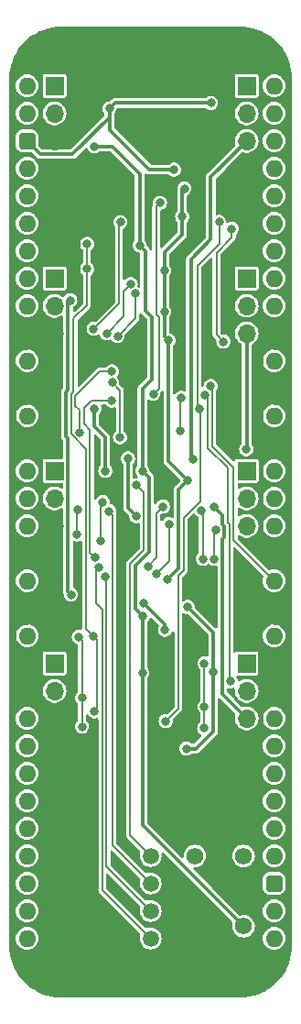
<source format=gbr>
%TF.GenerationSoftware,KiCad,Pcbnew,7.0.5*%
%TF.CreationDate,2024-01-10T17:42:36+02:00*%
%TF.ProjectId,Quad MPU Clock Generator,51756164-204d-4505-9520-436c6f636b20,rev?*%
%TF.SameCoordinates,Original*%
%TF.FileFunction,Copper,L2,Bot*%
%TF.FilePolarity,Positive*%
%FSLAX46Y46*%
G04 Gerber Fmt 4.6, Leading zero omitted, Abs format (unit mm)*
G04 Created by KiCad (PCBNEW 7.0.5) date 2024-01-10 17:42:36*
%MOMM*%
%LPD*%
G01*
G04 APERTURE LIST*
G04 Aperture macros list*
%AMRoundRect*
0 Rectangle with rounded corners*
0 $1 Rounding radius*
0 $2 $3 $4 $5 $6 $7 $8 $9 X,Y pos of 4 corners*
0 Add a 4 corners polygon primitive as box body*
4,1,4,$2,$3,$4,$5,$6,$7,$8,$9,$2,$3,0*
0 Add four circle primitives for the rounded corners*
1,1,$1+$1,$2,$3*
1,1,$1+$1,$4,$5*
1,1,$1+$1,$6,$7*
1,1,$1+$1,$8,$9*
0 Add four rect primitives between the rounded corners*
20,1,$1+$1,$2,$3,$4,$5,0*
20,1,$1+$1,$4,$5,$6,$7,0*
20,1,$1+$1,$6,$7,$8,$9,0*
20,1,$1+$1,$8,$9,$2,$3,0*%
G04 Aperture macros list end*
%TA.AperFunction,ComponentPad*%
%ADD10R,1.575000X1.575000*%
%TD*%
%TA.AperFunction,ComponentPad*%
%ADD11C,1.575000*%
%TD*%
%TA.AperFunction,ComponentPad*%
%ADD12C,1.509000*%
%TD*%
%TA.AperFunction,ComponentPad*%
%ADD13R,1.700000X1.700000*%
%TD*%
%TA.AperFunction,ComponentPad*%
%ADD14O,1.700000X1.700000*%
%TD*%
%TA.AperFunction,ComponentPad*%
%ADD15O,1.600000X1.600000*%
%TD*%
%TA.AperFunction,ComponentPad*%
%ADD16RoundRect,0.400000X-0.400000X-0.400000X0.400000X-0.400000X0.400000X0.400000X-0.400000X0.400000X0*%
%TD*%
%TA.AperFunction,ComponentPad*%
%ADD17R,1.600000X1.600000*%
%TD*%
%TA.AperFunction,ViaPad*%
%ADD18C,0.800000*%
%TD*%
%TA.AperFunction,Conductor*%
%ADD19C,0.380000*%
%TD*%
%TA.AperFunction,Conductor*%
%ADD20C,0.200000*%
%TD*%
G04 APERTURE END LIST*
D10*
%TO.P,S2,1,C1*%
%TO.N,/GND*%
X104430000Y-136040000D03*
D11*
%TO.P,S2,2,C2*%
%TO.N,unconnected-(S2-C2-Pad2)*%
X104430000Y-129540000D03*
%TO.P,S2,3,N1*%
%TO.N,/~{Reset}*%
X108930000Y-136040000D03*
%TO.P,S2,4,N2*%
%TO.N,unconnected-(S2-N2-Pad4)*%
X108930000Y-129540000D03*
%TD*%
D12*
%TO.P,S1,1,COM_1*%
%TO.N,/GND*%
X92710000Y-129540000D03*
%TO.P,S1,2,COM_2*%
X92710000Y-132080000D03*
%TO.P,S1,3,COM_3*%
X92710000Y-134620000D03*
%TO.P,S1,4,COM_4*%
X92710000Y-137160000D03*
%TO.P,S1,5,NO_4*%
%TO.N,/R4*%
X100330000Y-137160000D03*
%TO.P,S1,6,NO_3*%
%TO.N,/R3*%
X100330000Y-134620000D03*
%TO.P,S1,7,NO_2*%
%TO.N,/R2*%
X100330000Y-132080000D03*
%TO.P,S1,8,NO_1*%
%TO.N,/R1*%
X100330000Y-129540000D03*
%TD*%
D13*
%TO.P,J7,1,Pin_1*%
%TO.N,/3.3V*%
X109220000Y-93980000D03*
D14*
%TO.P,J7,2,Pin_2*%
%TO.N,unconnected-(J7-Pin_2-Pad2)*%
X109220000Y-96520000D03*
%TO.P,J7,3,Pin_3*%
%TO.N,/CLK3*%
X109220000Y-99060000D03*
%TD*%
D15*
%TO.P,J1,1,Pin_1*%
%TO.N,unconnected-(J1-Pin_1-Pad1)*%
X88900000Y-58420000D03*
%TO.P,J1,2,Pin_2*%
%TO.N,unconnected-(J1-Pin_2-Pad2)*%
X88900000Y-60960000D03*
D16*
%TO.P,J1,3,Pin_3*%
%TO.N,/5V*%
X88900000Y-63500000D03*
D15*
%TO.P,J1,4,Pin_4*%
%TO.N,unconnected-(J1-Pin_4-Pad4)*%
X88900000Y-66040000D03*
%TO.P,J1,5,Pin_5*%
%TO.N,unconnected-(J1-Pin_5-Pad5)*%
X88900000Y-68580000D03*
%TO.P,J1,6,Pin_6*%
%TO.N,unconnected-(J1-Pin_6-Pad6)*%
X88900000Y-71120000D03*
%TO.P,J1,7,Pin_7*%
%TO.N,/~{Reset}_{OUT}*%
X88900000Y-73660000D03*
%TO.P,J1,8,Pin_8*%
%TO.N,unconnected-(J1-Pin_8-Pad8)*%
X88900000Y-76200000D03*
%TO.P,J1,9,Pin_9*%
%TO.N,unconnected-(J1-Pin_9-Pad9)*%
X88900000Y-78740000D03*
D17*
%TO.P,J1,10,Pin_10*%
%TO.N,/GND*%
X88900000Y-81280000D03*
D15*
%TO.P,J1,11,Pin_11*%
%TO.N,/~{Q}_{0}*%
X88900000Y-83820000D03*
%TO.P,J1,12,Pin_12*%
%TO.N,/GND*%
X88900000Y-86360000D03*
%TO.P,J1,13,Pin_13*%
%TO.N,/~{Y0}*%
X88900000Y-88900000D03*
%TO.P,J1,14,Pin_14*%
%TO.N,/GND*%
X88900000Y-91440000D03*
%TO.P,J1,15,Pin_15*%
%TO.N,unconnected-(J1-Pin_15-Pad15)*%
X88900000Y-93980000D03*
%TO.P,J1,16,Pin_16*%
%TO.N,unconnected-(J1-Pin_16-Pad16)*%
X88900000Y-96520000D03*
%TO.P,J1,17,Pin_17*%
%TO.N,unconnected-(J1-Pin_17-Pad17)*%
X88900000Y-99060000D03*
%TO.P,J1,18,Pin_18*%
%TO.N,/GND*%
X88900000Y-101600000D03*
%TO.P,J1,19,Pin_19*%
%TO.N,/~{Y3}*%
X88900000Y-104140000D03*
%TO.P,J1,20,Pin_20*%
%TO.N,/GND*%
X88900000Y-106680000D03*
%TO.P,J1,21,Pin_21*%
%TO.N,/~{Q}_{3}*%
X88900000Y-109220000D03*
%TO.P,J1,22,Pin_22*%
%TO.N,/GND*%
X88900000Y-111760000D03*
D17*
%TO.P,J1,23,Pin_23*%
X88900000Y-114300000D03*
D15*
%TO.P,J1,24,Pin_24*%
%TO.N,unconnected-(J1-Pin_24-Pad24)*%
X88900000Y-116840000D03*
%TO.P,J1,25,Pin_25*%
%TO.N,unconnected-(J1-Pin_25-Pad25)*%
X88900000Y-119380000D03*
%TO.P,J1,26,Pin_26*%
%TO.N,unconnected-(J1-Pin_26-Pad26)*%
X88900000Y-121920000D03*
%TO.P,J1,27,Pin_27*%
%TO.N,unconnected-(J1-Pin_27-Pad27)*%
X88900000Y-124460000D03*
%TO.P,J1,28,Pin_28*%
%TO.N,unconnected-(J1-Pin_28-Pad28)*%
X88900000Y-127000000D03*
%TO.P,J1,29,Pin_29*%
%TO.N,unconnected-(J1-Pin_29-Pad29)*%
X88900000Y-129540000D03*
%TO.P,J1,30,Pin_30*%
%TO.N,unconnected-(J1-Pin_30-Pad30)*%
X88900000Y-132080000D03*
%TO.P,J1,31,Pin_31*%
%TO.N,unconnected-(J1-Pin_31-Pad31)*%
X88900000Y-134620000D03*
%TO.P,J1,32,Pin_32*%
%TO.N,unconnected-(J1-Pin_32-Pad32)*%
X88900000Y-137160000D03*
%TO.P,J1,33,Pin_33*%
%TO.N,unconnected-(J1-Pin_33-Pad33)*%
X111760000Y-137160000D03*
%TO.P,J1,34,Pin_34*%
%TO.N,unconnected-(J1-Pin_34-Pad34)*%
X111760000Y-134620000D03*
D16*
%TO.P,J1,35,Pin_35*%
%TO.N,/5V*%
X111760000Y-132080000D03*
D15*
%TO.P,J1,36,Pin_36*%
%TO.N,unconnected-(J1-Pin_36-Pad36)*%
X111760000Y-129540000D03*
%TO.P,J1,37,Pin_37*%
%TO.N,unconnected-(J1-Pin_37-Pad37)*%
X111760000Y-127000000D03*
%TO.P,J1,38,Pin_38*%
%TO.N,unconnected-(J1-Pin_38-Pad38)*%
X111760000Y-124460000D03*
%TO.P,J1,39,Pin_39*%
%TO.N,unconnected-(J1-Pin_39-Pad39)*%
X111760000Y-121920000D03*
%TO.P,J1,40,Pin_40*%
%TO.N,unconnected-(J1-Pin_40-Pad40)*%
X111760000Y-119380000D03*
%TO.P,J1,41,Pin_41*%
%TO.N,unconnected-(J1-Pin_41-Pad41)*%
X111760000Y-116840000D03*
D17*
%TO.P,J1,42,Pin_42*%
%TO.N,/GND*%
X111760000Y-114300000D03*
D15*
%TO.P,J1,43,Pin_43*%
X111760000Y-111760000D03*
%TO.P,J1,44,Pin_44*%
%TO.N,/~{Q}_{2}*%
X111760000Y-109220000D03*
%TO.P,J1,45,Pin_45*%
%TO.N,/GND*%
X111760000Y-106680000D03*
%TO.P,J1,46,Pin_46*%
%TO.N,/~{Y2}*%
X111760000Y-104140000D03*
%TO.P,J1,47,Pin_47*%
%TO.N,/GND*%
X111760000Y-101600000D03*
%TO.P,J1,48,Pin_48*%
%TO.N,unconnected-(J1-Pin_48-Pad48)*%
X111760000Y-99060000D03*
%TO.P,J1,49,Pin_49*%
%TO.N,unconnected-(J1-Pin_49-Pad49)*%
X111760000Y-96520000D03*
%TO.P,J1,50,Pin_50*%
%TO.N,unconnected-(J1-Pin_50-Pad50)*%
X111760000Y-93980000D03*
%TO.P,J1,51,Pin_51*%
%TO.N,/GND*%
X111760000Y-91440000D03*
%TO.P,J1,52,Pin_52*%
%TO.N,/~{Y1}*%
X111760000Y-88900000D03*
%TO.P,J1,53,Pin_53*%
%TO.N,/GND*%
X111760000Y-86360000D03*
%TO.P,J1,54,Pin_54*%
%TO.N,/~{Q}_{1}*%
X111760000Y-83820000D03*
D17*
%TO.P,J1,55,Pin_55*%
%TO.N,/GND*%
X111760000Y-81280000D03*
D15*
%TO.P,J1,56,Pin_56*%
%TO.N,unconnected-(J1-Pin_56-Pad56)*%
X111760000Y-78740000D03*
%TO.P,J1,57,Pin_57*%
%TO.N,unconnected-(J1-Pin_57-Pad57)*%
X111760000Y-76200000D03*
%TO.P,J1,58,Pin_58*%
%TO.N,unconnected-(J1-Pin_58-Pad58)*%
X111760000Y-73660000D03*
%TO.P,J1,59,Pin_59*%
%TO.N,unconnected-(J1-Pin_59-Pad59)*%
X111760000Y-71120000D03*
%TO.P,J1,60,Pin_60*%
%TO.N,unconnected-(J1-Pin_60-Pad60)*%
X111760000Y-68580000D03*
%TO.P,J1,61,Pin_61*%
%TO.N,unconnected-(J1-Pin_61-Pad61)*%
X111760000Y-66040000D03*
%TO.P,J1,62,Pin_62*%
%TO.N,unconnected-(J1-Pin_62-Pad62)*%
X111760000Y-63500000D03*
%TO.P,J1,63,Pin_63*%
%TO.N,unconnected-(J1-Pin_63-Pad63)*%
X111760000Y-60960000D03*
%TO.P,J1,64,Pin_64*%
%TO.N,unconnected-(J1-Pin_64-Pad64)*%
X111760000Y-58420000D03*
%TD*%
D13*
%TO.P,J9,1,Pin_1*%
%TO.N,/3.3V*%
X109220000Y-111760000D03*
D14*
%TO.P,J9,2,Pin_2*%
%TO.N,unconnected-(J9-Pin_2-Pad2)*%
X109220000Y-114300000D03*
%TO.P,J9,3,Pin_3*%
%TO.N,/CLK4*%
X109220000Y-116840000D03*
%TD*%
D13*
%TO.P,J6,1,Pin_1*%
%TO.N,/~{Reset}*%
X91440000Y-93980000D03*
D14*
%TO.P,J6,2,Pin_2*%
%TO.N,unconnected-(J6-Pin_2-Pad2)*%
X91440000Y-96520000D03*
%TO.P,J6,3,Pin_3*%
%TO.N,/GND*%
X91440000Y-99060000D03*
%TD*%
D13*
%TO.P,J5,1,Pin_1*%
%TO.N,/3.3V*%
X109220000Y-76200000D03*
D14*
%TO.P,J5,2,Pin_2*%
%TO.N,unconnected-(J5-Pin_2-Pad2)*%
X109220000Y-78740000D03*
%TO.P,J5,3,Pin_3*%
%TO.N,/CLK2*%
X109220000Y-81280000D03*
%TD*%
D13*
%TO.P,J2,1,Pin_1*%
%TO.N,/~{Reset}*%
X91440000Y-58420000D03*
D14*
%TO.P,J2,2,Pin_2*%
%TO.N,unconnected-(J2-Pin_2-Pad2)*%
X91440000Y-60960000D03*
%TO.P,J2,3,Pin_3*%
%TO.N,/GND*%
X91440000Y-63500000D03*
%TD*%
D13*
%TO.P,J4,1,Pin_1*%
%TO.N,/~{Reset}*%
X91440000Y-76200000D03*
D14*
%TO.P,J4,2,Pin_2*%
%TO.N,unconnected-(J4-Pin_2-Pad2)*%
X91440000Y-78740000D03*
%TO.P,J4,3,Pin_3*%
%TO.N,/GND*%
X91440000Y-81280000D03*
%TD*%
D13*
%TO.P,J3,1,Pin_1*%
%TO.N,/3.3V*%
X109220000Y-58420000D03*
D14*
%TO.P,J3,2,Pin_2*%
%TO.N,unconnected-(J3-Pin_2-Pad2)*%
X109220000Y-60960000D03*
%TO.P,J3,3,Pin_3*%
%TO.N,/CLK1*%
X109220000Y-63500000D03*
%TD*%
D13*
%TO.P,J8,1,Pin_1*%
%TO.N,/~{Reset}*%
X91440000Y-111760000D03*
D14*
%TO.P,J8,2,Pin_2*%
%TO.N,unconnected-(J8-Pin_2-Pad2)*%
X91440000Y-114300000D03*
%TO.P,J8,3,Pin_3*%
%TO.N,/GND*%
X91440000Y-116840000D03*
%TD*%
D18*
%TO.N,/5V*%
X105918000Y-60010000D03*
X96520000Y-60518000D03*
X102489000Y-66167000D03*
%TO.N,/GND*%
X105918000Y-57404000D03*
X101854000Y-119662008D03*
X100520500Y-62293500D03*
X105029006Y-110490000D03*
X94869000Y-57597000D03*
X103632000Y-114300000D03*
X104648000Y-72624502D03*
X107188000Y-80137000D03*
%TO.N,/3.3V*%
X103632000Y-119634000D03*
X101981000Y-81915000D03*
X103251000Y-70500000D03*
X101600000Y-79274050D03*
X101897637Y-103985478D03*
X103459991Y-67899991D03*
X103759000Y-94869000D03*
X101600000Y-75464050D03*
X103759000Y-106553000D03*
X106121384Y-112522000D03*
%TO.N,/~{Reset}_{2}*%
X95147000Y-116205000D03*
X94996000Y-109220000D03*
X94455438Y-75339012D03*
X94455440Y-73025000D03*
%TO.N,/CLK_{2}*%
X92896000Y-78232000D03*
X99695000Y-106172000D03*
X92964000Y-105410000D03*
X101665000Y-108652013D03*
%TO.N,/C1*%
X97282001Y-81533999D03*
X98933000Y-77623056D03*
%TO.N,/C0*%
X98481788Y-76730637D03*
X96266000Y-81280000D03*
%TO.N,/~{Reset}*%
X95125418Y-88213391D03*
X99314000Y-73152000D03*
X96139000Y-93980000D03*
X99618019Y-107391981D03*
X99568004Y-112649000D03*
X99568000Y-93980000D03*
X95122996Y-64008000D03*
%TO.N,/~{Y3}*%
X95175267Y-101964086D03*
X96740200Y-87503000D03*
%TO.N,/~{Y2}*%
X105890000Y-86143934D03*
%TO.N,/~{Y1}*%
X103157594Y-87249004D03*
X103028747Y-90269000D03*
X97491155Y-90878196D03*
X96771313Y-85830149D03*
%TO.N,/~{Y0}*%
X93787998Y-90416939D03*
X96761971Y-84797135D03*
%TO.N,/~{Y0}\u00B7~{Y2}*%
X100584000Y-86868000D03*
X105345000Y-87019473D03*
X101194014Y-69224862D03*
X107752000Y-113411000D03*
%TO.N,/~{Y1}\u00B7~{Y3}*%
X106680000Y-70993000D03*
X101727000Y-117094000D03*
X104844964Y-88258896D03*
%TO.N,/~{Q}_{0}*%
X97536000Y-71010000D03*
X95056707Y-80858763D03*
%TO.N,/~{Q}_{1}*%
X107061000Y-82042000D03*
X107843006Y-71627997D03*
%TO.N,/~{Q}_{2}*%
X105305168Y-111760000D03*
X105305168Y-115752701D03*
X105283415Y-117754355D03*
%TO.N,/~{Q}_{3}*%
X93980000Y-117602000D03*
X93980000Y-114935000D03*
X93685297Y-109312627D03*
%TO.N,/CLK1*%
X104219737Y-92937000D03*
%TO.N,/CLK2*%
X98232536Y-92837000D03*
X98994994Y-98171000D03*
X109171104Y-91976000D03*
%TO.N,/R1*%
X99022536Y-95313234D03*
%TO.N,/R2*%
X96498660Y-97699884D03*
%TO.N,/R3*%
X102015107Y-98897646D03*
X100881096Y-103477977D03*
X96105654Y-103721132D03*
%TO.N,/R4*%
X100076000Y-102777977D03*
X101473000Y-97282000D03*
X95544469Y-102893438D03*
%TO.N,Net-(IC9-1Y)*%
X95732732Y-100457000D03*
X95893821Y-96864058D03*
%TO.N,Net-(IC9-2Y)*%
X93627000Y-97590762D03*
X93471998Y-99859727D03*
%TO.N,Net-(IC9-3Y)*%
X106172000Y-102108000D03*
X106332168Y-99413000D03*
%TO.N,Net-(IC9-4Y)*%
X105156000Y-102108000D03*
X105029000Y-97663004D03*
%TO.N,/CLK4*%
X106172006Y-97282000D03*
%TD*%
D19*
%TO.N,/5V*%
X90140000Y-64740000D02*
X93121000Y-64740000D01*
X93121000Y-64740000D02*
X96520000Y-61341000D01*
X96520000Y-62484000D02*
X100203000Y-66167000D01*
X97028000Y-60010000D02*
X105918000Y-60010000D01*
X100203000Y-66167000D02*
X102489000Y-66167000D01*
X96520000Y-60518000D02*
X97028000Y-60010000D01*
X88900000Y-63500000D02*
X90140000Y-64740000D01*
X96520000Y-60518000D02*
X96520000Y-62484000D01*
%TO.N,/GND*%
X112950000Y-108727085D02*
X112950000Y-109712915D01*
X88900000Y-106680000D02*
X90200000Y-107980000D01*
X112950000Y-83327085D02*
X112950000Y-84312915D01*
X104648000Y-72624502D02*
X104648000Y-66421000D01*
X112950000Y-104632915D02*
X112950000Y-103647085D01*
X88487085Y-102870000D02*
X88900000Y-102870000D01*
X90090000Y-82470000D02*
X90090000Y-90250000D01*
X88900000Y-91440000D02*
X88900000Y-90090000D01*
X88900000Y-102870000D02*
X88900000Y-101600000D01*
X88900000Y-82630000D02*
X88900000Y-81280000D01*
X111760000Y-114300000D02*
X110570000Y-115490000D01*
X88407085Y-90090000D02*
X87710000Y-89392915D01*
X110460000Y-107980000D02*
X111760000Y-106680000D01*
X107345000Y-79980000D02*
X107188000Y-80137000D01*
X112045915Y-102743000D02*
X111760000Y-102743000D01*
X112172915Y-90170000D02*
X111760000Y-90170000D01*
X88900000Y-90090000D02*
X88407085Y-90090000D01*
X112252915Y-82630000D02*
X112950000Y-83327085D01*
X87630000Y-103727085D02*
X88487085Y-102870000D01*
X110570000Y-118411000D02*
X107823000Y-121158000D01*
X110460000Y-113000000D02*
X110460000Y-107980000D01*
X87710000Y-88407085D02*
X88407085Y-87710000D01*
X111760000Y-82630000D02*
X112252915Y-82630000D01*
X112252915Y-105330000D02*
X112950000Y-104632915D01*
X104648000Y-66421000D02*
X100520500Y-62293500D01*
X88407085Y-110410000D02*
X87710000Y-109712915D01*
X110570000Y-115490000D02*
X110570000Y-118411000D01*
X112172915Y-110490000D02*
X111760000Y-110490000D01*
X103349992Y-121158000D02*
X101854000Y-119662008D01*
X111760000Y-90170000D02*
X111760000Y-91440000D01*
X111760000Y-85090000D02*
X111760000Y-86360000D01*
X110570000Y-90250000D02*
X110570000Y-82470000D01*
X111760000Y-105330000D02*
X112252915Y-105330000D01*
X111760000Y-114300000D02*
X111760000Y-111760000D01*
X111760000Y-110490000D02*
X111760000Y-111760000D01*
X111760000Y-106680000D02*
X111760000Y-105330000D01*
X112950000Y-109712915D02*
X112172915Y-110490000D01*
X88900000Y-86360000D02*
X88900000Y-85010000D01*
X88900000Y-108030000D02*
X88900000Y-106680000D01*
X112172915Y-85090000D02*
X111760000Y-85090000D01*
X88900000Y-85010000D02*
X88407085Y-85010000D01*
X88900000Y-111760000D02*
X88900000Y-110410000D01*
X87710000Y-108727085D02*
X88407085Y-108030000D01*
X88407085Y-82630000D02*
X88900000Y-82630000D01*
X111760000Y-108030000D02*
X112252915Y-108030000D01*
X87710000Y-89392915D02*
X87710000Y-88407085D01*
X112950000Y-103647085D02*
X112045915Y-102743000D01*
X88407085Y-108030000D02*
X88900000Y-108030000D01*
X88900000Y-81280000D02*
X90090000Y-82470000D01*
X111760000Y-114300000D02*
X110460000Y-113000000D01*
X90200000Y-92740000D02*
X88900000Y-91440000D01*
X111760000Y-87710000D02*
X112252915Y-87710000D01*
X88900000Y-110410000D02*
X88407085Y-110410000D01*
X107823000Y-121158000D02*
X103349992Y-121158000D01*
X87630000Y-83407085D02*
X88407085Y-82630000D01*
X88407085Y-87710000D02*
X88900000Y-87710000D01*
X88407085Y-85010000D02*
X87630000Y-84232915D01*
X103632000Y-114300000D02*
X103632000Y-117884008D01*
X107315000Y-58801000D02*
X107315000Y-63754000D01*
X88900000Y-87710000D02*
X88900000Y-86360000D01*
X87710000Y-109712915D02*
X87710000Y-108727085D01*
X112950000Y-88407085D02*
X112950000Y-89392915D01*
X110570000Y-92630000D02*
X110570000Y-100410000D01*
X87630000Y-104552915D02*
X87630000Y-103727085D01*
X94869000Y-60071000D02*
X94869000Y-57597000D01*
X110570000Y-100410000D02*
X111760000Y-101600000D01*
X90200000Y-107980000D02*
X90200000Y-113000000D01*
X112950000Y-89392915D02*
X112172915Y-90170000D01*
X111760000Y-81280000D02*
X111760000Y-82630000D01*
X111760000Y-106680000D02*
X111760000Y-108030000D01*
X111760000Y-102743000D02*
X111760000Y-101600000D01*
X112252915Y-108030000D02*
X112950000Y-108727085D01*
X107315000Y-63754000D02*
X104648000Y-66421000D01*
X111760000Y-91440000D02*
X110570000Y-90250000D01*
X91440000Y-99060000D02*
X90200000Y-97820000D01*
X111760000Y-81280000D02*
X110460000Y-79980000D01*
X88407085Y-105330000D02*
X87630000Y-104552915D01*
X110460000Y-79980000D02*
X107345000Y-79980000D01*
X88900000Y-105330000D02*
X88407085Y-105330000D01*
X103632000Y-111887006D02*
X105029006Y-110490000D01*
X103632000Y-117884008D02*
X101854000Y-119662008D01*
X111760000Y-86360000D02*
X111760000Y-87710000D01*
X88900000Y-101600000D02*
X91440000Y-99060000D01*
X112252915Y-87710000D02*
X112950000Y-88407085D01*
X111760000Y-91440000D02*
X110570000Y-92630000D01*
X91440000Y-81280000D02*
X88900000Y-81280000D01*
X91440000Y-116840000D02*
X88900000Y-114300000D01*
X87630000Y-84232915D02*
X87630000Y-83407085D01*
X90200000Y-113000000D02*
X88900000Y-114300000D01*
X112950000Y-84312915D02*
X112172915Y-85090000D01*
X105918000Y-57404000D02*
X107315000Y-58801000D01*
X110570000Y-82470000D02*
X111760000Y-81280000D01*
X90200000Y-97820000D02*
X90200000Y-92740000D01*
X88900000Y-106680000D02*
X88900000Y-105330000D01*
X91440000Y-63500000D02*
X94869000Y-60071000D01*
X88900000Y-114300000D02*
X88900000Y-111760000D01*
X90090000Y-90250000D02*
X88900000Y-91440000D01*
X103632000Y-114300000D02*
X103632000Y-111887006D01*
%TO.N,/3.3V*%
X101600000Y-79274050D02*
X101600000Y-81534000D01*
X101600000Y-75464050D02*
X101600000Y-79274050D01*
X104521000Y-119634000D02*
X106121384Y-118033616D01*
X101600000Y-81534000D02*
X101981000Y-81915000D01*
X102898000Y-95730000D02*
X102898000Y-102985115D01*
X103759000Y-106553000D02*
X106121384Y-108915384D01*
X103632000Y-119634000D02*
X104521000Y-119634000D01*
X101600000Y-75464050D02*
X101600000Y-73787000D01*
X102898000Y-102985115D02*
X101897637Y-103985478D01*
X106121384Y-118033616D02*
X106121384Y-112522000D01*
X101600000Y-73787000D02*
X103251000Y-72136000D01*
X103759000Y-94869000D02*
X102898000Y-95730000D01*
X101981000Y-93091000D02*
X101981000Y-81915000D01*
X103251000Y-68108982D02*
X103459991Y-67899991D01*
X103759000Y-94869000D02*
X101981000Y-93091000D01*
X106121384Y-108915384D02*
X106121384Y-112522000D01*
X103251000Y-70500000D02*
X103251000Y-68108982D01*
X103251000Y-72136000D02*
X103251000Y-70500000D01*
D20*
%TO.N,/~{Reset}_{2}*%
X94455440Y-73025000D02*
X94455440Y-75339010D01*
X92960001Y-86904820D02*
X92960001Y-90578892D01*
X94327000Y-108551000D02*
X94996000Y-109220000D01*
X94455438Y-75339012D02*
X94455439Y-78645561D01*
X93203299Y-79897701D02*
X93203299Y-86661522D01*
X94455440Y-75339010D02*
X94455438Y-75339012D01*
X94455439Y-78645561D02*
X93203299Y-79897701D01*
X95377000Y-115975000D02*
X95377000Y-109601000D01*
X95377000Y-109601000D02*
X94996000Y-109220000D01*
X94327000Y-91945891D02*
X94327000Y-108551000D01*
X95147000Y-116205000D02*
X95377000Y-115975000D01*
X92960001Y-90578892D02*
X94327000Y-91945891D01*
X93203299Y-86661522D02*
X92960001Y-86904820D01*
D19*
%TO.N,/CLK_{2}*%
X92681998Y-105127998D02*
X92681998Y-90993854D01*
X92964000Y-105410000D02*
X92681998Y-105127998D01*
X92681998Y-86489858D02*
X92681998Y-78446002D01*
X92470001Y-86701856D02*
X92681998Y-86489858D01*
X92681998Y-90993854D02*
X92470001Y-90781857D01*
X101665000Y-108652013D02*
X101665000Y-108142000D01*
X92681998Y-78446002D02*
X92896000Y-78232000D01*
X101665000Y-108142000D02*
X99695000Y-106172000D01*
X92470001Y-90781857D02*
X92470001Y-86701856D01*
D20*
%TO.N,/C1*%
X98933000Y-79883000D02*
X97282001Y-81533999D01*
X98933000Y-77623056D02*
X98933000Y-79883000D01*
%TO.N,/C0*%
X97813622Y-77398803D02*
X97813622Y-79732378D01*
X98481788Y-76730637D02*
X97813622Y-77398803D01*
X97813622Y-79732378D02*
X96266000Y-81280000D01*
D19*
%TO.N,/~{Reset}*%
X99568000Y-86394518D02*
X99568000Y-93980000D01*
X96774000Y-64008000D02*
X95122996Y-64008000D01*
X100203000Y-94615000D02*
X99568000Y-93980000D01*
X99314000Y-66548000D02*
X96774000Y-64008000D01*
X99568004Y-112649000D02*
X99618019Y-112598985D01*
X99618019Y-107391981D02*
X98905000Y-106678962D01*
X98905000Y-106678962D02*
X98905000Y-102769024D01*
X99314000Y-73152000D02*
X99314000Y-66548000D01*
X98905000Y-102769024D02*
X100203000Y-101471024D01*
X108930000Y-136040000D02*
X99568004Y-126678004D01*
X96139000Y-93980000D02*
X96139000Y-90899602D01*
X99822000Y-73660000D02*
X99822000Y-79178965D01*
X99568004Y-126678004D02*
X99568004Y-112649000D01*
X96139000Y-90899602D02*
X95125418Y-89886020D01*
X99618019Y-112598985D02*
X99618019Y-107391981D01*
X99822000Y-79178965D02*
X100456995Y-79813960D01*
X99314000Y-73152000D02*
X99822000Y-73660000D01*
X100203000Y-101471024D02*
X100203000Y-94615000D01*
X100456995Y-79813960D02*
X100456995Y-85505523D01*
X95125418Y-89886020D02*
X95125418Y-88213391D01*
X100456995Y-85505523D02*
X99568000Y-86394518D01*
D20*
%TO.N,/~{Y3}*%
X94727000Y-101515819D02*
X94727000Y-90180566D01*
X94727000Y-90180566D02*
X94146383Y-89599949D01*
X95175267Y-101964086D02*
X94727000Y-101515819D01*
X94845858Y-87503000D02*
X96740200Y-87503000D01*
X94146383Y-89599949D02*
X94146383Y-88202475D01*
X94146383Y-88202475D02*
X94845858Y-87503000D01*
%TO.N,/~{Y2}*%
X111760000Y-104140000D02*
X108012168Y-100392168D01*
X106045000Y-91694000D02*
X106045000Y-86298934D01*
X108012168Y-93661168D02*
X106045000Y-91694000D01*
X108012168Y-100392168D02*
X108012168Y-93661168D01*
X106045000Y-86298934D02*
X105890000Y-86143934D01*
%TO.N,/~{Y1}*%
X97500119Y-86558955D02*
X97500119Y-90869232D01*
X97500119Y-90869232D02*
X97491155Y-90878196D01*
X96771313Y-85830149D02*
X97500119Y-86558955D01*
X103028747Y-87377851D02*
X103157594Y-87249004D01*
X103028747Y-90269000D02*
X103028747Y-87377851D01*
%TO.N,/~{Y0}*%
X96761971Y-84797135D02*
X95633371Y-84797135D01*
X93360000Y-87070506D02*
X93360000Y-87981777D01*
X95633371Y-84797135D02*
X93360000Y-87070506D01*
X93746383Y-88368161D02*
X93746383Y-90375324D01*
X93360000Y-87981777D02*
X93746383Y-88368161D01*
X93746383Y-90375324D02*
X93787998Y-90416939D01*
%TO.N,/~{Y0}\u00B7~{Y2}*%
X107452000Y-98722638D02*
X107612168Y-98882807D01*
X101194014Y-69224862D02*
X100838000Y-69580876D01*
X107612168Y-113271168D02*
X107752000Y-113411000D01*
X101092000Y-86360000D02*
X100584000Y-86868000D01*
X100838000Y-69580876D02*
X100838000Y-79502000D01*
X107452000Y-93666685D02*
X107452000Y-98722638D01*
X105345000Y-87019473D02*
X105645000Y-87319473D01*
X105645000Y-91859685D02*
X107452000Y-93666685D01*
X101092000Y-79756000D02*
X101092000Y-86360000D01*
X107612168Y-98882807D02*
X107612168Y-113271168D01*
X105645000Y-87319473D02*
X105645000Y-91859685D01*
X100838000Y-79502000D02*
X101092000Y-79756000D01*
%TO.N,/~{Y1}\u00B7~{Y3}*%
X106680000Y-70993000D02*
X106680000Y-73025000D01*
X101727000Y-117094000D02*
X102870816Y-115950184D01*
X102870816Y-115950184D02*
X102870816Y-103705263D01*
X103388000Y-98314050D02*
X104919737Y-96782313D01*
X103388000Y-103188079D02*
X103388000Y-98314050D01*
X104919737Y-96782313D02*
X104919737Y-88333669D01*
X104919737Y-88333669D02*
X104844964Y-88258896D01*
X106680000Y-73025000D02*
X104645000Y-75060000D01*
X104645000Y-75060000D02*
X104645000Y-88058932D01*
X104645000Y-88058932D02*
X104844964Y-88258896D01*
X102870816Y-103705263D02*
X103388000Y-103188079D01*
%TO.N,/~{Q}_{0}*%
X97536000Y-71010000D02*
X97409002Y-71136998D01*
X97409002Y-78506468D02*
X95056707Y-80858763D01*
X97409002Y-71136998D02*
X97409002Y-78506468D01*
%TO.N,/~{Q}_{1}*%
X107843006Y-72427680D02*
X106426000Y-73844686D01*
X106426000Y-73844686D02*
X106426000Y-81407000D01*
X106426000Y-81407000D02*
X107061000Y-82042000D01*
X107843006Y-71627997D02*
X107843006Y-72427680D01*
%TO.N,/~{Q}_{2}*%
X105305168Y-115752701D02*
X105305168Y-111760000D01*
X105283415Y-117754355D02*
X105305168Y-117732602D01*
X105305168Y-117732602D02*
X105305168Y-115752701D01*
%TO.N,/~{Q}_{3}*%
X93980000Y-114935000D02*
X93980000Y-109607330D01*
X93980000Y-114935000D02*
X93980000Y-117602000D01*
X93980000Y-109607330D02*
X93685297Y-109312627D01*
D19*
%TO.N,/CLK1*%
X105890000Y-72595055D02*
X104054998Y-74430057D01*
X105890000Y-66830000D02*
X105890000Y-72595055D01*
X104054998Y-92772261D02*
X104219737Y-92937000D01*
X109220000Y-63500000D02*
X105890000Y-66830000D01*
X104054998Y-74430057D02*
X104054998Y-92772261D01*
%TO.N,/CLK2*%
X109220000Y-91927104D02*
X109171104Y-91976000D01*
X109220000Y-81280000D02*
X109220000Y-91927104D01*
X98994994Y-98171000D02*
X98232536Y-97408542D01*
X98232536Y-97408542D02*
X98232536Y-92837000D01*
D20*
%TO.N,/R1*%
X100330000Y-129540000D02*
X98415000Y-127625000D01*
X98415000Y-102550573D02*
X99695000Y-101270573D01*
X99695000Y-101270573D02*
X99695000Y-95985698D01*
X98415000Y-127625000D02*
X98415000Y-102550573D01*
X99695000Y-95985698D02*
X99022536Y-95313234D01*
%TO.N,/R2*%
X96805654Y-98006878D02*
X96498660Y-97699884D01*
X100330000Y-132080000D02*
X96805654Y-128555654D01*
X96805654Y-128555654D02*
X96805654Y-98006878D01*
%TO.N,/R3*%
X102015107Y-102343966D02*
X102015107Y-98897646D01*
X100330000Y-134620000D02*
X96247000Y-130537000D01*
X96247000Y-130537000D02*
X96247000Y-103862478D01*
X96247000Y-103862478D02*
X96105654Y-103721132D01*
X100881096Y-103477977D02*
X102015107Y-102343966D01*
%TO.N,/R4*%
X100872000Y-101981977D02*
X100872000Y-97883000D01*
X95847000Y-132677000D02*
X95847000Y-106769000D01*
X100330000Y-137160000D02*
X95847000Y-132677000D01*
X95247000Y-103190907D02*
X95544469Y-102893438D01*
X100076000Y-102777977D02*
X100872000Y-101981977D01*
X95247000Y-106169000D02*
X95247000Y-103190907D01*
X95847000Y-106769000D02*
X95247000Y-106169000D01*
X100872000Y-97883000D02*
X101473000Y-97282000D01*
%TO.N,Net-(IC9-1Y)*%
X95732714Y-97025165D02*
X95732714Y-100456982D01*
X95893821Y-96864058D02*
X95732714Y-97025165D01*
X95732714Y-100456982D02*
X95732732Y-100457000D01*
%TO.N,Net-(IC9-2Y)*%
X93627000Y-97590762D02*
X93471998Y-97745764D01*
X93471998Y-97745764D02*
X93471998Y-99859727D01*
%TO.N,Net-(IC9-3Y)*%
X106172000Y-102108000D02*
X106172000Y-99573168D01*
X106172000Y-99573168D02*
X106332168Y-99413000D01*
%TO.N,Net-(IC9-4Y)*%
X105156000Y-97790004D02*
X105029000Y-97663004D01*
X105156000Y-102108000D02*
X105156000Y-97790004D01*
D19*
%TO.N,/CLK4*%
X106962000Y-114582000D02*
X106962000Y-100241336D01*
X106962000Y-98925603D02*
X106962000Y-98071994D01*
X106962000Y-98071994D02*
X106172006Y-97282000D01*
X107122168Y-99085771D02*
X106962000Y-98925603D01*
X107122168Y-100081168D02*
X107122168Y-99085771D01*
X106962000Y-100241336D02*
X107122168Y-100081168D01*
X109220000Y-116840000D02*
X106962000Y-114582000D01*
%TD*%
%TA.AperFunction,Conductor*%
%TO.N,/GND*%
G36*
X104385399Y-97914844D02*
G01*
X104441333Y-97956715D01*
X104444338Y-97961478D01*
X104444519Y-97961354D01*
X104458261Y-97981263D01*
X104538517Y-98097534D01*
X104656760Y-98202287D01*
X104656762Y-98202288D01*
X104739126Y-98245517D01*
X104789339Y-98294102D01*
X104805500Y-98355313D01*
X104805500Y-101493649D01*
X104785815Y-101560688D01*
X104763728Y-101586462D01*
X104730228Y-101616142D01*
X104665516Y-101673471D01*
X104575781Y-101803475D01*
X104575780Y-101803476D01*
X104519762Y-101951181D01*
X104500722Y-102107999D01*
X104500722Y-102108000D01*
X104519762Y-102264818D01*
X104566656Y-102388465D01*
X104575780Y-102412523D01*
X104665517Y-102542530D01*
X104783760Y-102647283D01*
X104783762Y-102647284D01*
X104923634Y-102720696D01*
X105077014Y-102758500D01*
X105077015Y-102758500D01*
X105234985Y-102758500D01*
X105388365Y-102720696D01*
X105436177Y-102695602D01*
X105528240Y-102647283D01*
X105581775Y-102599855D01*
X105645005Y-102570135D01*
X105714269Y-102579318D01*
X105746222Y-102599853D01*
X105799760Y-102647283D01*
X105799762Y-102647284D01*
X105939634Y-102720696D01*
X106093014Y-102758500D01*
X106093015Y-102758500D01*
X106250985Y-102758500D01*
X106367825Y-102729702D01*
X106437628Y-102732771D01*
X106494690Y-102773091D01*
X106520895Y-102837861D01*
X106521500Y-102850099D01*
X106521500Y-108393176D01*
X106501815Y-108460215D01*
X106449011Y-108505970D01*
X106379853Y-108515914D01*
X106316297Y-108486889D01*
X106309819Y-108480857D01*
X104449001Y-106620040D01*
X104415516Y-106558717D01*
X104413587Y-106547315D01*
X104395237Y-106396182D01*
X104339220Y-106248477D01*
X104249483Y-106118470D01*
X104131240Y-106013717D01*
X104131238Y-106013716D01*
X104131237Y-106013715D01*
X103991365Y-105940303D01*
X103837986Y-105902500D01*
X103837985Y-105902500D01*
X103680015Y-105902500D01*
X103680014Y-105902500D01*
X103526634Y-105940303D01*
X103402942Y-106005223D01*
X103334434Y-106018949D01*
X103269380Y-105993456D01*
X103228436Y-105936841D01*
X103221316Y-105895427D01*
X103221316Y-103901806D01*
X103241001Y-103834767D01*
X103257635Y-103814125D01*
X103384979Y-103686781D01*
X103601046Y-103470713D01*
X103620902Y-103454590D01*
X103628669Y-103449516D01*
X103648873Y-103423556D01*
X103653941Y-103417818D01*
X103656376Y-103415385D01*
X103668334Y-103398634D01*
X103669799Y-103396670D01*
X103700517Y-103357205D01*
X103700519Y-103357198D01*
X103704020Y-103350727D01*
X103707236Y-103344149D01*
X103707240Y-103344145D01*
X103721497Y-103296251D01*
X103722273Y-103293834D01*
X103732957Y-103262712D01*
X103738500Y-103246567D01*
X103738500Y-103246561D01*
X103739705Y-103239342D01*
X103740617Y-103232029D01*
X103738553Y-103182119D01*
X103738500Y-103179556D01*
X103738500Y-98510593D01*
X103758185Y-98443554D01*
X103774815Y-98422916D01*
X104254387Y-97943343D01*
X104315708Y-97909860D01*
X104385399Y-97914844D01*
G37*
%TD.AperFunction*%
%TA.AperFunction,Conductor*%
G36*
X101464593Y-86598512D02*
G01*
X101518750Y-86642657D01*
X101540444Y-86709074D01*
X101540500Y-86712806D01*
X101540499Y-93062771D01*
X101540109Y-93069717D01*
X101535834Y-93107657D01*
X101542243Y-93141523D01*
X101546438Y-93163698D01*
X101546821Y-93165952D01*
X101555315Y-93222305D01*
X101557781Y-93230301D01*
X101560521Y-93238130D01*
X101587145Y-93288504D01*
X101588190Y-93290574D01*
X101612930Y-93341948D01*
X101617586Y-93348778D01*
X101622569Y-93355528D01*
X101622571Y-93355532D01*
X101662876Y-93395837D01*
X101664459Y-93397481D01*
X101703250Y-93439287D01*
X101710516Y-93445081D01*
X101709978Y-93445754D01*
X101722072Y-93455033D01*
X103048357Y-94781318D01*
X103081842Y-94842641D01*
X103076858Y-94912333D01*
X103048357Y-94956680D01*
X102606481Y-95398557D01*
X102601294Y-95403192D01*
X102571443Y-95426998D01*
X102571441Y-95427000D01*
X102539331Y-95474096D01*
X102537991Y-95475984D01*
X102504148Y-95521841D01*
X102500248Y-95529221D01*
X102496640Y-95536715D01*
X102479841Y-95591172D01*
X102479117Y-95593372D01*
X102460290Y-95647178D01*
X102458745Y-95655340D01*
X102457500Y-95663605D01*
X102457500Y-95720595D01*
X102457457Y-95722879D01*
X102456634Y-95744869D01*
X102455324Y-95779877D01*
X102456365Y-95789110D01*
X102455508Y-95789206D01*
X102457500Y-95804319D01*
X102457500Y-98190060D01*
X102437815Y-98257099D01*
X102385011Y-98302854D01*
X102315853Y-98312798D01*
X102275875Y-98299857D01*
X102247472Y-98284950D01*
X102247469Y-98284949D01*
X102094093Y-98247146D01*
X102094092Y-98247146D01*
X101936122Y-98247146D01*
X101936121Y-98247146D01*
X101782741Y-98284949D01*
X101642869Y-98358361D01*
X101524623Y-98463117D01*
X101448550Y-98573328D01*
X101394267Y-98617318D01*
X101324818Y-98624978D01*
X101262254Y-98593875D01*
X101226436Y-98533884D01*
X101222500Y-98502888D01*
X101222500Y-98079544D01*
X101242185Y-98012505D01*
X101258817Y-97991865D01*
X101269419Y-97981263D01*
X101283722Y-97966958D01*
X101345044Y-97933472D01*
X101386268Y-97934062D01*
X101386568Y-97931596D01*
X101394014Y-97932500D01*
X101394015Y-97932500D01*
X101551985Y-97932500D01*
X101705365Y-97894696D01*
X101730805Y-97881344D01*
X101845240Y-97821283D01*
X101963483Y-97716530D01*
X102053220Y-97586523D01*
X102109237Y-97438818D01*
X102128278Y-97282000D01*
X102127853Y-97278495D01*
X102109237Y-97125181D01*
X102085827Y-97063456D01*
X102053220Y-96977477D01*
X101963483Y-96847470D01*
X101845240Y-96742717D01*
X101845238Y-96742716D01*
X101845237Y-96742715D01*
X101705365Y-96669303D01*
X101551986Y-96631500D01*
X101551985Y-96631500D01*
X101394015Y-96631500D01*
X101394014Y-96631500D01*
X101240634Y-96669303D01*
X101100762Y-96742715D01*
X100982516Y-96847471D01*
X100892781Y-96977475D01*
X100892778Y-96977481D01*
X100883441Y-97002100D01*
X100841263Y-97057803D01*
X100775665Y-97081859D01*
X100707475Y-97066631D01*
X100658342Y-97016955D01*
X100643500Y-96958128D01*
X100643500Y-94643228D01*
X100643889Y-94636289D01*
X100648165Y-94598344D01*
X100637556Y-94542279D01*
X100637177Y-94540040D01*
X100634049Y-94519284D01*
X100628685Y-94483694D01*
X100628684Y-94483691D01*
X100626231Y-94475738D01*
X100623479Y-94467875D01*
X100623478Y-94467869D01*
X100596841Y-94417470D01*
X100595808Y-94415423D01*
X100571068Y-94364050D01*
X100566403Y-94357207D01*
X100561428Y-94350467D01*
X100521121Y-94310160D01*
X100519539Y-94308517D01*
X100480750Y-94266713D01*
X100473482Y-94260917D01*
X100474017Y-94260245D01*
X100461926Y-94250965D01*
X100258001Y-94047040D01*
X100224516Y-93985717D01*
X100222587Y-93974315D01*
X100204237Y-93823182D01*
X100148220Y-93675477D01*
X100058483Y-93545470D01*
X100050270Y-93538194D01*
X100013145Y-93479005D01*
X100008499Y-93445380D01*
X100008499Y-90348719D01*
X100008499Y-87502722D01*
X100028184Y-87435687D01*
X100080988Y-87389932D01*
X100150146Y-87379988D01*
X100204389Y-87404759D01*
X100205588Y-87403023D01*
X100211761Y-87407284D01*
X100351634Y-87480696D01*
X100505014Y-87518500D01*
X100505015Y-87518500D01*
X100662985Y-87518500D01*
X100816365Y-87480696D01*
X100902121Y-87435687D01*
X100956240Y-87407283D01*
X101074483Y-87302530D01*
X101164220Y-87172523D01*
X101220237Y-87024818D01*
X101239278Y-86868000D01*
X101229274Y-86785617D01*
X101240734Y-86716696D01*
X101264686Y-86682994D01*
X101305046Y-86642634D01*
X101324902Y-86626511D01*
X101332669Y-86621437D01*
X101332669Y-86621435D01*
X101341276Y-86615814D01*
X101341987Y-86616903D01*
X101395167Y-86590655D01*
X101464593Y-86598512D01*
G37*
%TD.AperFunction*%
%TA.AperFunction,Conductor*%
G36*
X108586351Y-52955559D02*
G01*
X109003236Y-52973760D01*
X109008589Y-52974229D01*
X109420967Y-53028519D01*
X109426268Y-53029454D01*
X109832335Y-53119477D01*
X109837525Y-53120867D01*
X110234209Y-53245941D01*
X110239286Y-53247789D01*
X110623552Y-53406958D01*
X110628422Y-53409229D01*
X110997371Y-53601291D01*
X111002020Y-53603976D01*
X111352809Y-53827454D01*
X111357231Y-53830550D01*
X111687197Y-54083741D01*
X111691342Y-54087220D01*
X111963881Y-54336957D01*
X111997975Y-54368198D01*
X112001801Y-54372024D01*
X112282779Y-54678657D01*
X112286258Y-54682802D01*
X112539449Y-55012768D01*
X112542548Y-55017194D01*
X112766018Y-55367972D01*
X112768712Y-55372635D01*
X112960761Y-55741559D01*
X112963048Y-55746463D01*
X113122208Y-56130709D01*
X113124059Y-56135794D01*
X113249125Y-56532450D01*
X113250525Y-56537677D01*
X113340543Y-56943725D01*
X113341483Y-56949054D01*
X113395768Y-57361393D01*
X113396240Y-57366784D01*
X113414441Y-57783649D01*
X113414500Y-57786353D01*
X113414500Y-137793646D01*
X113414441Y-137796350D01*
X113396240Y-138213215D01*
X113395768Y-138218606D01*
X113341483Y-138630945D01*
X113340543Y-138636274D01*
X113250525Y-139042322D01*
X113249125Y-139047549D01*
X113124059Y-139444205D01*
X113122208Y-139449290D01*
X112963048Y-139833536D01*
X112960761Y-139838440D01*
X112768719Y-140207351D01*
X112766013Y-140212037D01*
X112542553Y-140562798D01*
X112539449Y-140567231D01*
X112286258Y-140897197D01*
X112282779Y-140901342D01*
X112001801Y-141207975D01*
X111997975Y-141211801D01*
X111691342Y-141492779D01*
X111687197Y-141496258D01*
X111357231Y-141749449D01*
X111352798Y-141752553D01*
X111002037Y-141976013D01*
X110997351Y-141978719D01*
X110628440Y-142170761D01*
X110623536Y-142173048D01*
X110239290Y-142332208D01*
X110234205Y-142334059D01*
X109837549Y-142459125D01*
X109832322Y-142460525D01*
X109426274Y-142550543D01*
X109420945Y-142551483D01*
X109008606Y-142605768D01*
X109003215Y-142606240D01*
X108586351Y-142624441D01*
X108583647Y-142624500D01*
X92076353Y-142624500D01*
X92073649Y-142624441D01*
X91656784Y-142606240D01*
X91651393Y-142605768D01*
X91445223Y-142578625D01*
X91239051Y-142551482D01*
X91233725Y-142550543D01*
X90827677Y-142460525D01*
X90822458Y-142459127D01*
X90636218Y-142400405D01*
X90425794Y-142334059D01*
X90420709Y-142332208D01*
X90200171Y-142240858D01*
X90036457Y-142173045D01*
X90031567Y-142170765D01*
X89662635Y-141978712D01*
X89657972Y-141976018D01*
X89307194Y-141752548D01*
X89302768Y-141749449D01*
X88972802Y-141496258D01*
X88968657Y-141492779D01*
X88662024Y-141211801D01*
X88658198Y-141207975D01*
X88377220Y-140901342D01*
X88373741Y-140897197D01*
X88120550Y-140567231D01*
X88117454Y-140562809D01*
X87893976Y-140212020D01*
X87891291Y-140207371D01*
X87699229Y-139838422D01*
X87696958Y-139833552D01*
X87537789Y-139449286D01*
X87535940Y-139444205D01*
X87410867Y-139047525D01*
X87409477Y-139042335D01*
X87319454Y-138636268D01*
X87318519Y-138630967D01*
X87264229Y-138218589D01*
X87263760Y-138213236D01*
X87245559Y-137796350D01*
X87245500Y-137793646D01*
X87245500Y-137160000D01*
X87844417Y-137160000D01*
X87864699Y-137365932D01*
X87864700Y-137365934D01*
X87924768Y-137563954D01*
X88022315Y-137746450D01*
X88022317Y-137746452D01*
X88153589Y-137906410D01*
X88250209Y-137985702D01*
X88313550Y-138037685D01*
X88496046Y-138135232D01*
X88694066Y-138195300D01*
X88694065Y-138195300D01*
X88712529Y-138197118D01*
X88900000Y-138215583D01*
X89105934Y-138195300D01*
X89303954Y-138135232D01*
X89486450Y-138037685D01*
X89646410Y-137906410D01*
X89777685Y-137746450D01*
X89875232Y-137563954D01*
X89935300Y-137365934D01*
X89955583Y-137160000D01*
X89935300Y-136954066D01*
X89875232Y-136756046D01*
X89777685Y-136573550D01*
X89672941Y-136445918D01*
X89646410Y-136413589D01*
X89486452Y-136282317D01*
X89486453Y-136282317D01*
X89486450Y-136282315D01*
X89303954Y-136184768D01*
X89105934Y-136124700D01*
X89105932Y-136124699D01*
X89105934Y-136124699D01*
X88900000Y-136104417D01*
X88694067Y-136124699D01*
X88496043Y-136184769D01*
X88417021Y-136227008D01*
X88313550Y-136282315D01*
X88313548Y-136282316D01*
X88313547Y-136282317D01*
X88153589Y-136413589D01*
X88022317Y-136573547D01*
X88022315Y-136573550D01*
X87983643Y-136645897D01*
X87924769Y-136756043D01*
X87864699Y-136954067D01*
X87844417Y-137160000D01*
X87245500Y-137160000D01*
X87245500Y-134620000D01*
X87844417Y-134620000D01*
X87864699Y-134825932D01*
X87864700Y-134825934D01*
X87924768Y-135023954D01*
X88022315Y-135206450D01*
X88022317Y-135206452D01*
X88153589Y-135366410D01*
X88250209Y-135445702D01*
X88313550Y-135497685D01*
X88496046Y-135595232D01*
X88694066Y-135655300D01*
X88694065Y-135655300D01*
X88712529Y-135657118D01*
X88900000Y-135675583D01*
X89105934Y-135655300D01*
X89303954Y-135595232D01*
X89486450Y-135497685D01*
X89646410Y-135366410D01*
X89777685Y-135206450D01*
X89875232Y-135023954D01*
X89935300Y-134825934D01*
X89955583Y-134620000D01*
X89935300Y-134414066D01*
X89875232Y-134216046D01*
X89777685Y-134033550D01*
X89672941Y-133905918D01*
X89646410Y-133873589D01*
X89486452Y-133742317D01*
X89486453Y-133742317D01*
X89486450Y-133742315D01*
X89303954Y-133644768D01*
X89105934Y-133584700D01*
X89105932Y-133584699D01*
X89105934Y-133584699D01*
X88900000Y-133564417D01*
X88694067Y-133584699D01*
X88496043Y-133644769D01*
X88417021Y-133687008D01*
X88313550Y-133742315D01*
X88313548Y-133742316D01*
X88313547Y-133742317D01*
X88153589Y-133873589D01*
X88022317Y-134033547D01*
X88022315Y-134033550D01*
X87983643Y-134105897D01*
X87924769Y-134216043D01*
X87864699Y-134414067D01*
X87844417Y-134620000D01*
X87245500Y-134620000D01*
X87245500Y-132079999D01*
X87844417Y-132079999D01*
X87864699Y-132285932D01*
X87864700Y-132285934D01*
X87924768Y-132483954D01*
X88022315Y-132666450D01*
X88056969Y-132708677D01*
X88153589Y-132826410D01*
X88229530Y-132888732D01*
X88313550Y-132957685D01*
X88496046Y-133055232D01*
X88694066Y-133115300D01*
X88694065Y-133115300D01*
X88714348Y-133117297D01*
X88900000Y-133135583D01*
X89105934Y-133115300D01*
X89303954Y-133055232D01*
X89486450Y-132957685D01*
X89646410Y-132826410D01*
X89777685Y-132666450D01*
X89875232Y-132483954D01*
X89935300Y-132285934D01*
X89955583Y-132080000D01*
X89935300Y-131874066D01*
X89875232Y-131676046D01*
X89777685Y-131493550D01*
X89672941Y-131365918D01*
X89646410Y-131333589D01*
X89486452Y-131202317D01*
X89486453Y-131202317D01*
X89486450Y-131202315D01*
X89303954Y-131104768D01*
X89105934Y-131044700D01*
X89105932Y-131044699D01*
X89105934Y-131044699D01*
X88900000Y-131024417D01*
X88694067Y-131044699D01*
X88496043Y-131104769D01*
X88417021Y-131147008D01*
X88313550Y-131202315D01*
X88313548Y-131202316D01*
X88313547Y-131202317D01*
X88153589Y-131333589D01*
X88022317Y-131493547D01*
X88022315Y-131493550D01*
X87983643Y-131565897D01*
X87924769Y-131676043D01*
X87864699Y-131874067D01*
X87844417Y-132079999D01*
X87245500Y-132079999D01*
X87245500Y-129539999D01*
X87844417Y-129539999D01*
X87864699Y-129745932D01*
X87864700Y-129745934D01*
X87924768Y-129943954D01*
X88022315Y-130126450D01*
X88022317Y-130126452D01*
X88153589Y-130286410D01*
X88250209Y-130365702D01*
X88313550Y-130417685D01*
X88496046Y-130515232D01*
X88694066Y-130575300D01*
X88694065Y-130575300D01*
X88712529Y-130577118D01*
X88900000Y-130595583D01*
X89105934Y-130575300D01*
X89303954Y-130515232D01*
X89486450Y-130417685D01*
X89646410Y-130286410D01*
X89777685Y-130126450D01*
X89875232Y-129943954D01*
X89935300Y-129745934D01*
X89955583Y-129540000D01*
X89935300Y-129334066D01*
X89875232Y-129136046D01*
X89777685Y-128953550D01*
X89672942Y-128825919D01*
X89646410Y-128793589D01*
X89486452Y-128662317D01*
X89486453Y-128662317D01*
X89486450Y-128662315D01*
X89303954Y-128564768D01*
X89105934Y-128504700D01*
X89105932Y-128504699D01*
X89105934Y-128504699D01*
X88918463Y-128486235D01*
X88900000Y-128484417D01*
X88899999Y-128484417D01*
X88694067Y-128504699D01*
X88496043Y-128564769D01*
X88417021Y-128607008D01*
X88313550Y-128662315D01*
X88313548Y-128662316D01*
X88313547Y-128662317D01*
X88153589Y-128793589D01*
X88022317Y-128953547D01*
X88022315Y-128953550D01*
X87986901Y-129019804D01*
X87924769Y-129136043D01*
X87924768Y-129136045D01*
X87924768Y-129136046D01*
X87919461Y-129153542D01*
X87864699Y-129334067D01*
X87844417Y-129539999D01*
X87245500Y-129539999D01*
X87245500Y-127000000D01*
X87844417Y-127000000D01*
X87864699Y-127205932D01*
X87864700Y-127205934D01*
X87924768Y-127403954D01*
X88022315Y-127586450D01*
X88041902Y-127610317D01*
X88153589Y-127746410D01*
X88250209Y-127825702D01*
X88313550Y-127877685D01*
X88496046Y-127975232D01*
X88694066Y-128035300D01*
X88694065Y-128035300D01*
X88712529Y-128037118D01*
X88900000Y-128055583D01*
X89105934Y-128035300D01*
X89303954Y-127975232D01*
X89486450Y-127877685D01*
X89646410Y-127746410D01*
X89777685Y-127586450D01*
X89875232Y-127403954D01*
X89935300Y-127205934D01*
X89955583Y-127000000D01*
X89935300Y-126794066D01*
X89875232Y-126596046D01*
X89777685Y-126413550D01*
X89725702Y-126350209D01*
X89646410Y-126253589D01*
X89486452Y-126122317D01*
X89486453Y-126122317D01*
X89486450Y-126122315D01*
X89303954Y-126024768D01*
X89105934Y-125964700D01*
X89105932Y-125964699D01*
X89105934Y-125964699D01*
X88900000Y-125944417D01*
X88694067Y-125964699D01*
X88496043Y-126024769D01*
X88385897Y-126083643D01*
X88313550Y-126122315D01*
X88313548Y-126122316D01*
X88313547Y-126122317D01*
X88153589Y-126253589D01*
X88022317Y-126413547D01*
X87924769Y-126596043D01*
X87864699Y-126794067D01*
X87844417Y-127000000D01*
X87245500Y-127000000D01*
X87245500Y-124460000D01*
X87844417Y-124460000D01*
X87864699Y-124665932D01*
X87864700Y-124665934D01*
X87924768Y-124863954D01*
X88022315Y-125046450D01*
X88022317Y-125046452D01*
X88153589Y-125206410D01*
X88250209Y-125285702D01*
X88313550Y-125337685D01*
X88496046Y-125435232D01*
X88694066Y-125495300D01*
X88694065Y-125495300D01*
X88712529Y-125497118D01*
X88900000Y-125515583D01*
X89105934Y-125495300D01*
X89303954Y-125435232D01*
X89486450Y-125337685D01*
X89646410Y-125206410D01*
X89777685Y-125046450D01*
X89875232Y-124863954D01*
X89935300Y-124665934D01*
X89955583Y-124460000D01*
X89935300Y-124254066D01*
X89875232Y-124056046D01*
X89777685Y-123873550D01*
X89725702Y-123810209D01*
X89646410Y-123713589D01*
X89486452Y-123582317D01*
X89486453Y-123582317D01*
X89486450Y-123582315D01*
X89303954Y-123484768D01*
X89105934Y-123424700D01*
X89105932Y-123424699D01*
X89105934Y-123424699D01*
X88900000Y-123404417D01*
X88694067Y-123424699D01*
X88496043Y-123484769D01*
X88385897Y-123543643D01*
X88313550Y-123582315D01*
X88313548Y-123582316D01*
X88313547Y-123582317D01*
X88153589Y-123713589D01*
X88022317Y-123873547D01*
X87924769Y-124056043D01*
X87864699Y-124254067D01*
X87844417Y-124460000D01*
X87245500Y-124460000D01*
X87245500Y-121920000D01*
X87844417Y-121920000D01*
X87864699Y-122125932D01*
X87864700Y-122125934D01*
X87924768Y-122323954D01*
X88022315Y-122506450D01*
X88022317Y-122506452D01*
X88153589Y-122666410D01*
X88250209Y-122745702D01*
X88313550Y-122797685D01*
X88496046Y-122895232D01*
X88694066Y-122955300D01*
X88694065Y-122955300D01*
X88714348Y-122957297D01*
X88900000Y-122975583D01*
X89105934Y-122955300D01*
X89303954Y-122895232D01*
X89486450Y-122797685D01*
X89646410Y-122666410D01*
X89777685Y-122506450D01*
X89875232Y-122323954D01*
X89935300Y-122125934D01*
X89955583Y-121920000D01*
X89935300Y-121714066D01*
X89875232Y-121516046D01*
X89777685Y-121333550D01*
X89725702Y-121270209D01*
X89646410Y-121173589D01*
X89486452Y-121042317D01*
X89486453Y-121042317D01*
X89486450Y-121042315D01*
X89303954Y-120944768D01*
X89105934Y-120884700D01*
X89105932Y-120884699D01*
X89105934Y-120884699D01*
X88918463Y-120866235D01*
X88900000Y-120864417D01*
X88899999Y-120864417D01*
X88694067Y-120884699D01*
X88496043Y-120944769D01*
X88385897Y-121003643D01*
X88313550Y-121042315D01*
X88313548Y-121042316D01*
X88313547Y-121042317D01*
X88153589Y-121173589D01*
X88022317Y-121333547D01*
X87924769Y-121516043D01*
X87864699Y-121714067D01*
X87844417Y-121920000D01*
X87245500Y-121920000D01*
X87245500Y-119379999D01*
X87844417Y-119379999D01*
X87864699Y-119585932D01*
X87864700Y-119585934D01*
X87924768Y-119783954D01*
X88022315Y-119966450D01*
X88022317Y-119966452D01*
X88153589Y-120126410D01*
X88210705Y-120173283D01*
X88313550Y-120257685D01*
X88496046Y-120355232D01*
X88694066Y-120415300D01*
X88694065Y-120415300D01*
X88712529Y-120417118D01*
X88900000Y-120435583D01*
X89105934Y-120415300D01*
X89303954Y-120355232D01*
X89486450Y-120257685D01*
X89646410Y-120126410D01*
X89777685Y-119966450D01*
X89875232Y-119783954D01*
X89935300Y-119585934D01*
X89955583Y-119380000D01*
X89935300Y-119174066D01*
X89875232Y-118976046D01*
X89777685Y-118793550D01*
X89725702Y-118730209D01*
X89646410Y-118633589D01*
X89514615Y-118525429D01*
X89486450Y-118502315D01*
X89303954Y-118404768D01*
X89105934Y-118344700D01*
X89105932Y-118344699D01*
X89105934Y-118344699D01*
X88900000Y-118324417D01*
X88694067Y-118344699D01*
X88496043Y-118404769D01*
X88385897Y-118463643D01*
X88313550Y-118502315D01*
X88313548Y-118502316D01*
X88313547Y-118502317D01*
X88153589Y-118633589D01*
X88022317Y-118793547D01*
X87924769Y-118976043D01*
X87864699Y-119174067D01*
X87844417Y-119379999D01*
X87245500Y-119379999D01*
X87245500Y-116839999D01*
X87844417Y-116839999D01*
X87864699Y-117045932D01*
X87879280Y-117093999D01*
X87924768Y-117243954D01*
X88022315Y-117426450D01*
X88041503Y-117449831D01*
X88153589Y-117586410D01*
X88210705Y-117633283D01*
X88313550Y-117717685D01*
X88496046Y-117815232D01*
X88694066Y-117875300D01*
X88694065Y-117875300D01*
X88712529Y-117877118D01*
X88900000Y-117895583D01*
X89105934Y-117875300D01*
X89303954Y-117815232D01*
X89486450Y-117717685D01*
X89646410Y-117586410D01*
X89777685Y-117426450D01*
X89875232Y-117243954D01*
X89935300Y-117045934D01*
X89955583Y-116840000D01*
X89935300Y-116634066D01*
X89875232Y-116436046D01*
X89777685Y-116253550D01*
X89700702Y-116159745D01*
X89646410Y-116093589D01*
X89486452Y-115962317D01*
X89486453Y-115962317D01*
X89486450Y-115962315D01*
X89303954Y-115864768D01*
X89105934Y-115804700D01*
X89105932Y-115804699D01*
X89105934Y-115804699D01*
X88900000Y-115784417D01*
X88694067Y-115804699D01*
X88496043Y-115864769D01*
X88385897Y-115923643D01*
X88313550Y-115962315D01*
X88313548Y-115962316D01*
X88313547Y-115962317D01*
X88153589Y-116093589D01*
X88022317Y-116253547D01*
X88022315Y-116253550D01*
X87995673Y-116303394D01*
X87924769Y-116436043D01*
X87924768Y-116436045D01*
X87924768Y-116436046D01*
X87922961Y-116442004D01*
X87864699Y-116634067D01*
X87844417Y-116839999D01*
X87245500Y-116839999D01*
X87245500Y-114300000D01*
X90334785Y-114300000D01*
X90353602Y-114503082D01*
X90409417Y-114699247D01*
X90409422Y-114699260D01*
X90500327Y-114881821D01*
X90623237Y-115044581D01*
X90773958Y-115181980D01*
X90773960Y-115181982D01*
X90829704Y-115216497D01*
X90947363Y-115289348D01*
X91137544Y-115363024D01*
X91338024Y-115400500D01*
X91338026Y-115400500D01*
X91541974Y-115400500D01*
X91541976Y-115400500D01*
X91742456Y-115363024D01*
X91932637Y-115289348D01*
X92106041Y-115181981D01*
X92256764Y-115044579D01*
X92379673Y-114881821D01*
X92470582Y-114699250D01*
X92526397Y-114503083D01*
X92545215Y-114300000D01*
X92526397Y-114096917D01*
X92470582Y-113900750D01*
X92379673Y-113718179D01*
X92256764Y-113555421D01*
X92256762Y-113555418D01*
X92106041Y-113418019D01*
X92106039Y-113418017D01*
X91932642Y-113310655D01*
X91932635Y-113310651D01*
X91786870Y-113254182D01*
X91742456Y-113236976D01*
X91541976Y-113199500D01*
X91338024Y-113199500D01*
X91137544Y-113236976D01*
X91137541Y-113236976D01*
X91137541Y-113236977D01*
X90947364Y-113310651D01*
X90947357Y-113310655D01*
X90773960Y-113418017D01*
X90773958Y-113418019D01*
X90623237Y-113555418D01*
X90500327Y-113718178D01*
X90409422Y-113900739D01*
X90409417Y-113900752D01*
X90353602Y-114096917D01*
X90334785Y-114299999D01*
X90334785Y-114300000D01*
X87245500Y-114300000D01*
X87245500Y-112634678D01*
X90339500Y-112634678D01*
X90354032Y-112707735D01*
X90354033Y-112707739D01*
X90354034Y-112707740D01*
X90409399Y-112790601D01*
X90492259Y-112845965D01*
X90492260Y-112845966D01*
X90492264Y-112845967D01*
X90565321Y-112860499D01*
X90565324Y-112860500D01*
X90565326Y-112860500D01*
X92314676Y-112860500D01*
X92314677Y-112860499D01*
X92387740Y-112845966D01*
X92470601Y-112790601D01*
X92525966Y-112707740D01*
X92540500Y-112634674D01*
X92540500Y-110885326D01*
X92540500Y-110885323D01*
X92540499Y-110885321D01*
X92525967Y-110812264D01*
X92525966Y-110812260D01*
X92500167Y-110773649D01*
X92470601Y-110729399D01*
X92387740Y-110674034D01*
X92387739Y-110674033D01*
X92387735Y-110674032D01*
X92314677Y-110659500D01*
X92314674Y-110659500D01*
X90565326Y-110659500D01*
X90565323Y-110659500D01*
X90492264Y-110674032D01*
X90492260Y-110674033D01*
X90409399Y-110729399D01*
X90354033Y-110812260D01*
X90354032Y-110812264D01*
X90339500Y-110885321D01*
X90339500Y-112634678D01*
X87245500Y-112634678D01*
X87245500Y-109219999D01*
X87844417Y-109219999D01*
X87864699Y-109425932D01*
X87864700Y-109425934D01*
X87924768Y-109623954D01*
X88022315Y-109806450D01*
X88056969Y-109848677D01*
X88153589Y-109966410D01*
X88250209Y-110045702D01*
X88313550Y-110097685D01*
X88496046Y-110195232D01*
X88694066Y-110255300D01*
X88694065Y-110255300D01*
X88712529Y-110257118D01*
X88900000Y-110275583D01*
X89105934Y-110255300D01*
X89303954Y-110195232D01*
X89486450Y-110097685D01*
X89646410Y-109966410D01*
X89777685Y-109806450D01*
X89875232Y-109623954D01*
X89935300Y-109425934D01*
X89955583Y-109220000D01*
X89935300Y-109014066D01*
X89875232Y-108816046D01*
X89777685Y-108633550D01*
X89683636Y-108518950D01*
X89646410Y-108473589D01*
X89501244Y-108354456D01*
X89486450Y-108342315D01*
X89303954Y-108244768D01*
X89105934Y-108184700D01*
X89105932Y-108184699D01*
X89105934Y-108184699D01*
X88900000Y-108164417D01*
X88694067Y-108184699D01*
X88496043Y-108244769D01*
X88385897Y-108303643D01*
X88313550Y-108342315D01*
X88313548Y-108342316D01*
X88313547Y-108342317D01*
X88153589Y-108473589D01*
X88022317Y-108633547D01*
X88022315Y-108633550D01*
X87986834Y-108699930D01*
X87924769Y-108816043D01*
X87864699Y-109014067D01*
X87844417Y-109219999D01*
X87245500Y-109219999D01*
X87245500Y-104140000D01*
X87844417Y-104140000D01*
X87864699Y-104345932D01*
X87864700Y-104345934D01*
X87924768Y-104543954D01*
X88022315Y-104726450D01*
X88022317Y-104726452D01*
X88153589Y-104886410D01*
X88250209Y-104965702D01*
X88313550Y-105017685D01*
X88496046Y-105115232D01*
X88694066Y-105175300D01*
X88694065Y-105175300D01*
X88714347Y-105177297D01*
X88900000Y-105195583D01*
X89105934Y-105175300D01*
X89303954Y-105115232D01*
X89486450Y-105017685D01*
X89646410Y-104886410D01*
X89777685Y-104726450D01*
X89875232Y-104543954D01*
X89935300Y-104345934D01*
X89955583Y-104140000D01*
X89935300Y-103934066D01*
X89875232Y-103736046D01*
X89777685Y-103553550D01*
X89692307Y-103449516D01*
X89646410Y-103393589D01*
X89524856Y-103293834D01*
X89486450Y-103262315D01*
X89303954Y-103164768D01*
X89105934Y-103104700D01*
X89105932Y-103104699D01*
X89105934Y-103104699D01*
X88918463Y-103086235D01*
X88900000Y-103084417D01*
X88899999Y-103084417D01*
X88694067Y-103104699D01*
X88545000Y-103149918D01*
X88509167Y-103160788D01*
X88496043Y-103164769D01*
X88406735Y-103212506D01*
X88313550Y-103262315D01*
X88313548Y-103262316D01*
X88313547Y-103262317D01*
X88153589Y-103393589D01*
X88022317Y-103553547D01*
X87924769Y-103736043D01*
X87864699Y-103934067D01*
X87844417Y-104140000D01*
X87245500Y-104140000D01*
X87245500Y-99060000D01*
X87844417Y-99060000D01*
X87864699Y-99265932D01*
X87864700Y-99265934D01*
X87924768Y-99463954D01*
X88022315Y-99646450D01*
X88049796Y-99679936D01*
X88153589Y-99806410D01*
X88215144Y-99856926D01*
X88313550Y-99937685D01*
X88496046Y-100035232D01*
X88694066Y-100095300D01*
X88694065Y-100095300D01*
X88714347Y-100097297D01*
X88900000Y-100115583D01*
X89105934Y-100095300D01*
X89303954Y-100035232D01*
X89486450Y-99937685D01*
X89646410Y-99806410D01*
X89777685Y-99646450D01*
X89875232Y-99463954D01*
X89935300Y-99265934D01*
X89955583Y-99060000D01*
X89935300Y-98854066D01*
X89875232Y-98656046D01*
X89777685Y-98473550D01*
X89725702Y-98410209D01*
X89646410Y-98313589D01*
X89486452Y-98182317D01*
X89486453Y-98182317D01*
X89486450Y-98182315D01*
X89303954Y-98084768D01*
X89105934Y-98024700D01*
X89105932Y-98024699D01*
X89105934Y-98024699D01*
X88900000Y-98004417D01*
X88694067Y-98024699D01*
X88496043Y-98084769D01*
X88423683Y-98123447D01*
X88313550Y-98182315D01*
X88313548Y-98182316D01*
X88313547Y-98182317D01*
X88153589Y-98313589D01*
X88030877Y-98463117D01*
X88022315Y-98473550D01*
X88002515Y-98510593D01*
X87924769Y-98656043D01*
X87924768Y-98656045D01*
X87924768Y-98656046D01*
X87917898Y-98678692D01*
X87864699Y-98854067D01*
X87844417Y-99060000D01*
X87245500Y-99060000D01*
X87245500Y-96519999D01*
X87844417Y-96519999D01*
X87864699Y-96725932D01*
X87894734Y-96824944D01*
X87923340Y-96919247D01*
X87924769Y-96923956D01*
X87931502Y-96936554D01*
X88022315Y-97106450D01*
X88056969Y-97148677D01*
X88153589Y-97266410D01*
X88197612Y-97302538D01*
X88313550Y-97397685D01*
X88496046Y-97495232D01*
X88694066Y-97555300D01*
X88694065Y-97555300D01*
X88714348Y-97557297D01*
X88900000Y-97575583D01*
X89105934Y-97555300D01*
X89303954Y-97495232D01*
X89486450Y-97397685D01*
X89646410Y-97266410D01*
X89777685Y-97106450D01*
X89875232Y-96923954D01*
X89935300Y-96725934D01*
X89955583Y-96520000D01*
X90334785Y-96520000D01*
X90353602Y-96723082D01*
X90409417Y-96919247D01*
X90409422Y-96919260D01*
X90500327Y-97101821D01*
X90623237Y-97264581D01*
X90753602Y-97383423D01*
X90773941Y-97401965D01*
X90773958Y-97401980D01*
X90773960Y-97401982D01*
X90811457Y-97425199D01*
X90947363Y-97509348D01*
X91137544Y-97583024D01*
X91338024Y-97620500D01*
X91338026Y-97620500D01*
X91541974Y-97620500D01*
X91541976Y-97620500D01*
X91742456Y-97583024D01*
X91932637Y-97509348D01*
X92052221Y-97435304D01*
X92119581Y-97416749D01*
X92186280Y-97437558D01*
X92231142Y-97491123D01*
X92241498Y-97540732D01*
X92241498Y-105099769D01*
X92241108Y-105106717D01*
X92236832Y-105144654D01*
X92242631Y-105175300D01*
X92247436Y-105200696D01*
X92247819Y-105202950D01*
X92256313Y-105259303D01*
X92258779Y-105267299D01*
X92261519Y-105275127D01*
X92288148Y-105325511D01*
X92289192Y-105327579D01*
X92297028Y-105343851D01*
X92306737Y-105402502D01*
X92308722Y-105402502D01*
X92308722Y-105410000D01*
X92327762Y-105566818D01*
X92348228Y-105620781D01*
X92383780Y-105714523D01*
X92473517Y-105844530D01*
X92591760Y-105949283D01*
X92591762Y-105949284D01*
X92731634Y-106022696D01*
X92885014Y-106060500D01*
X92885015Y-106060500D01*
X93042985Y-106060500D01*
X93196365Y-106022696D01*
X93203504Y-106018949D01*
X93336240Y-105949283D01*
X93454483Y-105844530D01*
X93544220Y-105714523D01*
X93600237Y-105566818D01*
X93619278Y-105410000D01*
X93600237Y-105253182D01*
X93544220Y-105105477D01*
X93454483Y-104975470D01*
X93336240Y-104870717D01*
X93336238Y-104870716D01*
X93336237Y-104870715D01*
X93189724Y-104793818D01*
X93191169Y-104791063D01*
X93146758Y-104757372D01*
X93122760Y-104691753D01*
X93122498Y-104683698D01*
X93122498Y-100601826D01*
X93142183Y-100534787D01*
X93194987Y-100489032D01*
X93264145Y-100479088D01*
X93276170Y-100481428D01*
X93393013Y-100510227D01*
X93550983Y-100510227D01*
X93704363Y-100472423D01*
X93794873Y-100424918D01*
X93863380Y-100411193D01*
X93928434Y-100436685D01*
X93969379Y-100493300D01*
X93976499Y-100534715D01*
X93976499Y-108501790D01*
X93973861Y-108527232D01*
X93971956Y-108536316D01*
X93972422Y-108540052D01*
X93971591Y-108545147D01*
X93971532Y-108546582D01*
X93971358Y-108546574D01*
X93961180Y-108609012D01*
X93914440Y-108660946D01*
X93847042Y-108679366D01*
X93819701Y-108675785D01*
X93764285Y-108662127D01*
X93764282Y-108662127D01*
X93606312Y-108662127D01*
X93606311Y-108662127D01*
X93452931Y-108699930D01*
X93313059Y-108773342D01*
X93194813Y-108878098D01*
X93105078Y-109008102D01*
X93105077Y-109008103D01*
X93049059Y-109155808D01*
X93030019Y-109312626D01*
X93030019Y-109312627D01*
X93049059Y-109469445D01*
X93105076Y-109617149D01*
X93105077Y-109617150D01*
X93194814Y-109747157D01*
X93313057Y-109851910D01*
X93313059Y-109851911D01*
X93452931Y-109925323D01*
X93483480Y-109932852D01*
X93535175Y-109945593D01*
X93595555Y-109980748D01*
X93627344Y-110042967D01*
X93629500Y-110065990D01*
X93629500Y-114320649D01*
X93609815Y-114387688D01*
X93587728Y-114413462D01*
X93562451Y-114435857D01*
X93489516Y-114500471D01*
X93399781Y-114630475D01*
X93399780Y-114630476D01*
X93343762Y-114778181D01*
X93324722Y-114934999D01*
X93324722Y-114935000D01*
X93343762Y-115091818D01*
X93399780Y-115239523D01*
X93399781Y-115239524D01*
X93489517Y-115369531D01*
X93524475Y-115400500D01*
X93587726Y-115456535D01*
X93624853Y-115515723D01*
X93629500Y-115549350D01*
X93629500Y-116987649D01*
X93609815Y-117054688D01*
X93587728Y-117080462D01*
X93542274Y-117120732D01*
X93489516Y-117167471D01*
X93399781Y-117297475D01*
X93399780Y-117297476D01*
X93343762Y-117445181D01*
X93324722Y-117601999D01*
X93324722Y-117602000D01*
X93343762Y-117758818D01*
X93395631Y-117895582D01*
X93399780Y-117906523D01*
X93489517Y-118036530D01*
X93607760Y-118141283D01*
X93607762Y-118141284D01*
X93747634Y-118214696D01*
X93901014Y-118252500D01*
X93901015Y-118252500D01*
X94058985Y-118252500D01*
X94212365Y-118214696D01*
X94261547Y-118188883D01*
X94352240Y-118141283D01*
X94470483Y-118036530D01*
X94560220Y-117906523D01*
X94616237Y-117758818D01*
X94635278Y-117602000D01*
X94616802Y-117449831D01*
X94616237Y-117445181D01*
X94568695Y-117319825D01*
X94560220Y-117297477D01*
X94470483Y-117167470D01*
X94372272Y-117080463D01*
X94335147Y-117021276D01*
X94330500Y-116987649D01*
X94330500Y-116562416D01*
X94350185Y-116495377D01*
X94402989Y-116449622D01*
X94472147Y-116439678D01*
X94535703Y-116468703D01*
X94564299Y-116504794D01*
X94566779Y-116509520D01*
X94566780Y-116509523D01*
X94656517Y-116639530D01*
X94774760Y-116744283D01*
X94774762Y-116744284D01*
X94914634Y-116817696D01*
X95068014Y-116855500D01*
X95068015Y-116855500D01*
X95225985Y-116855500D01*
X95342825Y-116826702D01*
X95412628Y-116829771D01*
X95469690Y-116870091D01*
X95495895Y-116934861D01*
X95496500Y-116947099D01*
X95496499Y-132627788D01*
X95493862Y-132653226D01*
X95491957Y-132662313D01*
X95491957Y-132662317D01*
X95496023Y-132694937D01*
X95496500Y-132702614D01*
X95496500Y-132706040D01*
X95499232Y-132722420D01*
X95499876Y-132726276D01*
X95500245Y-132728808D01*
X95506427Y-132778393D01*
X95508520Y-132785426D01*
X95510907Y-132792379D01*
X95510908Y-132792381D01*
X95511828Y-132794081D01*
X95534691Y-132836330D01*
X95535864Y-132838608D01*
X95557802Y-132883484D01*
X95557804Y-132883486D01*
X95562071Y-132889464D01*
X95566582Y-132895259D01*
X95603341Y-132929098D01*
X95605190Y-132930872D01*
X99356289Y-136681971D01*
X99389774Y-136743294D01*
X99387269Y-136805647D01*
X99339540Y-136962987D01*
X99320137Y-137160000D01*
X99339540Y-137357012D01*
X99397009Y-137546460D01*
X99490332Y-137721053D01*
X99615918Y-137874081D01*
X99768946Y-137999667D01*
X99768950Y-137999670D01*
X99943542Y-138092992D01*
X100132986Y-138150459D01*
X100330000Y-138169863D01*
X100527014Y-138150459D01*
X100716458Y-138092992D01*
X100891050Y-137999670D01*
X101044081Y-137874081D01*
X101169670Y-137721050D01*
X101262992Y-137546458D01*
X101320459Y-137357014D01*
X101339863Y-137160000D01*
X101339863Y-137159999D01*
X110704417Y-137159999D01*
X110724699Y-137365932D01*
X110724700Y-137365934D01*
X110784768Y-137563954D01*
X110882315Y-137746450D01*
X110882317Y-137746452D01*
X111013589Y-137906410D01*
X111110209Y-137985702D01*
X111173550Y-138037685D01*
X111356046Y-138135232D01*
X111554066Y-138195300D01*
X111554065Y-138195300D01*
X111572529Y-138197118D01*
X111760000Y-138215583D01*
X111965934Y-138195300D01*
X112163954Y-138135232D01*
X112346450Y-138037685D01*
X112506410Y-137906410D01*
X112637685Y-137746450D01*
X112735232Y-137563954D01*
X112795300Y-137365934D01*
X112815583Y-137160000D01*
X112795300Y-136954066D01*
X112735232Y-136756046D01*
X112637685Y-136573550D01*
X112532941Y-136445918D01*
X112506410Y-136413589D01*
X112346452Y-136282317D01*
X112346453Y-136282317D01*
X112346450Y-136282315D01*
X112163954Y-136184768D01*
X111965934Y-136124700D01*
X111965932Y-136124699D01*
X111965934Y-136124699D01*
X111760000Y-136104417D01*
X111554067Y-136124699D01*
X111356043Y-136184769D01*
X111277021Y-136227008D01*
X111173550Y-136282315D01*
X111173548Y-136282316D01*
X111173547Y-136282317D01*
X111013589Y-136413589D01*
X110882317Y-136573547D01*
X110882315Y-136573550D01*
X110843643Y-136645897D01*
X110784769Y-136756043D01*
X110724699Y-136954067D01*
X110704417Y-137159999D01*
X101339863Y-137159999D01*
X101320459Y-136962986D01*
X101262992Y-136773542D01*
X101169670Y-136598950D01*
X101148825Y-136573550D01*
X101044081Y-136445918D01*
X100891053Y-136320332D01*
X100891051Y-136320331D01*
X100891050Y-136320330D01*
X100716458Y-136227008D01*
X100582225Y-136186289D01*
X100527012Y-136169540D01*
X100330000Y-136150137D01*
X100132987Y-136169540D01*
X99975647Y-136217269D01*
X99905780Y-136217892D01*
X99851971Y-136186289D01*
X96233819Y-132568136D01*
X96200334Y-132506813D01*
X96197500Y-132480455D01*
X96197500Y-131282544D01*
X96217185Y-131215505D01*
X96269989Y-131169750D01*
X96339147Y-131159806D01*
X96402703Y-131188831D01*
X96409181Y-131194863D01*
X99356289Y-134141971D01*
X99389774Y-134203294D01*
X99387269Y-134265647D01*
X99339540Y-134422987D01*
X99320137Y-134619999D01*
X99339540Y-134817012D01*
X99368274Y-134911735D01*
X99397008Y-135006458D01*
X99485898Y-135172759D01*
X99490332Y-135181053D01*
X99615918Y-135334081D01*
X99768946Y-135459667D01*
X99768950Y-135459670D01*
X99943542Y-135552992D01*
X100132986Y-135610459D01*
X100330000Y-135629863D01*
X100527014Y-135610459D01*
X100716458Y-135552992D01*
X100891050Y-135459670D01*
X101044081Y-135334081D01*
X101169670Y-135181050D01*
X101262992Y-135006458D01*
X101320459Y-134817014D01*
X101339863Y-134620000D01*
X101320459Y-134422986D01*
X101262992Y-134233542D01*
X101169670Y-134058950D01*
X101148825Y-134033550D01*
X101044081Y-133905918D01*
X100891053Y-133780332D01*
X100891051Y-133780331D01*
X100891050Y-133780330D01*
X100716458Y-133687008D01*
X100582225Y-133646289D01*
X100527012Y-133629540D01*
X100330000Y-133610137D01*
X100132987Y-133629540D01*
X99975647Y-133677269D01*
X99905780Y-133677892D01*
X99851971Y-133646289D01*
X96633818Y-130428137D01*
X96600333Y-130366814D01*
X96597499Y-130340456D01*
X96597499Y-129634269D01*
X96597499Y-129142539D01*
X96617184Y-129075503D01*
X96669988Y-129029748D01*
X96739146Y-129019804D01*
X96802702Y-129048829D01*
X96809180Y-129054861D01*
X99356289Y-131601970D01*
X99389774Y-131663293D01*
X99387269Y-131725646D01*
X99339540Y-131882987D01*
X99320137Y-132079999D01*
X99339540Y-132277012D01*
X99368274Y-132371736D01*
X99397008Y-132466458D01*
X99483241Y-132627788D01*
X99490332Y-132641053D01*
X99615918Y-132794081D01*
X99739205Y-132895259D01*
X99768950Y-132919670D01*
X99943542Y-133012992D01*
X100132986Y-133070459D01*
X100330000Y-133089863D01*
X100527014Y-133070459D01*
X100716458Y-133012992D01*
X100891050Y-132919670D01*
X101044081Y-132794081D01*
X101169670Y-132641050D01*
X101262992Y-132466458D01*
X101320459Y-132277014D01*
X101339863Y-132080000D01*
X101320459Y-131882986D01*
X101262992Y-131693542D01*
X101169670Y-131518950D01*
X101148825Y-131493550D01*
X101044081Y-131365918D01*
X100891053Y-131240332D01*
X100891051Y-131240331D01*
X100891050Y-131240330D01*
X100716458Y-131147008D01*
X100582225Y-131106289D01*
X100527012Y-131089540D01*
X100330000Y-131070137D01*
X100132987Y-131089540D01*
X99975647Y-131137269D01*
X99905780Y-131137892D01*
X99851971Y-131106289D01*
X97192473Y-128446791D01*
X97158988Y-128385468D01*
X97156154Y-128359110D01*
X97156154Y-98056089D01*
X97158793Y-98030642D01*
X97159309Y-98028182D01*
X97160697Y-98021563D01*
X97158560Y-98004417D01*
X97156631Y-97988939D01*
X97156154Y-97981263D01*
X97156154Y-97977840D01*
X97156154Y-97977838D01*
X97152772Y-97957577D01*
X97152408Y-97955068D01*
X97147725Y-97917505D01*
X97146227Y-97905485D01*
X97146225Y-97905481D01*
X97144132Y-97898452D01*
X97142812Y-97894604D01*
X97142716Y-97893693D01*
X97142442Y-97892773D01*
X97140706Y-97885265D01*
X97140052Y-97881344D01*
X97141392Y-97881120D01*
X97136998Y-97839396D01*
X97139198Y-97821283D01*
X97153938Y-97699884D01*
X97142796Y-97608116D01*
X97134897Y-97543065D01*
X97094883Y-97437558D01*
X97078880Y-97395361D01*
X96989143Y-97265354D01*
X96870900Y-97160601D01*
X96870898Y-97160600D01*
X96870897Y-97160599D01*
X96731026Y-97087188D01*
X96634742Y-97063456D01*
X96574361Y-97028299D01*
X96542573Y-96966080D01*
X96541321Y-96928112D01*
X96542396Y-96919260D01*
X96549099Y-96864058D01*
X96530058Y-96707240D01*
X96515670Y-96669303D01*
X96483990Y-96585769D01*
X96474041Y-96559535D01*
X96384304Y-96429528D01*
X96266061Y-96324775D01*
X96266059Y-96324774D01*
X96266058Y-96324773D01*
X96126186Y-96251361D01*
X95972807Y-96213558D01*
X95972806Y-96213558D01*
X95814836Y-96213558D01*
X95814835Y-96213558D01*
X95661455Y-96251361D01*
X95521583Y-96324773D01*
X95403337Y-96429529D01*
X95313601Y-96559534D01*
X95311297Y-96563925D01*
X95262712Y-96614138D01*
X95194693Y-96630113D01*
X95128835Y-96606778D01*
X95086048Y-96551542D01*
X95077500Y-96506300D01*
X95077500Y-90760425D01*
X95097185Y-90693386D01*
X95149989Y-90647631D01*
X95219147Y-90637687D01*
X95282703Y-90666712D01*
X95289181Y-90672744D01*
X95662181Y-91045744D01*
X95695666Y-91107067D01*
X95698500Y-91133425D01*
X95698500Y-93445381D01*
X95678815Y-93512420D01*
X95656727Y-93538196D01*
X95648518Y-93545468D01*
X95558781Y-93675475D01*
X95558780Y-93675476D01*
X95502762Y-93823181D01*
X95483722Y-93979999D01*
X95483722Y-93980000D01*
X95502762Y-94136818D01*
X95558779Y-94284523D01*
X95558780Y-94284523D01*
X95648517Y-94414530D01*
X95766760Y-94519283D01*
X95766762Y-94519284D01*
X95906634Y-94592696D01*
X96060014Y-94630500D01*
X96060015Y-94630500D01*
X96217985Y-94630500D01*
X96371365Y-94592696D01*
X96405135Y-94574972D01*
X96511240Y-94519283D01*
X96629483Y-94414530D01*
X96719220Y-94284523D01*
X96775237Y-94136818D01*
X96794278Y-93980000D01*
X96780100Y-93863228D01*
X96775237Y-93823181D01*
X96753992Y-93767163D01*
X96719220Y-93675477D01*
X96629483Y-93545470D01*
X96629481Y-93545468D01*
X96621273Y-93538196D01*
X96584146Y-93479007D01*
X96579500Y-93445381D01*
X96579500Y-90927822D01*
X96579889Y-90920884D01*
X96584164Y-90882945D01*
X96573559Y-90826902D01*
X96573180Y-90824662D01*
X96570711Y-90808283D01*
X96564685Y-90768296D01*
X96562230Y-90760338D01*
X96559478Y-90752472D01*
X96559477Y-90752470D01*
X96532835Y-90702062D01*
X96531800Y-90700010D01*
X96507070Y-90648656D01*
X96507068Y-90648654D01*
X96507067Y-90648651D01*
X96502403Y-90641809D01*
X96497428Y-90635069D01*
X96497428Y-90635068D01*
X96457121Y-90594762D01*
X96455539Y-90593119D01*
X96416750Y-90551315D01*
X96409482Y-90545519D01*
X96410017Y-90544847D01*
X96397926Y-90535567D01*
X95602236Y-89739878D01*
X95568751Y-89678555D01*
X95565917Y-89652197D01*
X95565917Y-89303954D01*
X95565917Y-88748005D01*
X95585602Y-88680970D01*
X95607690Y-88655195D01*
X95615901Y-88647921D01*
X95705638Y-88517914D01*
X95761655Y-88370209D01*
X95780696Y-88213391D01*
X95761655Y-88056573D01*
X95753596Y-88035323D01*
X95748343Y-88021471D01*
X95742976Y-87951807D01*
X95776124Y-87890301D01*
X95837262Y-87856480D01*
X95864285Y-87853500D01*
X96126636Y-87853500D01*
X96193675Y-87873185D01*
X96228686Y-87907061D01*
X96235240Y-87916556D01*
X96249715Y-87937528D01*
X96249716Y-87937529D01*
X96249717Y-87937530D01*
X96367960Y-88042283D01*
X96367962Y-88042284D01*
X96507834Y-88115696D01*
X96661214Y-88153500D01*
X96661215Y-88153500D01*
X96819185Y-88153500D01*
X96972565Y-88115696D01*
X96979577Y-88113037D01*
X96980542Y-88115582D01*
X97036497Y-88104370D01*
X97101551Y-88129860D01*
X97142497Y-88186474D01*
X97149619Y-88227892D01*
X97149619Y-90255903D01*
X97129934Y-90322942D01*
X97107846Y-90348719D01*
X97000671Y-90443666D01*
X96910936Y-90573671D01*
X96910935Y-90573672D01*
X96854917Y-90721377D01*
X96835877Y-90878195D01*
X96835877Y-90878196D01*
X96854917Y-91035014D01*
X96908506Y-91176315D01*
X96910935Y-91182719D01*
X97000672Y-91312726D01*
X97118915Y-91417479D01*
X97118917Y-91417480D01*
X97258789Y-91490892D01*
X97412169Y-91528696D01*
X97412170Y-91528696D01*
X97570140Y-91528696D01*
X97723520Y-91490892D01*
X97772658Y-91465102D01*
X97863395Y-91417479D01*
X97981638Y-91312726D01*
X98071375Y-91182719D01*
X98127392Y-91035014D01*
X98146433Y-90878196D01*
X98143559Y-90854522D01*
X98127392Y-90721377D01*
X98099810Y-90648651D01*
X98071375Y-90573673D01*
X97981638Y-90443666D01*
X97892391Y-90364601D01*
X97855265Y-90305412D01*
X97850619Y-90271786D01*
X97850619Y-86608161D01*
X97853258Y-86582715D01*
X97855161Y-86573640D01*
X97852094Y-86549034D01*
X97851096Y-86541023D01*
X97850619Y-86533346D01*
X97850619Y-86529918D01*
X97850618Y-86529912D01*
X97850350Y-86528308D01*
X97847238Y-86509661D01*
X97846872Y-86507143D01*
X97843874Y-86483090D01*
X97840692Y-86457562D01*
X97840691Y-86457559D01*
X97838600Y-86450534D01*
X97836210Y-86443571D01*
X97812436Y-86399643D01*
X97811276Y-86397392D01*
X97789463Y-86352769D01*
X97789319Y-86352474D01*
X97785038Y-86346479D01*
X97780539Y-86340699D01*
X97758158Y-86320096D01*
X97743761Y-86306842D01*
X97741939Y-86305093D01*
X97452002Y-86015156D01*
X97418517Y-85953833D01*
X97416587Y-85912533D01*
X97426591Y-85830149D01*
X97407550Y-85673331D01*
X97351533Y-85525626D01*
X97261796Y-85395619D01*
X97261794Y-85395616D01*
X97257340Y-85390588D01*
X97227624Y-85327353D01*
X97236812Y-85258090D01*
X97249400Y-85238671D01*
X97248193Y-85237838D01*
X97285386Y-85183954D01*
X97342191Y-85101658D01*
X97398208Y-84953953D01*
X97417249Y-84797135D01*
X97398208Y-84640317D01*
X97342191Y-84492612D01*
X97252454Y-84362605D01*
X97134211Y-84257852D01*
X97134209Y-84257851D01*
X97134208Y-84257850D01*
X96994336Y-84184438D01*
X96840957Y-84146635D01*
X96840956Y-84146635D01*
X96682986Y-84146635D01*
X96682985Y-84146635D01*
X96529605Y-84184438D01*
X96389733Y-84257850D01*
X96271486Y-84362606D01*
X96250458Y-84393073D01*
X96196176Y-84437065D01*
X96148407Y-84446635D01*
X95682577Y-84446635D01*
X95657132Y-84443996D01*
X95648056Y-84442093D01*
X95648053Y-84442093D01*
X95615439Y-84446158D01*
X95607763Y-84446635D01*
X95604331Y-84446635D01*
X95584087Y-84450012D01*
X95581564Y-84450380D01*
X95531977Y-84456561D01*
X95524946Y-84458654D01*
X95517989Y-84461042D01*
X95474058Y-84484817D01*
X95471782Y-84485988D01*
X95426884Y-84507938D01*
X95420937Y-84512183D01*
X95415110Y-84516719D01*
X95381284Y-84553464D01*
X95379510Y-84555312D01*
X93765480Y-86169343D01*
X93704157Y-86202828D01*
X93634465Y-86197844D01*
X93578532Y-86155972D01*
X93554115Y-86090508D01*
X93553799Y-86081662D01*
X93553799Y-83233547D01*
X93553799Y-80094240D01*
X93573483Y-80027205D01*
X93590108Y-80006573D01*
X94668485Y-78928195D01*
X94688341Y-78912072D01*
X94696108Y-78906998D01*
X94716312Y-78881038D01*
X94721380Y-78875300D01*
X94723814Y-78872868D01*
X94735752Y-78856146D01*
X94737248Y-78854139D01*
X94767956Y-78814687D01*
X94767957Y-78814681D01*
X94771456Y-78808217D01*
X94774676Y-78801631D01*
X94774676Y-78801630D01*
X94774678Y-78801628D01*
X94788948Y-78753694D01*
X94789694Y-78751365D01*
X94805939Y-78704049D01*
X94805938Y-78704045D01*
X94807140Y-78696844D01*
X94808052Y-78689525D01*
X94808056Y-78689515D01*
X94805991Y-78639608D01*
X94805938Y-78637045D01*
X94805938Y-75953362D01*
X94825623Y-75886323D01*
X94847709Y-75860548D01*
X94945921Y-75773542D01*
X95035658Y-75643535D01*
X95091675Y-75495830D01*
X95110716Y-75339012D01*
X95100183Y-75252260D01*
X95091675Y-75182193D01*
X95060313Y-75099500D01*
X95035658Y-75034489D01*
X94945921Y-74904482D01*
X94945919Y-74904480D01*
X94847713Y-74817477D01*
X94810586Y-74758288D01*
X94805940Y-74724662D01*
X94805940Y-73639350D01*
X94825625Y-73572311D01*
X94847711Y-73546536D01*
X94930675Y-73473037D01*
X94945922Y-73459531D01*
X94947998Y-73456524D01*
X95035660Y-73329523D01*
X95091677Y-73181818D01*
X95110718Y-73025000D01*
X95107098Y-72995182D01*
X95091677Y-72868181D01*
X95040327Y-72732783D01*
X95035660Y-72720477D01*
X94945923Y-72590470D01*
X94827680Y-72485717D01*
X94827678Y-72485716D01*
X94827677Y-72485715D01*
X94687805Y-72412303D01*
X94534426Y-72374500D01*
X94534425Y-72374500D01*
X94376455Y-72374500D01*
X94376454Y-72374500D01*
X94223074Y-72412303D01*
X94083202Y-72485715D01*
X94026588Y-72535870D01*
X93965110Y-72590335D01*
X93964956Y-72590471D01*
X93875221Y-72720475D01*
X93875220Y-72720476D01*
X93819202Y-72868181D01*
X93800162Y-73024999D01*
X93800162Y-73025000D01*
X93819202Y-73181818D01*
X93875220Y-73329523D01*
X93875221Y-73329524D01*
X93964957Y-73459531D01*
X94025164Y-73512868D01*
X94063166Y-73546535D01*
X94100293Y-73605723D01*
X94104940Y-73639350D01*
X94104940Y-74724659D01*
X94085255Y-74791698D01*
X94063167Y-74817473D01*
X93964957Y-74904480D01*
X93964954Y-74904483D01*
X93875219Y-75034487D01*
X93875218Y-75034488D01*
X93819200Y-75182193D01*
X93800160Y-75339011D01*
X93800160Y-75339012D01*
X93819200Y-75495830D01*
X93875218Y-75643535D01*
X93875219Y-75643536D01*
X93964955Y-75773543D01*
X94025547Y-75827222D01*
X94063164Y-75860547D01*
X94100291Y-75919735D01*
X94104938Y-75953362D01*
X94104938Y-78449017D01*
X94085253Y-78516056D01*
X94068619Y-78536698D01*
X93334179Y-79271138D01*
X93272856Y-79304623D01*
X93203164Y-79299639D01*
X93147231Y-79257767D01*
X93122814Y-79192303D01*
X93122498Y-79183457D01*
X93122498Y-78922735D01*
X93142183Y-78855696D01*
X93188869Y-78812940D01*
X93268240Y-78771283D01*
X93386483Y-78666530D01*
X93476220Y-78536523D01*
X93532237Y-78388818D01*
X93551278Y-78232000D01*
X93542315Y-78158178D01*
X93532237Y-78075181D01*
X93501988Y-77995421D01*
X93476220Y-77927477D01*
X93386483Y-77797470D01*
X93268240Y-77692717D01*
X93268238Y-77692716D01*
X93268237Y-77692715D01*
X93128365Y-77619303D01*
X92974986Y-77581500D01*
X92974985Y-77581500D01*
X92817015Y-77581500D01*
X92817014Y-77581500D01*
X92663634Y-77619303D01*
X92523762Y-77692715D01*
X92405517Y-77797469D01*
X92344859Y-77885348D01*
X92290575Y-77929338D01*
X92221127Y-77936997D01*
X92159271Y-77906544D01*
X92106041Y-77858019D01*
X92106039Y-77858017D01*
X91932642Y-77750655D01*
X91932635Y-77750651D01*
X91783083Y-77692715D01*
X91742456Y-77676976D01*
X91541976Y-77639500D01*
X91338024Y-77639500D01*
X91137544Y-77676976D01*
X91137541Y-77676976D01*
X91137541Y-77676977D01*
X90947364Y-77750651D01*
X90947357Y-77750655D01*
X90773960Y-77858017D01*
X90773958Y-77858019D01*
X90623237Y-77995418D01*
X90500327Y-78158178D01*
X90409422Y-78340739D01*
X90409417Y-78340752D01*
X90353602Y-78536917D01*
X90334785Y-78739999D01*
X90334785Y-78740000D01*
X90353602Y-78943082D01*
X90409417Y-79139247D01*
X90409422Y-79139260D01*
X90500327Y-79321821D01*
X90623237Y-79484581D01*
X90773958Y-79621980D01*
X90773960Y-79621982D01*
X90797810Y-79636749D01*
X90947363Y-79729348D01*
X91137544Y-79803024D01*
X91338024Y-79840500D01*
X91338026Y-79840500D01*
X91541974Y-79840500D01*
X91541976Y-79840500D01*
X91742456Y-79803024D01*
X91932637Y-79729348D01*
X92052221Y-79655304D01*
X92119581Y-79636749D01*
X92186280Y-79657558D01*
X92231142Y-79711123D01*
X92241498Y-79760732D01*
X92241498Y-86256033D01*
X92221813Y-86323072D01*
X92205177Y-86343716D01*
X92178478Y-86370414D01*
X92173294Y-86375048D01*
X92143446Y-86398853D01*
X92143442Y-86398856D01*
X92111344Y-86445935D01*
X92110004Y-86447824D01*
X92076148Y-86493698D01*
X92072261Y-86501053D01*
X92068639Y-86508573D01*
X92051841Y-86563029D01*
X92051117Y-86565229D01*
X92032289Y-86619039D01*
X92030750Y-86627172D01*
X92029501Y-86635463D01*
X92029501Y-86692441D01*
X92029458Y-86694723D01*
X92029107Y-86704137D01*
X92027325Y-86751734D01*
X92028366Y-86760968D01*
X92027509Y-86761064D01*
X92029501Y-86776177D01*
X92029501Y-90753628D01*
X92029111Y-90760568D01*
X92028241Y-90768296D01*
X92024835Y-90798513D01*
X92030002Y-90825815D01*
X92035439Y-90854555D01*
X92035822Y-90856809D01*
X92044316Y-90913162D01*
X92046782Y-90921158D01*
X92049522Y-90928987D01*
X92076146Y-90979361D01*
X92077191Y-90981431D01*
X92101931Y-91032805D01*
X92106587Y-91039635D01*
X92111570Y-91046385D01*
X92111572Y-91046389D01*
X92151877Y-91086694D01*
X92153460Y-91088338D01*
X92192251Y-91130144D01*
X92192258Y-91130148D01*
X92194802Y-91132177D01*
X92196867Y-91135118D01*
X92198572Y-91136956D01*
X92198320Y-91137189D01*
X92234948Y-91189362D01*
X92241498Y-91229131D01*
X92241498Y-92755500D01*
X92221813Y-92822539D01*
X92169009Y-92868294D01*
X92117498Y-92879500D01*
X90565323Y-92879500D01*
X90492264Y-92894032D01*
X90492260Y-92894033D01*
X90409399Y-92949399D01*
X90354033Y-93032260D01*
X90354032Y-93032264D01*
X90339500Y-93105321D01*
X90339500Y-94854678D01*
X90354032Y-94927735D01*
X90354033Y-94927739D01*
X90354034Y-94927740D01*
X90409399Y-95010601D01*
X90492260Y-95065965D01*
X90492260Y-95065966D01*
X90492264Y-95065967D01*
X90565321Y-95080499D01*
X90565324Y-95080500D01*
X90565326Y-95080500D01*
X92117498Y-95080500D01*
X92184537Y-95100185D01*
X92230292Y-95152989D01*
X92241498Y-95204500D01*
X92241498Y-95499267D01*
X92221813Y-95566306D01*
X92169009Y-95612061D01*
X92099851Y-95622005D01*
X92052221Y-95604694D01*
X91932642Y-95530655D01*
X91932635Y-95530651D01*
X91806266Y-95481696D01*
X91742456Y-95456976D01*
X91541976Y-95419500D01*
X91338024Y-95419500D01*
X91137544Y-95456976D01*
X91137541Y-95456976D01*
X91137541Y-95456977D01*
X90947364Y-95530651D01*
X90947357Y-95530655D01*
X90773960Y-95638017D01*
X90773958Y-95638019D01*
X90623237Y-95775418D01*
X90500327Y-95938178D01*
X90409422Y-96120739D01*
X90409417Y-96120752D01*
X90353602Y-96316917D01*
X90334785Y-96519999D01*
X90334785Y-96520000D01*
X89955583Y-96520000D01*
X89935300Y-96314066D01*
X89875232Y-96116046D01*
X89777685Y-95933550D01*
X89720978Y-95864452D01*
X89646410Y-95773589D01*
X89492379Y-95647181D01*
X89486450Y-95642315D01*
X89303954Y-95544768D01*
X89105934Y-95484700D01*
X89105932Y-95484699D01*
X89105934Y-95484699D01*
X88918463Y-95466235D01*
X88900000Y-95464417D01*
X88899999Y-95464417D01*
X88694067Y-95484699D01*
X88496043Y-95544769D01*
X88405115Y-95593372D01*
X88313550Y-95642315D01*
X88313548Y-95642316D01*
X88313547Y-95642317D01*
X88153589Y-95773589D01*
X88022317Y-95933547D01*
X88022315Y-95933550D01*
X87987763Y-95998191D01*
X87924769Y-96116043D01*
X87924768Y-96116045D01*
X87924768Y-96116046D01*
X87920268Y-96130880D01*
X87864699Y-96314067D01*
X87844417Y-96519999D01*
X87245500Y-96519999D01*
X87245500Y-93979999D01*
X87844417Y-93979999D01*
X87864699Y-94185932D01*
X87887929Y-94262511D01*
X87924768Y-94383954D01*
X88022315Y-94566450D01*
X88044512Y-94593497D01*
X88153589Y-94726410D01*
X88196975Y-94762015D01*
X88313550Y-94857685D01*
X88496046Y-94955232D01*
X88694066Y-95015300D01*
X88694065Y-95015300D01*
X88712529Y-95017118D01*
X88900000Y-95035583D01*
X89105934Y-95015300D01*
X89303954Y-94955232D01*
X89486450Y-94857685D01*
X89646410Y-94726410D01*
X89777685Y-94566450D01*
X89875232Y-94383954D01*
X89935300Y-94185934D01*
X89955583Y-93980000D01*
X89935300Y-93774066D01*
X89875232Y-93576046D01*
X89777685Y-93393550D01*
X89704669Y-93304579D01*
X89646410Y-93233589D01*
X89490115Y-93105323D01*
X89486450Y-93102315D01*
X89303954Y-93004768D01*
X89105934Y-92944700D01*
X89105932Y-92944699D01*
X89105934Y-92944699D01*
X88918463Y-92926235D01*
X88900000Y-92924417D01*
X88899999Y-92924417D01*
X88694067Y-92944699D01*
X88496043Y-93004769D01*
X88444603Y-93032265D01*
X88313550Y-93102315D01*
X88313548Y-93102316D01*
X88313547Y-93102317D01*
X88153589Y-93233589D01*
X88022317Y-93393547D01*
X88022315Y-93393550D01*
X88020214Y-93397481D01*
X87924769Y-93576043D01*
X87864699Y-93774067D01*
X87844417Y-93979999D01*
X87245500Y-93979999D01*
X87245500Y-88900000D01*
X87844417Y-88900000D01*
X87864699Y-89105932D01*
X87864700Y-89105934D01*
X87924768Y-89303954D01*
X88022315Y-89486450D01*
X88022317Y-89486452D01*
X88153589Y-89646410D01*
X88241196Y-89718306D01*
X88313550Y-89777685D01*
X88496046Y-89875232D01*
X88694066Y-89935300D01*
X88694065Y-89935300D01*
X88714347Y-89937297D01*
X88900000Y-89955583D01*
X89105934Y-89935300D01*
X89303954Y-89875232D01*
X89486450Y-89777685D01*
X89646410Y-89646410D01*
X89777685Y-89486450D01*
X89875232Y-89303954D01*
X89935300Y-89105934D01*
X89955583Y-88900000D01*
X89935300Y-88694066D01*
X89875232Y-88496046D01*
X89777685Y-88313550D01*
X89695487Y-88213391D01*
X89646410Y-88153589D01*
X89486452Y-88022317D01*
X89486453Y-88022317D01*
X89486450Y-88022315D01*
X89303954Y-87924768D01*
X89105934Y-87864700D01*
X89105932Y-87864699D01*
X89105934Y-87864699D01*
X88900000Y-87844417D01*
X88694067Y-87864699D01*
X88496043Y-87924769D01*
X88411392Y-87970017D01*
X88313550Y-88022315D01*
X88313548Y-88022316D01*
X88313547Y-88022317D01*
X88153589Y-88153589D01*
X88022317Y-88313547D01*
X87924769Y-88496043D01*
X87864699Y-88694067D01*
X87844417Y-88900000D01*
X87245500Y-88900000D01*
X87245500Y-83820000D01*
X87844417Y-83820000D01*
X87864699Y-84025932D01*
X87864700Y-84025934D01*
X87924768Y-84223954D01*
X88022315Y-84406450D01*
X88022317Y-84406452D01*
X88153589Y-84566410D01*
X88243645Y-84640316D01*
X88313550Y-84697685D01*
X88496046Y-84795232D01*
X88694066Y-84855300D01*
X88694065Y-84855300D01*
X88714347Y-84857297D01*
X88900000Y-84875583D01*
X89105934Y-84855300D01*
X89303954Y-84795232D01*
X89486450Y-84697685D01*
X89646410Y-84566410D01*
X89777685Y-84406450D01*
X89875232Y-84223954D01*
X89935300Y-84025934D01*
X89955583Y-83820000D01*
X89935300Y-83614066D01*
X89875232Y-83416046D01*
X89777685Y-83233550D01*
X89725702Y-83170209D01*
X89646410Y-83073589D01*
X89486452Y-82942317D01*
X89486453Y-82942317D01*
X89486450Y-82942315D01*
X89303954Y-82844768D01*
X89105934Y-82784700D01*
X89105932Y-82784699D01*
X89105934Y-82784699D01*
X88918463Y-82766235D01*
X88900000Y-82764417D01*
X88899999Y-82764417D01*
X88694067Y-82784699D01*
X88496043Y-82844769D01*
X88385898Y-82903643D01*
X88313550Y-82942315D01*
X88313548Y-82942316D01*
X88313547Y-82942317D01*
X88153589Y-83073589D01*
X88022317Y-83233547D01*
X87924769Y-83416043D01*
X87864699Y-83614067D01*
X87844417Y-83820000D01*
X87245500Y-83820000D01*
X87245500Y-78740000D01*
X87844417Y-78740000D01*
X87864699Y-78945932D01*
X87880040Y-78996503D01*
X87924768Y-79143954D01*
X88022315Y-79326450D01*
X88022317Y-79326452D01*
X88153589Y-79486410D01*
X88213812Y-79535833D01*
X88313550Y-79617685D01*
X88496046Y-79715232D01*
X88694066Y-79775300D01*
X88694065Y-79775300D01*
X88714347Y-79777297D01*
X88900000Y-79795583D01*
X89105934Y-79775300D01*
X89303954Y-79715232D01*
X89486450Y-79617685D01*
X89646410Y-79486410D01*
X89777685Y-79326450D01*
X89875232Y-79143954D01*
X89935300Y-78945934D01*
X89955583Y-78740000D01*
X89935300Y-78534066D01*
X89875232Y-78336046D01*
X89777685Y-78153550D01*
X89725702Y-78090209D01*
X89646410Y-77993589D01*
X89486452Y-77862317D01*
X89486453Y-77862317D01*
X89486450Y-77862315D01*
X89303954Y-77764768D01*
X89105934Y-77704700D01*
X89105932Y-77704699D01*
X89105934Y-77704699D01*
X88918463Y-77686235D01*
X88900000Y-77684417D01*
X88899999Y-77684417D01*
X88694067Y-77704699D01*
X88496043Y-77764769D01*
X88385898Y-77823643D01*
X88313550Y-77862315D01*
X88313548Y-77862316D01*
X88313547Y-77862317D01*
X88153589Y-77993589D01*
X88029668Y-78144590D01*
X88022315Y-78153550D01*
X87995467Y-78203779D01*
X87924769Y-78336043D01*
X87924768Y-78336045D01*
X87924768Y-78336046D01*
X87917898Y-78358692D01*
X87864699Y-78534067D01*
X87844417Y-78740000D01*
X87245500Y-78740000D01*
X87245500Y-76200000D01*
X87844417Y-76200000D01*
X87864699Y-76405932D01*
X87864700Y-76405934D01*
X87924768Y-76603954D01*
X88022315Y-76786450D01*
X88022317Y-76786452D01*
X88153589Y-76946410D01*
X88201482Y-76985714D01*
X88313550Y-77077685D01*
X88496046Y-77175232D01*
X88694066Y-77235300D01*
X88694065Y-77235300D01*
X88714348Y-77237297D01*
X88900000Y-77255583D01*
X89105934Y-77235300D01*
X89303954Y-77175232D01*
X89486450Y-77077685D01*
X89490114Y-77074678D01*
X90339500Y-77074678D01*
X90354032Y-77147735D01*
X90354033Y-77147739D01*
X90354034Y-77147740D01*
X90409399Y-77230601D01*
X90492260Y-77285966D01*
X90492264Y-77285967D01*
X90565321Y-77300499D01*
X90565324Y-77300500D01*
X90565326Y-77300500D01*
X92314676Y-77300500D01*
X92314677Y-77300499D01*
X92387740Y-77285966D01*
X92470601Y-77230601D01*
X92525966Y-77147740D01*
X92540500Y-77074674D01*
X92540500Y-75325326D01*
X92540500Y-75325323D01*
X92540499Y-75325321D01*
X92525967Y-75252264D01*
X92525966Y-75252260D01*
X92507597Y-75224769D01*
X92470601Y-75169399D01*
X92387740Y-75114034D01*
X92387739Y-75114033D01*
X92387735Y-75114032D01*
X92314677Y-75099500D01*
X92314674Y-75099500D01*
X90565326Y-75099500D01*
X90565323Y-75099500D01*
X90492264Y-75114032D01*
X90492260Y-75114033D01*
X90409399Y-75169399D01*
X90354033Y-75252260D01*
X90354032Y-75252264D01*
X90339500Y-75325321D01*
X90339500Y-77074678D01*
X89490114Y-77074678D01*
X89646410Y-76946410D01*
X89777685Y-76786450D01*
X89875232Y-76603954D01*
X89935300Y-76405934D01*
X89955583Y-76200000D01*
X89935300Y-75994066D01*
X89875232Y-75796046D01*
X89777685Y-75613550D01*
X89725702Y-75550209D01*
X89646410Y-75453589D01*
X89490115Y-75325323D01*
X89486450Y-75322315D01*
X89303954Y-75224768D01*
X89105934Y-75164700D01*
X89105932Y-75164699D01*
X89105934Y-75164699D01*
X88900000Y-75144417D01*
X88694067Y-75164699D01*
X88496043Y-75224769D01*
X88385898Y-75283643D01*
X88313550Y-75322315D01*
X88313548Y-75322316D01*
X88313547Y-75322317D01*
X88153589Y-75453589D01*
X88022317Y-75613547D01*
X88022315Y-75613550D01*
X88006288Y-75643535D01*
X87924769Y-75796043D01*
X87864699Y-75994067D01*
X87844417Y-76200000D01*
X87245500Y-76200000D01*
X87245500Y-73659999D01*
X87844417Y-73659999D01*
X87864699Y-73865932D01*
X87883072Y-73926500D01*
X87924768Y-74063954D01*
X88022315Y-74246450D01*
X88022317Y-74246452D01*
X88153589Y-74406410D01*
X88243180Y-74479934D01*
X88313550Y-74537685D01*
X88496046Y-74635232D01*
X88694066Y-74695300D01*
X88694065Y-74695300D01*
X88712529Y-74697118D01*
X88900000Y-74715583D01*
X89105934Y-74695300D01*
X89303954Y-74635232D01*
X89486450Y-74537685D01*
X89646410Y-74406410D01*
X89777685Y-74246450D01*
X89875232Y-74063954D01*
X89935300Y-73865934D01*
X89955583Y-73660000D01*
X89935300Y-73454066D01*
X89875232Y-73256046D01*
X89777685Y-73073550D01*
X89725702Y-73010209D01*
X89646410Y-72913589D01*
X89502250Y-72795282D01*
X89486450Y-72782315D01*
X89312090Y-72689117D01*
X89303956Y-72684769D01*
X89303955Y-72684768D01*
X89303954Y-72684768D01*
X89105934Y-72624700D01*
X89105932Y-72624699D01*
X89105934Y-72624699D01*
X88918463Y-72606235D01*
X88900000Y-72604417D01*
X88899999Y-72604417D01*
X88694067Y-72624699D01*
X88496043Y-72684769D01*
X88406217Y-72732783D01*
X88313550Y-72782315D01*
X88313548Y-72782316D01*
X88313547Y-72782317D01*
X88153589Y-72913589D01*
X88022317Y-73073547D01*
X87924769Y-73256043D01*
X87864699Y-73454067D01*
X87844417Y-73659999D01*
X87245500Y-73659999D01*
X87245500Y-71120000D01*
X87844417Y-71120000D01*
X87864699Y-71325932D01*
X87864700Y-71325934D01*
X87924768Y-71523954D01*
X88022315Y-71706450D01*
X88022317Y-71706452D01*
X88153589Y-71866410D01*
X88226624Y-71926347D01*
X88313550Y-71997685D01*
X88496046Y-72095232D01*
X88694066Y-72155300D01*
X88694065Y-72155300D01*
X88714347Y-72157297D01*
X88900000Y-72175583D01*
X89105934Y-72155300D01*
X89303954Y-72095232D01*
X89486450Y-71997685D01*
X89646410Y-71866410D01*
X89777685Y-71706450D01*
X89875232Y-71523954D01*
X89935300Y-71325934D01*
X89955583Y-71120000D01*
X89935300Y-70914066D01*
X89875232Y-70716046D01*
X89777685Y-70533550D01*
X89712168Y-70453717D01*
X89646410Y-70373589D01*
X89486452Y-70242317D01*
X89486453Y-70242317D01*
X89486450Y-70242315D01*
X89303954Y-70144768D01*
X89105934Y-70084700D01*
X89105932Y-70084699D01*
X89105934Y-70084699D01*
X88900000Y-70064417D01*
X88694067Y-70084699D01*
X88496043Y-70144769D01*
X88401181Y-70195475D01*
X88313550Y-70242315D01*
X88313548Y-70242316D01*
X88313547Y-70242317D01*
X88153589Y-70373589D01*
X88022317Y-70533547D01*
X88022315Y-70533550D01*
X87999908Y-70575470D01*
X87924769Y-70716043D01*
X87864699Y-70914067D01*
X87844417Y-71120000D01*
X87245500Y-71120000D01*
X87245500Y-68579999D01*
X87844417Y-68579999D01*
X87864699Y-68785932D01*
X87864700Y-68785934D01*
X87924768Y-68983954D01*
X88022315Y-69166450D01*
X88022317Y-69166452D01*
X88153589Y-69326410D01*
X88208897Y-69371799D01*
X88313550Y-69457685D01*
X88496046Y-69555232D01*
X88694066Y-69615300D01*
X88694065Y-69615300D01*
X88712529Y-69617118D01*
X88900000Y-69635583D01*
X89105934Y-69615300D01*
X89303954Y-69555232D01*
X89486450Y-69457685D01*
X89646410Y-69326410D01*
X89777685Y-69166450D01*
X89875232Y-68983954D01*
X89935300Y-68785934D01*
X89955583Y-68580000D01*
X89935300Y-68374066D01*
X89875232Y-68176046D01*
X89777685Y-67993550D01*
X89700903Y-67899990D01*
X89646410Y-67833589D01*
X89486452Y-67702317D01*
X89486453Y-67702317D01*
X89486450Y-67702315D01*
X89303954Y-67604768D01*
X89105934Y-67544700D01*
X89105932Y-67544699D01*
X89105934Y-67544699D01*
X88918463Y-67526235D01*
X88900000Y-67524417D01*
X88899999Y-67524417D01*
X88694067Y-67544699D01*
X88496043Y-67604769D01*
X88385898Y-67663643D01*
X88313550Y-67702315D01*
X88313548Y-67702316D01*
X88313547Y-67702317D01*
X88153589Y-67833589D01*
X88022317Y-67993547D01*
X87924769Y-68176043D01*
X87864699Y-68374067D01*
X87844417Y-68579999D01*
X87245500Y-68579999D01*
X87245500Y-66040000D01*
X87844417Y-66040000D01*
X87864699Y-66245932D01*
X87894734Y-66344943D01*
X87924768Y-66443954D01*
X88022315Y-66626450D01*
X88030739Y-66636715D01*
X88153589Y-66786410D01*
X88198069Y-66822913D01*
X88313550Y-66917685D01*
X88496046Y-67015232D01*
X88694066Y-67075300D01*
X88694065Y-67075300D01*
X88714348Y-67077297D01*
X88900000Y-67095583D01*
X89105934Y-67075300D01*
X89303954Y-67015232D01*
X89486450Y-66917685D01*
X89646410Y-66786410D01*
X89777685Y-66626450D01*
X89875232Y-66443954D01*
X89935300Y-66245934D01*
X89955583Y-66040000D01*
X89935300Y-65834066D01*
X89875232Y-65636046D01*
X89777685Y-65453550D01*
X89725702Y-65390209D01*
X89646410Y-65293589D01*
X89511032Y-65182489D01*
X89486450Y-65162315D01*
X89303954Y-65064768D01*
X89105934Y-65004700D01*
X89105932Y-65004699D01*
X89105934Y-65004699D01*
X88900000Y-64984417D01*
X88694067Y-65004699D01*
X88496043Y-65064769D01*
X88425730Y-65102353D01*
X88313550Y-65162315D01*
X88313548Y-65162316D01*
X88313547Y-65162317D01*
X88153589Y-65293589D01*
X88022317Y-65453547D01*
X87924769Y-65636043D01*
X87864699Y-65834067D01*
X87844417Y-66040000D01*
X87245500Y-66040000D01*
X87245500Y-63965701D01*
X87849500Y-63965701D01*
X87852401Y-64002567D01*
X87852402Y-64002573D01*
X87898254Y-64160393D01*
X87898255Y-64160396D01*
X87898256Y-64160398D01*
X87917108Y-64192275D01*
X87981917Y-64301862D01*
X87981923Y-64301870D01*
X88098129Y-64418076D01*
X88098133Y-64418079D01*
X88098135Y-64418081D01*
X88239602Y-64501744D01*
X88281224Y-64513836D01*
X88397426Y-64547597D01*
X88397429Y-64547597D01*
X88397431Y-64547598D01*
X88434306Y-64550500D01*
X89276177Y-64550500D01*
X89343216Y-64570185D01*
X89363858Y-64586819D01*
X89808555Y-65031516D01*
X89813191Y-65036704D01*
X89829009Y-65056538D01*
X89836999Y-65066557D01*
X89884121Y-65098684D01*
X89885970Y-65099996D01*
X89889164Y-65102353D01*
X89931841Y-65133851D01*
X89939216Y-65137748D01*
X89946713Y-65141359D01*
X89946715Y-65141360D01*
X90001195Y-65158164D01*
X90003337Y-65158869D01*
X90057181Y-65177711D01*
X90057183Y-65177711D01*
X90065340Y-65179254D01*
X90073602Y-65180500D01*
X90073605Y-65180500D01*
X90130585Y-65180500D01*
X90132867Y-65180542D01*
X90189877Y-65182675D01*
X90189877Y-65182674D01*
X90189878Y-65182675D01*
X90199112Y-65181635D01*
X90199208Y-65182489D01*
X90214321Y-65180500D01*
X93092772Y-65180500D01*
X93099712Y-65180889D01*
X93129651Y-65184263D01*
X93137656Y-65185165D01*
X93137656Y-65185164D01*
X93137657Y-65185165D01*
X93193704Y-65174559D01*
X93195971Y-65174175D01*
X93252306Y-65165685D01*
X93260277Y-65163226D01*
X93268127Y-65160479D01*
X93268127Y-65160478D01*
X93268131Y-65160478D01*
X93318529Y-65133840D01*
X93320575Y-65132808D01*
X93371946Y-65108070D01*
X93371948Y-65108067D01*
X93378804Y-65103393D01*
X93385532Y-65098429D01*
X93385532Y-65098428D01*
X93425837Y-65058122D01*
X93427460Y-65056558D01*
X93469287Y-65017750D01*
X93469289Y-65017746D01*
X93475082Y-65010482D01*
X93475758Y-65011021D01*
X93485031Y-64998928D01*
X94305057Y-64178902D01*
X94366378Y-64145419D01*
X94436070Y-64150403D01*
X94492003Y-64192275D01*
X94508678Y-64222614D01*
X94536762Y-64296666D01*
X94542776Y-64312523D01*
X94632513Y-64442530D01*
X94750756Y-64547283D01*
X94756885Y-64550500D01*
X94890630Y-64620696D01*
X95044010Y-64658500D01*
X95044011Y-64658500D01*
X95201981Y-64658500D01*
X95355361Y-64620696D01*
X95355360Y-64620695D01*
X95495236Y-64547283D01*
X95571540Y-64479683D01*
X95634774Y-64449963D01*
X95653767Y-64448500D01*
X96540177Y-64448500D01*
X96607216Y-64468185D01*
X96627858Y-64484819D01*
X98837182Y-66694143D01*
X98870666Y-66755464D01*
X98873500Y-66781822D01*
X98873500Y-72617381D01*
X98853815Y-72684420D01*
X98831727Y-72710196D01*
X98823518Y-72717468D01*
X98733781Y-72847475D01*
X98733780Y-72847476D01*
X98677762Y-72995181D01*
X98658722Y-73151999D01*
X98658722Y-73152000D01*
X98677762Y-73308818D01*
X98713169Y-73402176D01*
X98733780Y-73456523D01*
X98823517Y-73586530D01*
X98941760Y-73691283D01*
X98941762Y-73691284D01*
X99081634Y-73764696D01*
X99235014Y-73802500D01*
X99235015Y-73802500D01*
X99257500Y-73802500D01*
X99324539Y-73822185D01*
X99370294Y-73874989D01*
X99381500Y-73926500D01*
X99381500Y-76693766D01*
X99371109Y-76729151D01*
X99379821Y-76747168D01*
X99381500Y-76767507D01*
X99381500Y-76918675D01*
X99361815Y-76985714D01*
X99309011Y-77031469D01*
X99239853Y-77041413D01*
X99199878Y-77028473D01*
X99182622Y-77019417D01*
X99132408Y-76970834D01*
X99116431Y-76902816D01*
X99117148Y-76894672D01*
X99118024Y-76887457D01*
X99118025Y-76887455D01*
X99134404Y-76752559D01*
X99142206Y-76734432D01*
X99138523Y-76728701D01*
X99134404Y-76708712D01*
X99118025Y-76573818D01*
X99096780Y-76517800D01*
X99062008Y-76426114D01*
X98972271Y-76296107D01*
X98854028Y-76191354D01*
X98854026Y-76191353D01*
X98854025Y-76191352D01*
X98714153Y-76117940D01*
X98560774Y-76080137D01*
X98560773Y-76080137D01*
X98402803Y-76080137D01*
X98402802Y-76080137D01*
X98249422Y-76117940D01*
X98109550Y-76191352D01*
X97991302Y-76296109D01*
X97985546Y-76304448D01*
X97931260Y-76348435D01*
X97861811Y-76356089D01*
X97799248Y-76324982D01*
X97763435Y-76264988D01*
X97759502Y-76234008D01*
X97759502Y-71702307D01*
X97779187Y-71635268D01*
X97825874Y-71592512D01*
X97908240Y-71549283D01*
X98026483Y-71444530D01*
X98116220Y-71314523D01*
X98172237Y-71166818D01*
X98191278Y-71010000D01*
X98187332Y-70977497D01*
X98172237Y-70853181D01*
X98120227Y-70716043D01*
X98116220Y-70705477D01*
X98026483Y-70575470D01*
X97908240Y-70470717D01*
X97908238Y-70470716D01*
X97908237Y-70470715D01*
X97768365Y-70397303D01*
X97614986Y-70359500D01*
X97614985Y-70359500D01*
X97457015Y-70359500D01*
X97457014Y-70359500D01*
X97303634Y-70397303D01*
X97163762Y-70470715D01*
X97045516Y-70575471D01*
X96955781Y-70705475D01*
X96955780Y-70705476D01*
X96899762Y-70853181D01*
X96880722Y-71009999D01*
X96880722Y-71010000D01*
X96899762Y-71166818D01*
X96949333Y-71297523D01*
X96955780Y-71314523D01*
X97022339Y-71410951D01*
X97036552Y-71431542D01*
X97058435Y-71497897D01*
X97058502Y-71501982D01*
X97058502Y-78309923D01*
X97038817Y-78376962D01*
X97022183Y-78397604D01*
X95245981Y-80173805D01*
X95184658Y-80207290D01*
X95143428Y-80206767D01*
X95143137Y-80209167D01*
X95135692Y-80208263D01*
X94977722Y-80208263D01*
X94977721Y-80208263D01*
X94824341Y-80246066D01*
X94684469Y-80319478D01*
X94566223Y-80424234D01*
X94476488Y-80554238D01*
X94476487Y-80554239D01*
X94420469Y-80701944D01*
X94401429Y-80858762D01*
X94401429Y-80858763D01*
X94420469Y-81015581D01*
X94476207Y-81162549D01*
X94476487Y-81163286D01*
X94566224Y-81293293D01*
X94684467Y-81398046D01*
X94684469Y-81398047D01*
X94824341Y-81471459D01*
X94977721Y-81509263D01*
X94977722Y-81509263D01*
X95135692Y-81509263D01*
X95289072Y-81471459D01*
X95428944Y-81398048D01*
X95428945Y-81398046D01*
X95428947Y-81398046D01*
X95433786Y-81393759D01*
X95497016Y-81364037D01*
X95566280Y-81373218D01*
X95619585Y-81418389D01*
X95631956Y-81442601D01*
X95646318Y-81480470D01*
X95678880Y-81566330D01*
X95685781Y-81584525D01*
X95709898Y-81619464D01*
X95775517Y-81714530D01*
X95893760Y-81819283D01*
X95893762Y-81819284D01*
X96033634Y-81892696D01*
X96187014Y-81930500D01*
X96187015Y-81930500D01*
X96344985Y-81930500D01*
X96498365Y-81892696D01*
X96577865Y-81850970D01*
X96646370Y-81837245D01*
X96711423Y-81862736D01*
X96737539Y-81890327D01*
X96791518Y-81968529D01*
X96909761Y-82073282D01*
X96909763Y-82073283D01*
X97049635Y-82146695D01*
X97203015Y-82184499D01*
X97203016Y-82184499D01*
X97360986Y-82184499D01*
X97514366Y-82146695D01*
X97514365Y-82146695D01*
X97654241Y-82073282D01*
X97772484Y-81968529D01*
X97862221Y-81838522D01*
X97918238Y-81690817D01*
X97937279Y-81533999D01*
X97927275Y-81451616D01*
X97938735Y-81382695D01*
X97962687Y-81348993D01*
X99146046Y-80165634D01*
X99165902Y-80149511D01*
X99173669Y-80144437D01*
X99193873Y-80118477D01*
X99198941Y-80112739D01*
X99201375Y-80110307D01*
X99213333Y-80093555D01*
X99214800Y-80091589D01*
X99245517Y-80052126D01*
X99245519Y-80052120D01*
X99248998Y-80045692D01*
X99252234Y-80039072D01*
X99252239Y-80039066D01*
X99266501Y-79991155D01*
X99267259Y-79988790D01*
X99283500Y-79941488D01*
X99283500Y-79941481D01*
X99284705Y-79934261D01*
X99285617Y-79926952D01*
X99283553Y-79877051D01*
X99283500Y-79874489D01*
X99283500Y-79562788D01*
X99303185Y-79495749D01*
X99355989Y-79449994D01*
X99425147Y-79440050D01*
X99488703Y-79469075D01*
X99495181Y-79475107D01*
X99503876Y-79483802D01*
X99505459Y-79485446D01*
X99544250Y-79527252D01*
X99551516Y-79533046D01*
X99550978Y-79533719D01*
X99563072Y-79542998D01*
X99780806Y-79760732D01*
X99980176Y-79960101D01*
X100013661Y-80021424D01*
X100016495Y-80047782D01*
X100016495Y-85271699D01*
X99996810Y-85338738D01*
X99980176Y-85359380D01*
X99276481Y-86063075D01*
X99271294Y-86067710D01*
X99241443Y-86091516D01*
X99241441Y-86091518D01*
X99209331Y-86138614D01*
X99207991Y-86140502D01*
X99174148Y-86186359D01*
X99170248Y-86193739D01*
X99166640Y-86201233D01*
X99149841Y-86255690D01*
X99149117Y-86257890D01*
X99130290Y-86311696D01*
X99128745Y-86319858D01*
X99127500Y-86328123D01*
X99127500Y-86385113D01*
X99127457Y-86387397D01*
X99126838Y-86403954D01*
X99125324Y-86444395D01*
X99126365Y-86453628D01*
X99125508Y-86453724D01*
X99127500Y-86468837D01*
X99127500Y-92761026D01*
X99107815Y-92828065D01*
X99098502Y-92836134D01*
X99125821Y-92892634D01*
X99127500Y-92912973D01*
X99127499Y-93445381D01*
X99107814Y-93512421D01*
X99085730Y-93538193D01*
X99077517Y-93545468D01*
X98987781Y-93675475D01*
X98987780Y-93675476D01*
X98931762Y-93823181D01*
X98920132Y-93918972D01*
X98892510Y-93983150D01*
X98891919Y-93983547D01*
X98916013Y-94021038D01*
X98920132Y-94041027D01*
X98931763Y-94136818D01*
X98987780Y-94284523D01*
X98987781Y-94284524D01*
X99077517Y-94414531D01*
X99112947Y-94445918D01*
X99150074Y-94505107D01*
X99149308Y-94574972D01*
X99110890Y-94633332D01*
X99047020Y-94661658D01*
X99030721Y-94662734D01*
X98943551Y-94662734D01*
X98839163Y-94688463D01*
X98826711Y-94691532D01*
X98756908Y-94688463D01*
X98699846Y-94648143D01*
X98673641Y-94583373D01*
X98673036Y-94571135D01*
X98673036Y-94055973D01*
X98692721Y-93988934D01*
X98702033Y-93980864D01*
X98674715Y-93924365D01*
X98673036Y-93904026D01*
X98673036Y-93371618D01*
X98692721Y-93304579D01*
X98714810Y-93278801D01*
X98723019Y-93271530D01*
X98812756Y-93141523D01*
X98868773Y-92993818D01*
X98880404Y-92898026D01*
X98908026Y-92833849D01*
X98908616Y-92833451D01*
X98884523Y-92795961D01*
X98880404Y-92775972D01*
X98868773Y-92680181D01*
X98834077Y-92588696D01*
X98812756Y-92532477D01*
X98723019Y-92402470D01*
X98604776Y-92297717D01*
X98604774Y-92297716D01*
X98604773Y-92297715D01*
X98464901Y-92224303D01*
X98311522Y-92186500D01*
X98311521Y-92186500D01*
X98153551Y-92186500D01*
X98153550Y-92186500D01*
X98000170Y-92224303D01*
X97860298Y-92297715D01*
X97742052Y-92402471D01*
X97652317Y-92532475D01*
X97652316Y-92532476D01*
X97596298Y-92680181D01*
X97577258Y-92836999D01*
X97577258Y-92837000D01*
X97596298Y-92993818D01*
X97629519Y-93081412D01*
X97652316Y-93141523D01*
X97668390Y-93164810D01*
X97708075Y-93222305D01*
X97742053Y-93271530D01*
X97750259Y-93278800D01*
X97787388Y-93337987D01*
X97792036Y-93371618D01*
X97792036Y-97380313D01*
X97791646Y-97387261D01*
X97787370Y-97425198D01*
X97790005Y-97439122D01*
X97797974Y-97481240D01*
X97798357Y-97483494D01*
X97806851Y-97539847D01*
X97809317Y-97547843D01*
X97812057Y-97555672D01*
X97838681Y-97606046D01*
X97839726Y-97608116D01*
X97864466Y-97659490D01*
X97869122Y-97666320D01*
X97874105Y-97673070D01*
X97874107Y-97673074D01*
X97914412Y-97713379D01*
X97915995Y-97715023D01*
X97954786Y-97756829D01*
X97962052Y-97762623D01*
X97961514Y-97763296D01*
X97973608Y-97772575D01*
X98304992Y-98103959D01*
X98338477Y-98165282D01*
X98340407Y-98176693D01*
X98358757Y-98327819D01*
X98375147Y-98371036D01*
X98414774Y-98475523D01*
X98504511Y-98605530D01*
X98622754Y-98710283D01*
X98622756Y-98710284D01*
X98762628Y-98783696D01*
X98916008Y-98821500D01*
X98916009Y-98821500D01*
X99073979Y-98821500D01*
X99190827Y-98792700D01*
X99260627Y-98795769D01*
X99317689Y-98836089D01*
X99343895Y-98900858D01*
X99344500Y-98913097D01*
X99344500Y-101074028D01*
X99324815Y-101141067D01*
X99308181Y-101161709D01*
X98201955Y-102267934D01*
X98182106Y-102284055D01*
X98174331Y-102289135D01*
X98154143Y-102315071D01*
X98149067Y-102320821D01*
X98146634Y-102323254D01*
X98146624Y-102323267D01*
X98134695Y-102339974D01*
X98133164Y-102342026D01*
X98102483Y-102381445D01*
X98098975Y-102387926D01*
X98095761Y-102394504D01*
X98081506Y-102442382D01*
X98080725Y-102444819D01*
X98064499Y-102492085D01*
X98063294Y-102499306D01*
X98062382Y-102506619D01*
X98064447Y-102556521D01*
X98064500Y-102559083D01*
X98064500Y-127575788D01*
X98061861Y-127601232D01*
X98059957Y-127610311D01*
X98059957Y-127610317D01*
X98064023Y-127642937D01*
X98064500Y-127650614D01*
X98064500Y-127654040D01*
X98067232Y-127670420D01*
X98067876Y-127674276D01*
X98068245Y-127676808D01*
X98074427Y-127726393D01*
X98076520Y-127733426D01*
X98078907Y-127740379D01*
X98078908Y-127740381D01*
X98082171Y-127746410D01*
X98102691Y-127784330D01*
X98103864Y-127786608D01*
X98125802Y-127831484D01*
X98125804Y-127831486D01*
X98130071Y-127837464D01*
X98134582Y-127843259D01*
X98171341Y-127877098D01*
X98173190Y-127878872D01*
X99356289Y-129061971D01*
X99389774Y-129123294D01*
X99387269Y-129185647D01*
X99339540Y-129342987D01*
X99320137Y-129540000D01*
X99339540Y-129737012D01*
X99397009Y-129926460D01*
X99490332Y-130101053D01*
X99615918Y-130254081D01*
X99768946Y-130379667D01*
X99768950Y-130379670D01*
X99943542Y-130472992D01*
X100132986Y-130530459D01*
X100330000Y-130549863D01*
X100527014Y-130530459D01*
X100716458Y-130472992D01*
X100891050Y-130379670D01*
X101044081Y-130254081D01*
X101169670Y-130101050D01*
X101262992Y-129926458D01*
X101320459Y-129737014D01*
X101339863Y-129540000D01*
X101322791Y-129366668D01*
X101335810Y-129298025D01*
X101383874Y-129247315D01*
X101451725Y-129230640D01*
X101517820Y-129253296D01*
X101533875Y-129266836D01*
X107900207Y-135633168D01*
X107933692Y-135694491D01*
X107931187Y-135756843D01*
X107907018Y-135836517D01*
X107886978Y-136040000D01*
X107907018Y-136243481D01*
X107966374Y-136439151D01*
X108062755Y-136619466D01*
X108062760Y-136619473D01*
X108192471Y-136777528D01*
X108302459Y-136867792D01*
X108350528Y-136907241D01*
X108350531Y-136907242D01*
X108350533Y-136907244D01*
X108530848Y-137003625D01*
X108530850Y-137003625D01*
X108530853Y-137003627D01*
X108726517Y-137062981D01*
X108930000Y-137083022D01*
X109133483Y-137062981D01*
X109329147Y-137003627D01*
X109509472Y-136907241D01*
X109667528Y-136777528D01*
X109797241Y-136619472D01*
X109893627Y-136439147D01*
X109952981Y-136243483D01*
X109973022Y-136040000D01*
X109952981Y-135836517D01*
X109893627Y-135640853D01*
X109893625Y-135640850D01*
X109893625Y-135640848D01*
X109797244Y-135460533D01*
X109797242Y-135460531D01*
X109797241Y-135460528D01*
X109757792Y-135412459D01*
X109667528Y-135302471D01*
X109509473Y-135172760D01*
X109509466Y-135172755D01*
X109329151Y-135076374D01*
X109133481Y-135017018D01*
X108930000Y-134996978D01*
X108726517Y-135017018D01*
X108646843Y-135041187D01*
X108576976Y-135041810D01*
X108523168Y-135010207D01*
X108132960Y-134619999D01*
X110704417Y-134619999D01*
X110724699Y-134825932D01*
X110724700Y-134825934D01*
X110784768Y-135023954D01*
X110882315Y-135206450D01*
X110882317Y-135206452D01*
X111013589Y-135366410D01*
X111110209Y-135445702D01*
X111173550Y-135497685D01*
X111356046Y-135595232D01*
X111554066Y-135655300D01*
X111554065Y-135655300D01*
X111572529Y-135657118D01*
X111760000Y-135675583D01*
X111965934Y-135655300D01*
X112163954Y-135595232D01*
X112346450Y-135497685D01*
X112506410Y-135366410D01*
X112637685Y-135206450D01*
X112735232Y-135023954D01*
X112795300Y-134825934D01*
X112815583Y-134620000D01*
X112795300Y-134414066D01*
X112735232Y-134216046D01*
X112637685Y-134033550D01*
X112532941Y-133905918D01*
X112506410Y-133873589D01*
X112346452Y-133742317D01*
X112346453Y-133742317D01*
X112346450Y-133742315D01*
X112163954Y-133644768D01*
X111965934Y-133584700D01*
X111965932Y-133584699D01*
X111965934Y-133584699D01*
X111760000Y-133564417D01*
X111554067Y-133584699D01*
X111356043Y-133644769D01*
X111277021Y-133687008D01*
X111173550Y-133742315D01*
X111173548Y-133742316D01*
X111173547Y-133742317D01*
X111013589Y-133873589D01*
X110882317Y-134033547D01*
X110882315Y-134033550D01*
X110843643Y-134105897D01*
X110784769Y-134216043D01*
X110724699Y-134414067D01*
X110704417Y-134619999D01*
X108132960Y-134619999D01*
X106058662Y-132545701D01*
X110709500Y-132545701D01*
X110712401Y-132582567D01*
X110712402Y-132582573D01*
X110758254Y-132740393D01*
X110758255Y-132740396D01*
X110841917Y-132881862D01*
X110841923Y-132881870D01*
X110958129Y-132998076D01*
X110958133Y-132998079D01*
X110958135Y-132998081D01*
X111099602Y-133081744D01*
X111127544Y-133089862D01*
X111257426Y-133127597D01*
X111257429Y-133127597D01*
X111257431Y-133127598D01*
X111294306Y-133130500D01*
X111294314Y-133130500D01*
X112225686Y-133130500D01*
X112225694Y-133130500D01*
X112262569Y-133127598D01*
X112262571Y-133127597D01*
X112262573Y-133127597D01*
X112304899Y-133115300D01*
X112420398Y-133081744D01*
X112561865Y-132998081D01*
X112678081Y-132881865D01*
X112761744Y-132740398D01*
X112807598Y-132582569D01*
X112810500Y-132545694D01*
X112810500Y-131614306D01*
X112807598Y-131577431D01*
X112790606Y-131518946D01*
X112761745Y-131419606D01*
X112761744Y-131419603D01*
X112761744Y-131419602D01*
X112678081Y-131278135D01*
X112678079Y-131278133D01*
X112678076Y-131278129D01*
X112561870Y-131161923D01*
X112561862Y-131161917D01*
X112465229Y-131104769D01*
X112420398Y-131078256D01*
X112420397Y-131078255D01*
X112420396Y-131078255D01*
X112420393Y-131078254D01*
X112262573Y-131032402D01*
X112262567Y-131032401D01*
X112225701Y-131029500D01*
X112225694Y-131029500D01*
X111294306Y-131029500D01*
X111294298Y-131029500D01*
X111257432Y-131032401D01*
X111257426Y-131032402D01*
X111099606Y-131078254D01*
X111099603Y-131078255D01*
X110958137Y-131161917D01*
X110958129Y-131161923D01*
X110841923Y-131278129D01*
X110841917Y-131278137D01*
X110758255Y-131419603D01*
X110758254Y-131419606D01*
X110712402Y-131577426D01*
X110712401Y-131577432D01*
X110709500Y-131614298D01*
X110709500Y-132545701D01*
X106058662Y-132545701D01*
X104304543Y-130791582D01*
X104271058Y-130730259D01*
X104276042Y-130660567D01*
X104317914Y-130604634D01*
X104383378Y-130580217D01*
X104404371Y-130580497D01*
X104430000Y-130583022D01*
X104633483Y-130562981D01*
X104829147Y-130503627D01*
X105009472Y-130407241D01*
X105167528Y-130277528D01*
X105297241Y-130119472D01*
X105393627Y-129939147D01*
X105452981Y-129743483D01*
X105473022Y-129540000D01*
X105473022Y-129539999D01*
X107886978Y-129539999D01*
X107907018Y-129743481D01*
X107966374Y-129939151D01*
X108062755Y-130119466D01*
X108062760Y-130119473D01*
X108192471Y-130277528D01*
X108269150Y-130340456D01*
X108350528Y-130407241D01*
X108350531Y-130407242D01*
X108350533Y-130407244D01*
X108530848Y-130503625D01*
X108530850Y-130503625D01*
X108530853Y-130503627D01*
X108726517Y-130562981D01*
X108930000Y-130583022D01*
X109133483Y-130562981D01*
X109329147Y-130503627D01*
X109509472Y-130407241D01*
X109667528Y-130277528D01*
X109797241Y-130119472D01*
X109893627Y-129939147D01*
X109952981Y-129743483D01*
X109973022Y-129540000D01*
X110704417Y-129540000D01*
X110724699Y-129745932D01*
X110724700Y-129745934D01*
X110784768Y-129943954D01*
X110882315Y-130126450D01*
X110882317Y-130126452D01*
X111013589Y-130286410D01*
X111110209Y-130365702D01*
X111173550Y-130417685D01*
X111356046Y-130515232D01*
X111554066Y-130575300D01*
X111554065Y-130575300D01*
X111572529Y-130577118D01*
X111760000Y-130595583D01*
X111965934Y-130575300D01*
X112163954Y-130515232D01*
X112346450Y-130417685D01*
X112506410Y-130286410D01*
X112637685Y-130126450D01*
X112735232Y-129943954D01*
X112795300Y-129745934D01*
X112815583Y-129540000D01*
X112795300Y-129334066D01*
X112735232Y-129136046D01*
X112637685Y-128953550D01*
X112532942Y-128825919D01*
X112506410Y-128793589D01*
X112346452Y-128662317D01*
X112346453Y-128662317D01*
X112346450Y-128662315D01*
X112163954Y-128564768D01*
X111965934Y-128504700D01*
X111965932Y-128504699D01*
X111965934Y-128504699D01*
X111778463Y-128486235D01*
X111760000Y-128484417D01*
X111759999Y-128484417D01*
X111554067Y-128504699D01*
X111356043Y-128564769D01*
X111277021Y-128607008D01*
X111173550Y-128662315D01*
X111173548Y-128662316D01*
X111173547Y-128662317D01*
X111013589Y-128793589D01*
X110882317Y-128953547D01*
X110882315Y-128953550D01*
X110846901Y-129019804D01*
X110784769Y-129136043D01*
X110784768Y-129136045D01*
X110784768Y-129136046D01*
X110779461Y-129153542D01*
X110724699Y-129334067D01*
X110704417Y-129540000D01*
X109973022Y-129540000D01*
X109952981Y-129336517D01*
X109893627Y-129140853D01*
X109893625Y-129140850D01*
X109893625Y-129140848D01*
X109797244Y-128960533D01*
X109797242Y-128960531D01*
X109797241Y-128960528D01*
X109700937Y-128843181D01*
X109667528Y-128802471D01*
X109509473Y-128672760D01*
X109509466Y-128672755D01*
X109329151Y-128576374D01*
X109133481Y-128517018D01*
X108930000Y-128496978D01*
X108726518Y-128517018D01*
X108530848Y-128576374D01*
X108350533Y-128672755D01*
X108350526Y-128672760D01*
X108192471Y-128802471D01*
X108062760Y-128960526D01*
X108062755Y-128960533D01*
X107966374Y-129140848D01*
X107907018Y-129336518D01*
X107886978Y-129539999D01*
X105473022Y-129539999D01*
X105452981Y-129336517D01*
X105393627Y-129140853D01*
X105393625Y-129140850D01*
X105393625Y-129140848D01*
X105297244Y-128960533D01*
X105297242Y-128960531D01*
X105297241Y-128960528D01*
X105200937Y-128843181D01*
X105167528Y-128802471D01*
X105009473Y-128672760D01*
X105009466Y-128672755D01*
X104829151Y-128576374D01*
X104633481Y-128517018D01*
X104430000Y-128496978D01*
X104226518Y-128517018D01*
X104030848Y-128576374D01*
X103850533Y-128672755D01*
X103850526Y-128672760D01*
X103692471Y-128802471D01*
X103562760Y-128960526D01*
X103562755Y-128960533D01*
X103466374Y-129140848D01*
X103407018Y-129336518D01*
X103386978Y-129540000D01*
X103386978Y-129540002D01*
X103389501Y-129565623D01*
X103376481Y-129634269D01*
X103328416Y-129684978D01*
X103260564Y-129701651D01*
X103194470Y-129678995D01*
X103178417Y-129665456D01*
X100512961Y-126999999D01*
X110704417Y-126999999D01*
X110724699Y-127205932D01*
X110724700Y-127205934D01*
X110784768Y-127403954D01*
X110882315Y-127586450D01*
X110901902Y-127610317D01*
X111013589Y-127746410D01*
X111110209Y-127825702D01*
X111173550Y-127877685D01*
X111356046Y-127975232D01*
X111554066Y-128035300D01*
X111554065Y-128035300D01*
X111572529Y-128037118D01*
X111760000Y-128055583D01*
X111965934Y-128035300D01*
X112163954Y-127975232D01*
X112346450Y-127877685D01*
X112506410Y-127746410D01*
X112637685Y-127586450D01*
X112735232Y-127403954D01*
X112795300Y-127205934D01*
X112815583Y-127000000D01*
X112795300Y-126794066D01*
X112735232Y-126596046D01*
X112637685Y-126413550D01*
X112585702Y-126350209D01*
X112506410Y-126253589D01*
X112346452Y-126122317D01*
X112346453Y-126122317D01*
X112346450Y-126122315D01*
X112163954Y-126024768D01*
X111965934Y-125964700D01*
X111965932Y-125964699D01*
X111965934Y-125964699D01*
X111760000Y-125944417D01*
X111554067Y-125964699D01*
X111356043Y-126024769D01*
X111245897Y-126083643D01*
X111173550Y-126122315D01*
X111173548Y-126122316D01*
X111173547Y-126122317D01*
X111013589Y-126253589D01*
X110882317Y-126413547D01*
X110784769Y-126596043D01*
X110724699Y-126794067D01*
X110704417Y-126999999D01*
X100512961Y-126999999D01*
X100044823Y-126531861D01*
X100011338Y-126470538D01*
X100008504Y-126444180D01*
X100008504Y-124459999D01*
X110704417Y-124459999D01*
X110724699Y-124665932D01*
X110724700Y-124665934D01*
X110784768Y-124863954D01*
X110882315Y-125046450D01*
X110882317Y-125046452D01*
X111013589Y-125206410D01*
X111110209Y-125285702D01*
X111173550Y-125337685D01*
X111356046Y-125435232D01*
X111554066Y-125495300D01*
X111554065Y-125495300D01*
X111572529Y-125497118D01*
X111760000Y-125515583D01*
X111965934Y-125495300D01*
X112163954Y-125435232D01*
X112346450Y-125337685D01*
X112506410Y-125206410D01*
X112637685Y-125046450D01*
X112735232Y-124863954D01*
X112795300Y-124665934D01*
X112815583Y-124460000D01*
X112795300Y-124254066D01*
X112735232Y-124056046D01*
X112637685Y-123873550D01*
X112585702Y-123810209D01*
X112506410Y-123713589D01*
X112346452Y-123582317D01*
X112346453Y-123582317D01*
X112346450Y-123582315D01*
X112163954Y-123484768D01*
X111965934Y-123424700D01*
X111965932Y-123424699D01*
X111965934Y-123424699D01*
X111760000Y-123404417D01*
X111554067Y-123424699D01*
X111356043Y-123484769D01*
X111245897Y-123543643D01*
X111173550Y-123582315D01*
X111173548Y-123582316D01*
X111173547Y-123582317D01*
X111013589Y-123713589D01*
X110882317Y-123873547D01*
X110784769Y-124056043D01*
X110724699Y-124254067D01*
X110704417Y-124459999D01*
X100008504Y-124459999D01*
X100008504Y-121920000D01*
X110704417Y-121920000D01*
X110724699Y-122125932D01*
X110724700Y-122125934D01*
X110784768Y-122323954D01*
X110882315Y-122506450D01*
X110882317Y-122506452D01*
X111013589Y-122666410D01*
X111110209Y-122745702D01*
X111173550Y-122797685D01*
X111356046Y-122895232D01*
X111554066Y-122955300D01*
X111554065Y-122955300D01*
X111574348Y-122957297D01*
X111760000Y-122975583D01*
X111965934Y-122955300D01*
X112163954Y-122895232D01*
X112346450Y-122797685D01*
X112506410Y-122666410D01*
X112637685Y-122506450D01*
X112735232Y-122323954D01*
X112795300Y-122125934D01*
X112815583Y-121920000D01*
X112795300Y-121714066D01*
X112735232Y-121516046D01*
X112637685Y-121333550D01*
X112585702Y-121270209D01*
X112506410Y-121173589D01*
X112346452Y-121042317D01*
X112346453Y-121042317D01*
X112346450Y-121042315D01*
X112163954Y-120944768D01*
X111965934Y-120884700D01*
X111965932Y-120884699D01*
X111965934Y-120884699D01*
X111778463Y-120866235D01*
X111760000Y-120864417D01*
X111759999Y-120864417D01*
X111554067Y-120884699D01*
X111356043Y-120944769D01*
X111245897Y-121003643D01*
X111173550Y-121042315D01*
X111173548Y-121042316D01*
X111173547Y-121042317D01*
X111013589Y-121173589D01*
X110882317Y-121333547D01*
X110784769Y-121516043D01*
X110724699Y-121714067D01*
X110704417Y-121920000D01*
X100008504Y-121920000D01*
X100008504Y-113183618D01*
X100028189Y-113116579D01*
X100050278Y-113090801D01*
X100058487Y-113083530D01*
X100148224Y-112953523D01*
X100204241Y-112805818D01*
X100223282Y-112649000D01*
X100204241Y-112492182D01*
X100148224Y-112344477D01*
X100114831Y-112296099D01*
X100080468Y-112246315D01*
X100058585Y-112179960D01*
X100058518Y-112175875D01*
X100058518Y-110042967D01*
X100058518Y-107926595D01*
X100078203Y-107859560D01*
X100100291Y-107833785D01*
X100108502Y-107826511D01*
X100198239Y-107696504D01*
X100239751Y-107587044D01*
X100281929Y-107531342D01*
X100347526Y-107507285D01*
X100415717Y-107522512D01*
X100443374Y-107543335D01*
X101078168Y-108178129D01*
X101111653Y-108239452D01*
X101106669Y-108309144D01*
X101092543Y-108336242D01*
X101084780Y-108347490D01*
X101028762Y-108495194D01*
X101009722Y-108652012D01*
X101009722Y-108652013D01*
X101028762Y-108808831D01*
X101055032Y-108878097D01*
X101084780Y-108956536D01*
X101174517Y-109086543D01*
X101292760Y-109191296D01*
X101292762Y-109191297D01*
X101432634Y-109264709D01*
X101586014Y-109302513D01*
X101586015Y-109302513D01*
X101743985Y-109302513D01*
X101897365Y-109264709D01*
X101897365Y-109264708D01*
X102037240Y-109191296D01*
X102155483Y-109086543D01*
X102245220Y-108956536D01*
X102280374Y-108863841D01*
X102322552Y-108808139D01*
X102388150Y-108784082D01*
X102456340Y-108799309D01*
X102505473Y-108848985D01*
X102520316Y-108907813D01*
X102520316Y-115753639D01*
X102500631Y-115820678D01*
X102483997Y-115841320D01*
X101916274Y-116409042D01*
X101854951Y-116442527D01*
X101813721Y-116442004D01*
X101813430Y-116444404D01*
X101805985Y-116443500D01*
X101648015Y-116443500D01*
X101648014Y-116443500D01*
X101494634Y-116481303D01*
X101354762Y-116554715D01*
X101236516Y-116659471D01*
X101146781Y-116789475D01*
X101146780Y-116789476D01*
X101090762Y-116937181D01*
X101071722Y-117093999D01*
X101071722Y-117094000D01*
X101090762Y-117250818D01*
X101146780Y-117398522D01*
X101146780Y-117398523D01*
X101236517Y-117528530D01*
X101354760Y-117633283D01*
X101354762Y-117633284D01*
X101494634Y-117706696D01*
X101648014Y-117744500D01*
X101648015Y-117744500D01*
X101805985Y-117744500D01*
X101959365Y-117706696D01*
X101959364Y-117706696D01*
X102099240Y-117633283D01*
X102217483Y-117528530D01*
X102307220Y-117398523D01*
X102363237Y-117250818D01*
X102382278Y-117094000D01*
X102372274Y-117011617D01*
X102383734Y-116942696D01*
X102407686Y-116908994D01*
X103083862Y-116232818D01*
X103103718Y-116216695D01*
X103111485Y-116211621D01*
X103131689Y-116185661D01*
X103136757Y-116179923D01*
X103139191Y-116177491D01*
X103151141Y-116160751D01*
X103152648Y-116158732D01*
X103183333Y-116119310D01*
X103183335Y-116119302D01*
X103186833Y-116112839D01*
X103190057Y-116106247D01*
X103193825Y-116093589D01*
X103204322Y-116058328D01*
X103205080Y-116055961D01*
X103221316Y-116008672D01*
X103221316Y-116008665D01*
X103222522Y-116001440D01*
X103223433Y-115994136D01*
X103221369Y-115944235D01*
X103221316Y-115941673D01*
X103221316Y-107210572D01*
X103241001Y-107143533D01*
X103293805Y-107097778D01*
X103362963Y-107087834D01*
X103402940Y-107100775D01*
X103526635Y-107165696D01*
X103603325Y-107184597D01*
X103680014Y-107203500D01*
X103680015Y-107203500D01*
X103735177Y-107203500D01*
X103802216Y-107223185D01*
X103822858Y-107239819D01*
X105644565Y-109061526D01*
X105678050Y-109122849D01*
X105680884Y-109149207D01*
X105680884Y-111024362D01*
X105661199Y-111091401D01*
X105608395Y-111137156D01*
X105539237Y-111147100D01*
X105527210Y-111144759D01*
X105384154Y-111109500D01*
X105384153Y-111109500D01*
X105226183Y-111109500D01*
X105226182Y-111109500D01*
X105072802Y-111147303D01*
X104932930Y-111220715D01*
X104814684Y-111325471D01*
X104724949Y-111455475D01*
X104724948Y-111455476D01*
X104668930Y-111603181D01*
X104649890Y-111759999D01*
X104649890Y-111760000D01*
X104668930Y-111916818D01*
X104724948Y-112064522D01*
X104724948Y-112064523D01*
X104752744Y-112104793D01*
X104814685Y-112194531D01*
X104873139Y-112246315D01*
X104912894Y-112281535D01*
X104950021Y-112340723D01*
X104954668Y-112374350D01*
X104954668Y-115138350D01*
X104934983Y-115205389D01*
X104912896Y-115231163D01*
X104847220Y-115289348D01*
X104814684Y-115318172D01*
X104724949Y-115448176D01*
X104724948Y-115448177D01*
X104668930Y-115595882D01*
X104649890Y-115752700D01*
X104649890Y-115752701D01*
X104668930Y-115909519D01*
X104724948Y-116057224D01*
X104724949Y-116057225D01*
X104814685Y-116187232D01*
X104855881Y-116223727D01*
X104912894Y-116274236D01*
X104950021Y-116333424D01*
X104954668Y-116367051D01*
X104954668Y-117120732D01*
X104934983Y-117187771D01*
X104912895Y-117213548D01*
X104792931Y-117319825D01*
X104703196Y-117449830D01*
X104703195Y-117449831D01*
X104647177Y-117597536D01*
X104628137Y-117754354D01*
X104628137Y-117754355D01*
X104647177Y-117911173D01*
X104697186Y-118043033D01*
X104703195Y-118058878D01*
X104792932Y-118188885D01*
X104891076Y-118275832D01*
X104911177Y-118293640D01*
X104976553Y-118327952D01*
X105026766Y-118376537D01*
X105042740Y-118444556D01*
X105019405Y-118510413D01*
X105006608Y-118525429D01*
X104374858Y-119157181D01*
X104313535Y-119190666D01*
X104287177Y-119193500D01*
X104162771Y-119193500D01*
X104095732Y-119173815D01*
X104080544Y-119162316D01*
X104074748Y-119157181D01*
X104004240Y-119094717D01*
X104004238Y-119094716D01*
X104004237Y-119094715D01*
X103864365Y-119021303D01*
X103710986Y-118983500D01*
X103710985Y-118983500D01*
X103553015Y-118983500D01*
X103553014Y-118983500D01*
X103399634Y-119021303D01*
X103259762Y-119094715D01*
X103141516Y-119199471D01*
X103051781Y-119329475D01*
X103051780Y-119329476D01*
X102995762Y-119477181D01*
X102976722Y-119633999D01*
X102976722Y-119634000D01*
X102995762Y-119790818D01*
X103038866Y-119904472D01*
X103051780Y-119938523D01*
X103141517Y-120068530D01*
X103259760Y-120173283D01*
X103259762Y-120173284D01*
X103399634Y-120246696D01*
X103553014Y-120284500D01*
X103553015Y-120284500D01*
X103710985Y-120284500D01*
X103864365Y-120246696D01*
X103864364Y-120246696D01*
X104004240Y-120173283D01*
X104080544Y-120105683D01*
X104143778Y-120075963D01*
X104162771Y-120074500D01*
X104492772Y-120074500D01*
X104499712Y-120074889D01*
X104529651Y-120078263D01*
X104537656Y-120079165D01*
X104537656Y-120079164D01*
X104537657Y-120079165D01*
X104593704Y-120068559D01*
X104595971Y-120068175D01*
X104652306Y-120059685D01*
X104660277Y-120057226D01*
X104668127Y-120054479D01*
X104668127Y-120054478D01*
X104668131Y-120054478D01*
X104718529Y-120027840D01*
X104720575Y-120026808D01*
X104771946Y-120002070D01*
X104771948Y-120002067D01*
X104778804Y-119997393D01*
X104785532Y-119992429D01*
X104811510Y-119966450D01*
X104825837Y-119952122D01*
X104827460Y-119950558D01*
X104869287Y-119911750D01*
X104869289Y-119911746D01*
X104875082Y-119904482D01*
X104875758Y-119905021D01*
X104885031Y-119892928D01*
X105397959Y-119380000D01*
X110704417Y-119380000D01*
X110724699Y-119585932D01*
X110724700Y-119585934D01*
X110784768Y-119783954D01*
X110882315Y-119966450D01*
X110882317Y-119966452D01*
X111013589Y-120126410D01*
X111070705Y-120173283D01*
X111173550Y-120257685D01*
X111356046Y-120355232D01*
X111554066Y-120415300D01*
X111554065Y-120415300D01*
X111572529Y-120417118D01*
X111760000Y-120435583D01*
X111965934Y-120415300D01*
X112163954Y-120355232D01*
X112346450Y-120257685D01*
X112506410Y-120126410D01*
X112637685Y-119966450D01*
X112735232Y-119783954D01*
X112795300Y-119585934D01*
X112815583Y-119380000D01*
X112795300Y-119174066D01*
X112735232Y-118976046D01*
X112637685Y-118793550D01*
X112585702Y-118730209D01*
X112506410Y-118633589D01*
X112374615Y-118525429D01*
X112346450Y-118502315D01*
X112163954Y-118404768D01*
X111965934Y-118344700D01*
X111965932Y-118344699D01*
X111965934Y-118344699D01*
X111760000Y-118324417D01*
X111554067Y-118344699D01*
X111356043Y-118404769D01*
X111245897Y-118463643D01*
X111173550Y-118502315D01*
X111173548Y-118502316D01*
X111173547Y-118502317D01*
X111013589Y-118633589D01*
X110882317Y-118793547D01*
X110784769Y-118976043D01*
X110724699Y-119174067D01*
X110704417Y-119380000D01*
X105397959Y-119380000D01*
X106412912Y-118365047D01*
X106418080Y-118360428D01*
X106447941Y-118336617D01*
X106480078Y-118289478D01*
X106481366Y-118287662D01*
X106515236Y-118241773D01*
X106515237Y-118241771D01*
X106519127Y-118234410D01*
X106522743Y-118226903D01*
X106526509Y-118214696D01*
X106539541Y-118172440D01*
X106540265Y-118170244D01*
X106559095Y-118116436D01*
X106560633Y-118108305D01*
X106561881Y-118100020D01*
X106561884Y-118100011D01*
X106561883Y-118043031D01*
X106561925Y-118040748D01*
X106564059Y-117983739D01*
X106564058Y-117983738D01*
X106563019Y-117974509D01*
X106563872Y-117974412D01*
X106561884Y-117959298D01*
X106561884Y-115104207D01*
X106581569Y-115037168D01*
X106634373Y-114991413D01*
X106703531Y-114981469D01*
X106767087Y-115010494D01*
X106773565Y-115016526D01*
X108139744Y-116382705D01*
X108173229Y-116444028D01*
X108171330Y-116504319D01*
X108133602Y-116636919D01*
X108114785Y-116839999D01*
X108114785Y-116840000D01*
X108133602Y-117043082D01*
X108189417Y-117239247D01*
X108189422Y-117239260D01*
X108280327Y-117421821D01*
X108403237Y-117584581D01*
X108553958Y-117721980D01*
X108553960Y-117721982D01*
X108606243Y-117754354D01*
X108727363Y-117829348D01*
X108917544Y-117903024D01*
X109118024Y-117940500D01*
X109118026Y-117940500D01*
X109321974Y-117940500D01*
X109321976Y-117940500D01*
X109522456Y-117903024D01*
X109712637Y-117829348D01*
X109886041Y-117721981D01*
X110022551Y-117597536D01*
X110036762Y-117584581D01*
X110079090Y-117528530D01*
X110159673Y-117421821D01*
X110250582Y-117239250D01*
X110306397Y-117043083D01*
X110325215Y-116840000D01*
X110704417Y-116840000D01*
X110724699Y-117045932D01*
X110739280Y-117093999D01*
X110784768Y-117243954D01*
X110882315Y-117426450D01*
X110901503Y-117449831D01*
X111013589Y-117586410D01*
X111070705Y-117633283D01*
X111173550Y-117717685D01*
X111356046Y-117815232D01*
X111554066Y-117875300D01*
X111554065Y-117875300D01*
X111572529Y-117877118D01*
X111760000Y-117895583D01*
X111965934Y-117875300D01*
X112163954Y-117815232D01*
X112346450Y-117717685D01*
X112506410Y-117586410D01*
X112637685Y-117426450D01*
X112735232Y-117243954D01*
X112795300Y-117045934D01*
X112815583Y-116840000D01*
X112795300Y-116634066D01*
X112735232Y-116436046D01*
X112637685Y-116253550D01*
X112560702Y-116159745D01*
X112506410Y-116093589D01*
X112346452Y-115962317D01*
X112346453Y-115962317D01*
X112346450Y-115962315D01*
X112163954Y-115864768D01*
X111965934Y-115804700D01*
X111965932Y-115804699D01*
X111965934Y-115804699D01*
X111760000Y-115784417D01*
X111554067Y-115804699D01*
X111356043Y-115864769D01*
X111245897Y-115923643D01*
X111173550Y-115962315D01*
X111173548Y-115962316D01*
X111173547Y-115962317D01*
X111013589Y-116093589D01*
X110882317Y-116253547D01*
X110882315Y-116253550D01*
X110855673Y-116303394D01*
X110784769Y-116436043D01*
X110784768Y-116436045D01*
X110784768Y-116436046D01*
X110782961Y-116442004D01*
X110724699Y-116634067D01*
X110704417Y-116840000D01*
X110325215Y-116840000D01*
X110320533Y-116789477D01*
X110306397Y-116636917D01*
X110270151Y-116509528D01*
X110250582Y-116440750D01*
X110250048Y-116439678D01*
X110182187Y-116303394D01*
X110159673Y-116258179D01*
X110054804Y-116119310D01*
X110036762Y-116095418D01*
X109886041Y-115958019D01*
X109886039Y-115958017D01*
X109712642Y-115850655D01*
X109712635Y-115850651D01*
X109561426Y-115792073D01*
X109522456Y-115776976D01*
X109321976Y-115739500D01*
X109118024Y-115739500D01*
X109042387Y-115753639D01*
X108917542Y-115776976D01*
X108917540Y-115776977D01*
X108893699Y-115786213D01*
X108824075Y-115792073D01*
X108762336Y-115759362D01*
X108761227Y-115758266D01*
X108107168Y-115104207D01*
X107438819Y-114435857D01*
X107405334Y-114374534D01*
X107402500Y-114348176D01*
X107402500Y-114153099D01*
X107422185Y-114086060D01*
X107474989Y-114040305D01*
X107544147Y-114030361D01*
X107556172Y-114032701D01*
X107673015Y-114061500D01*
X107830985Y-114061500D01*
X107974809Y-114026051D01*
X108044609Y-114029120D01*
X108101671Y-114069440D01*
X108127877Y-114134209D01*
X108127953Y-114157889D01*
X108114785Y-114299998D01*
X108114785Y-114300000D01*
X108133602Y-114503082D01*
X108189417Y-114699247D01*
X108189422Y-114699260D01*
X108280327Y-114881821D01*
X108403237Y-115044581D01*
X108553958Y-115181980D01*
X108553960Y-115181982D01*
X108609704Y-115216497D01*
X108727363Y-115289348D01*
X108917544Y-115363024D01*
X109118024Y-115400500D01*
X109118026Y-115400500D01*
X109321974Y-115400500D01*
X109321976Y-115400500D01*
X109522456Y-115363024D01*
X109712637Y-115289348D01*
X109886041Y-115181981D01*
X110036764Y-115044579D01*
X110159673Y-114881821D01*
X110250582Y-114699250D01*
X110306397Y-114503083D01*
X110325215Y-114300000D01*
X110306397Y-114096917D01*
X110250582Y-113900750D01*
X110159673Y-113718179D01*
X110036764Y-113555421D01*
X110036762Y-113555418D01*
X109886041Y-113418019D01*
X109886039Y-113418017D01*
X109712642Y-113310655D01*
X109712635Y-113310651D01*
X109566870Y-113254182D01*
X109522456Y-113236976D01*
X109321976Y-113199500D01*
X109118024Y-113199500D01*
X108917544Y-113236976D01*
X108917541Y-113236976D01*
X108917541Y-113236977D01*
X108727364Y-113310651D01*
X108727357Y-113310655D01*
X108583310Y-113399845D01*
X108515949Y-113418400D01*
X108449250Y-113397592D01*
X108404389Y-113344027D01*
X108394937Y-113309364D01*
X108388237Y-113254182D01*
X108332220Y-113106477D01*
X108296647Y-113054940D01*
X108274764Y-112988585D01*
X108292230Y-112920933D01*
X108343498Y-112873464D01*
X108398697Y-112860500D01*
X110094676Y-112860500D01*
X110094677Y-112860499D01*
X110167740Y-112845966D01*
X110250601Y-112790601D01*
X110305966Y-112707740D01*
X110320500Y-112634674D01*
X110320500Y-110885326D01*
X110320500Y-110885323D01*
X110320499Y-110885321D01*
X110305967Y-110812264D01*
X110305966Y-110812260D01*
X110280167Y-110773649D01*
X110250601Y-110729399D01*
X110167740Y-110674034D01*
X110167739Y-110674033D01*
X110167735Y-110674032D01*
X110094677Y-110659500D01*
X110094674Y-110659500D01*
X108345326Y-110659500D01*
X108345323Y-110659500D01*
X108272264Y-110674032D01*
X108272260Y-110674033D01*
X108189396Y-110729401D01*
X108180763Y-110738035D01*
X108179856Y-110737128D01*
X108136157Y-110773649D01*
X108066832Y-110782356D01*
X108003805Y-110752201D01*
X107967086Y-110692757D01*
X107962668Y-110659953D01*
X107962668Y-109220000D01*
X110704417Y-109220000D01*
X110724699Y-109425932D01*
X110724700Y-109425934D01*
X110784768Y-109623954D01*
X110882315Y-109806450D01*
X110916969Y-109848677D01*
X111013589Y-109966410D01*
X111110209Y-110045702D01*
X111173550Y-110097685D01*
X111356046Y-110195232D01*
X111554066Y-110255300D01*
X111554065Y-110255300D01*
X111572529Y-110257118D01*
X111760000Y-110275583D01*
X111965934Y-110255300D01*
X112163954Y-110195232D01*
X112346450Y-110097685D01*
X112506410Y-109966410D01*
X112637685Y-109806450D01*
X112735232Y-109623954D01*
X112795300Y-109425934D01*
X112815583Y-109220000D01*
X112795300Y-109014066D01*
X112735232Y-108816046D01*
X112637685Y-108633550D01*
X112543636Y-108518950D01*
X112506410Y-108473589D01*
X112361244Y-108354456D01*
X112346450Y-108342315D01*
X112163954Y-108244768D01*
X111965934Y-108184700D01*
X111965932Y-108184699D01*
X111965934Y-108184699D01*
X111760000Y-108164417D01*
X111554067Y-108184699D01*
X111356043Y-108244769D01*
X111245897Y-108303643D01*
X111173550Y-108342315D01*
X111173548Y-108342316D01*
X111173547Y-108342317D01*
X111013589Y-108473589D01*
X110882317Y-108633547D01*
X110882315Y-108633550D01*
X110846834Y-108699930D01*
X110784769Y-108816043D01*
X110724699Y-109014067D01*
X110704417Y-109220000D01*
X107962668Y-109220000D01*
X107962668Y-101137711D01*
X107982353Y-101070672D01*
X108035157Y-101024917D01*
X108104315Y-101014973D01*
X108167871Y-101043998D01*
X108174349Y-101050030D01*
X110749808Y-103625489D01*
X110783293Y-103686812D01*
X110780788Y-103749165D01*
X110724699Y-103934067D01*
X110704417Y-104140000D01*
X110724699Y-104345932D01*
X110724700Y-104345934D01*
X110784768Y-104543954D01*
X110882315Y-104726450D01*
X110882317Y-104726452D01*
X111013589Y-104886410D01*
X111110209Y-104965702D01*
X111173550Y-105017685D01*
X111356046Y-105115232D01*
X111554066Y-105175300D01*
X111554065Y-105175300D01*
X111574348Y-105177297D01*
X111760000Y-105195583D01*
X111965934Y-105175300D01*
X112163954Y-105115232D01*
X112346450Y-105017685D01*
X112506410Y-104886410D01*
X112637685Y-104726450D01*
X112735232Y-104543954D01*
X112795300Y-104345934D01*
X112815583Y-104140000D01*
X112795300Y-103934066D01*
X112735232Y-103736046D01*
X112637685Y-103553550D01*
X112552307Y-103449516D01*
X112506410Y-103393589D01*
X112384856Y-103293834D01*
X112346450Y-103262315D01*
X112163954Y-103164768D01*
X111965934Y-103104700D01*
X111965932Y-103104699D01*
X111965934Y-103104699D01*
X111778463Y-103086235D01*
X111760000Y-103084417D01*
X111759999Y-103084417D01*
X111554067Y-103104699D01*
X111369166Y-103160788D01*
X111299299Y-103161411D01*
X111245490Y-103129808D01*
X109896132Y-101780450D01*
X108398984Y-100283302D01*
X108365501Y-100221982D01*
X108362668Y-100195632D01*
X108362668Y-100046160D01*
X108382353Y-99979121D01*
X108435157Y-99933366D01*
X108504316Y-99923423D01*
X108551946Y-99940734D01*
X108553956Y-99941979D01*
X108553959Y-99941981D01*
X108727363Y-100049348D01*
X108917544Y-100123024D01*
X109118024Y-100160500D01*
X109118026Y-100160500D01*
X109321974Y-100160500D01*
X109321976Y-100160500D01*
X109522456Y-100123024D01*
X109712637Y-100049348D01*
X109886041Y-99941981D01*
X110021728Y-99818286D01*
X110036762Y-99804581D01*
X110080264Y-99746975D01*
X110159673Y-99641821D01*
X110250582Y-99459250D01*
X110306397Y-99263083D01*
X110325215Y-99060000D01*
X110325215Y-99059999D01*
X110704417Y-99059999D01*
X110724699Y-99265932D01*
X110724700Y-99265934D01*
X110784768Y-99463954D01*
X110882315Y-99646450D01*
X110909796Y-99679936D01*
X111013589Y-99806410D01*
X111075144Y-99856926D01*
X111173550Y-99937685D01*
X111356046Y-100035232D01*
X111554066Y-100095300D01*
X111554065Y-100095300D01*
X111574347Y-100097297D01*
X111760000Y-100115583D01*
X111965934Y-100095300D01*
X112163954Y-100035232D01*
X112346450Y-99937685D01*
X112506410Y-99806410D01*
X112637685Y-99646450D01*
X112735232Y-99463954D01*
X112795300Y-99265934D01*
X112815583Y-99060000D01*
X112795300Y-98854066D01*
X112735232Y-98656046D01*
X112637685Y-98473550D01*
X112585702Y-98410209D01*
X112506410Y-98313589D01*
X112346452Y-98182317D01*
X112346453Y-98182317D01*
X112346450Y-98182315D01*
X112163954Y-98084768D01*
X111965934Y-98024700D01*
X111965932Y-98024699D01*
X111965934Y-98024699D01*
X111760000Y-98004417D01*
X111554067Y-98024699D01*
X111356043Y-98084769D01*
X111283683Y-98123447D01*
X111173550Y-98182315D01*
X111173548Y-98182316D01*
X111173547Y-98182317D01*
X111013589Y-98313589D01*
X110890877Y-98463117D01*
X110882315Y-98473550D01*
X110862515Y-98510593D01*
X110784769Y-98656043D01*
X110784768Y-98656045D01*
X110784768Y-98656046D01*
X110777898Y-98678692D01*
X110724699Y-98854067D01*
X110704417Y-99059999D01*
X110325215Y-99059999D01*
X110306397Y-98856917D01*
X110250582Y-98660750D01*
X110248238Y-98656043D01*
X110206272Y-98571764D01*
X110159673Y-98478179D01*
X110100704Y-98400091D01*
X110036762Y-98315418D01*
X109886041Y-98178019D01*
X109886039Y-98178017D01*
X109712642Y-98070655D01*
X109712635Y-98070651D01*
X109609359Y-98030642D01*
X109522456Y-97996976D01*
X109321976Y-97959500D01*
X109118024Y-97959500D01*
X108917544Y-97996976D01*
X108917541Y-97996976D01*
X108917541Y-97996977D01*
X108727364Y-98070651D01*
X108727357Y-98070655D01*
X108551945Y-98179265D01*
X108484584Y-98197820D01*
X108417885Y-98177012D01*
X108373024Y-98123447D01*
X108362668Y-98073838D01*
X108362668Y-97506161D01*
X108382353Y-97439122D01*
X108435157Y-97393367D01*
X108504315Y-97383423D01*
X108551946Y-97400734D01*
X108553956Y-97401979D01*
X108553959Y-97401981D01*
X108727363Y-97509348D01*
X108917544Y-97583024D01*
X109118024Y-97620500D01*
X109118026Y-97620500D01*
X109321974Y-97620500D01*
X109321976Y-97620500D01*
X109522456Y-97583024D01*
X109712637Y-97509348D01*
X109886041Y-97401981D01*
X110033029Y-97267984D01*
X110036762Y-97264581D01*
X110036764Y-97264579D01*
X110159673Y-97101821D01*
X110250582Y-96919250D01*
X110306397Y-96723083D01*
X110325215Y-96520000D01*
X110704417Y-96520000D01*
X110724699Y-96725932D01*
X110754734Y-96824943D01*
X110783340Y-96919247D01*
X110784769Y-96923956D01*
X110791502Y-96936554D01*
X110882315Y-97106450D01*
X110916969Y-97148677D01*
X111013589Y-97266410D01*
X111057612Y-97302538D01*
X111173550Y-97397685D01*
X111356046Y-97495232D01*
X111554066Y-97555300D01*
X111554065Y-97555300D01*
X111574347Y-97557297D01*
X111760000Y-97575583D01*
X111965934Y-97555300D01*
X112163954Y-97495232D01*
X112346450Y-97397685D01*
X112506410Y-97266410D01*
X112637685Y-97106450D01*
X112735232Y-96923954D01*
X112795300Y-96725934D01*
X112815583Y-96520000D01*
X112795300Y-96314066D01*
X112735232Y-96116046D01*
X112637685Y-95933550D01*
X112580978Y-95864452D01*
X112506410Y-95773589D01*
X112352379Y-95647181D01*
X112346450Y-95642315D01*
X112163954Y-95544768D01*
X111965934Y-95484700D01*
X111965932Y-95484699D01*
X111965934Y-95484699D01*
X111778463Y-95466235D01*
X111760000Y-95464417D01*
X111759999Y-95464417D01*
X111554067Y-95484699D01*
X111356043Y-95544769D01*
X111265115Y-95593372D01*
X111173550Y-95642315D01*
X111173548Y-95642316D01*
X111173547Y-95642317D01*
X111013589Y-95773589D01*
X110882317Y-95933547D01*
X110882315Y-95933550D01*
X110847763Y-95998191D01*
X110784769Y-96116043D01*
X110784768Y-96116045D01*
X110784768Y-96116046D01*
X110780268Y-96130880D01*
X110724699Y-96314067D01*
X110704417Y-96520000D01*
X110325215Y-96520000D01*
X110306397Y-96316917D01*
X110250582Y-96120750D01*
X110248238Y-96116043D01*
X110184627Y-95988294D01*
X110159673Y-95938179D01*
X110100704Y-95860091D01*
X110036762Y-95775418D01*
X109886041Y-95638019D01*
X109886039Y-95638017D01*
X109712642Y-95530655D01*
X109712635Y-95530651D01*
X109586266Y-95481696D01*
X109522456Y-95456976D01*
X109321976Y-95419500D01*
X109118024Y-95419500D01*
X108917544Y-95456976D01*
X108917541Y-95456976D01*
X108917541Y-95456977D01*
X108727364Y-95530651D01*
X108727357Y-95530655D01*
X108551945Y-95639265D01*
X108484584Y-95657820D01*
X108417885Y-95637012D01*
X108373024Y-95583447D01*
X108362668Y-95533838D01*
X108362668Y-95204500D01*
X108382353Y-95137461D01*
X108435157Y-95091706D01*
X108486668Y-95080500D01*
X110094676Y-95080500D01*
X110094677Y-95080499D01*
X110167740Y-95065966D01*
X110250601Y-95010601D01*
X110305966Y-94927740D01*
X110320500Y-94854674D01*
X110320500Y-93980000D01*
X110704417Y-93980000D01*
X110724699Y-94185932D01*
X110747929Y-94262511D01*
X110784768Y-94383954D01*
X110882315Y-94566450D01*
X110904512Y-94593497D01*
X111013589Y-94726410D01*
X111056975Y-94762015D01*
X111173550Y-94857685D01*
X111356046Y-94955232D01*
X111554066Y-95015300D01*
X111554065Y-95015300D01*
X111572529Y-95017118D01*
X111760000Y-95035583D01*
X111965934Y-95015300D01*
X112163954Y-94955232D01*
X112346450Y-94857685D01*
X112506410Y-94726410D01*
X112637685Y-94566450D01*
X112735232Y-94383954D01*
X112795300Y-94185934D01*
X112815583Y-93980000D01*
X112795300Y-93774066D01*
X112735232Y-93576046D01*
X112637685Y-93393550D01*
X112564669Y-93304579D01*
X112506410Y-93233589D01*
X112350115Y-93105323D01*
X112346450Y-93102315D01*
X112163954Y-93004768D01*
X111965934Y-92944700D01*
X111965932Y-92944699D01*
X111965934Y-92944699D01*
X111778463Y-92926235D01*
X111760000Y-92924417D01*
X111759999Y-92924417D01*
X111554067Y-92944699D01*
X111356043Y-93004769D01*
X111304603Y-93032265D01*
X111173550Y-93102315D01*
X111173548Y-93102316D01*
X111173547Y-93102317D01*
X111013589Y-93233589D01*
X110882317Y-93393547D01*
X110882315Y-93393550D01*
X110880214Y-93397481D01*
X110784769Y-93576043D01*
X110724699Y-93774067D01*
X110704417Y-93980000D01*
X110320500Y-93980000D01*
X110320500Y-93105326D01*
X110320500Y-93105323D01*
X110320499Y-93105321D01*
X110305967Y-93032264D01*
X110305966Y-93032260D01*
X110287597Y-93004769D01*
X110250601Y-92949399D01*
X110167740Y-92894034D01*
X110167739Y-92894033D01*
X110167735Y-92894032D01*
X110094677Y-92879500D01*
X110094674Y-92879500D01*
X108345326Y-92879500D01*
X108345323Y-92879500D01*
X108272264Y-92894032D01*
X108272260Y-92894033D01*
X108189399Y-92949399D01*
X108134030Y-93032265D01*
X108130333Y-93041191D01*
X108086489Y-93095591D01*
X108020194Y-93117652D01*
X107952495Y-93100369D01*
X107928094Y-93081412D01*
X106431819Y-91585137D01*
X106398334Y-91523814D01*
X106395500Y-91497456D01*
X106395500Y-86595347D01*
X106415185Y-86528308D01*
X106417434Y-86524930D01*
X106470220Y-86448457D01*
X106526237Y-86300752D01*
X106545278Y-86143934D01*
X106545197Y-86143262D01*
X106526237Y-85987115D01*
X106471952Y-85843979D01*
X106470220Y-85839411D01*
X106380483Y-85709404D01*
X106262240Y-85604651D01*
X106262238Y-85604650D01*
X106262237Y-85604649D01*
X106122365Y-85531237D01*
X105968986Y-85493434D01*
X105968985Y-85493434D01*
X105811015Y-85493434D01*
X105811014Y-85493434D01*
X105657634Y-85531237D01*
X105517762Y-85604649D01*
X105399516Y-85709405D01*
X105309781Y-85839409D01*
X105309780Y-85839410D01*
X105253762Y-85987115D01*
X105242596Y-86079084D01*
X105214974Y-86143262D01*
X105157040Y-86182319D01*
X105087187Y-86183854D01*
X105027594Y-86147380D01*
X104997179Y-86084477D01*
X104995500Y-86064138D01*
X104995500Y-75256544D01*
X105015185Y-75189505D01*
X105031819Y-75168863D01*
X105863819Y-74336863D01*
X105925142Y-74303378D01*
X105994834Y-74308362D01*
X106050767Y-74350234D01*
X106075184Y-74415698D01*
X106075500Y-74424544D01*
X106075500Y-81357788D01*
X106072861Y-81383232D01*
X106070957Y-81392311D01*
X106070957Y-81392317D01*
X106075023Y-81424937D01*
X106075500Y-81432614D01*
X106075500Y-81436040D01*
X106075630Y-81436818D01*
X106078876Y-81456276D01*
X106079245Y-81458808D01*
X106085427Y-81508393D01*
X106087520Y-81515426D01*
X106089907Y-81522379D01*
X106089908Y-81522381D01*
X106096195Y-81533999D01*
X106113691Y-81566330D01*
X106114864Y-81568608D01*
X106136802Y-81613484D01*
X106136804Y-81613486D01*
X106141071Y-81619464D01*
X106145582Y-81625259D01*
X106182341Y-81659098D01*
X106184190Y-81660872D01*
X106380309Y-81856991D01*
X106413794Y-81918314D01*
X106415724Y-81959617D01*
X106405722Y-82041999D01*
X106405722Y-82042000D01*
X106424762Y-82198818D01*
X106459171Y-82289545D01*
X106480780Y-82346523D01*
X106570517Y-82476530D01*
X106688760Y-82581283D01*
X106688762Y-82581284D01*
X106828634Y-82654696D01*
X106982014Y-82692500D01*
X106982015Y-82692500D01*
X107139985Y-82692500D01*
X107293365Y-82654696D01*
X107433240Y-82581283D01*
X107551483Y-82476530D01*
X107641220Y-82346523D01*
X107697237Y-82198818D01*
X107716278Y-82042000D01*
X107700858Y-81914999D01*
X107697237Y-81885181D01*
X107649072Y-81758182D01*
X107641220Y-81737477D01*
X107551483Y-81607470D01*
X107433240Y-81502717D01*
X107433238Y-81502716D01*
X107433237Y-81502715D01*
X107293365Y-81429303D01*
X107139986Y-81391500D01*
X107139985Y-81391500D01*
X106982015Y-81391500D01*
X106982014Y-81391500D01*
X106974568Y-81392404D01*
X106974174Y-81389166D01*
X106918906Y-81386561D01*
X106871724Y-81357042D01*
X106812818Y-81298136D01*
X106802915Y-81280000D01*
X108114785Y-81280000D01*
X108133602Y-81483082D01*
X108189417Y-81679247D01*
X108189422Y-81679260D01*
X108280327Y-81861821D01*
X108403237Y-82024581D01*
X108532898Y-82142782D01*
X108553959Y-82161981D01*
X108720777Y-82265270D01*
X108767412Y-82317298D01*
X108779499Y-82370697D01*
X108779500Y-91398063D01*
X108759815Y-91465102D01*
X108737727Y-91490878D01*
X108680622Y-91541468D01*
X108590885Y-91671475D01*
X108590884Y-91671476D01*
X108534866Y-91819181D01*
X108515826Y-91975999D01*
X108515826Y-91976000D01*
X108534866Y-92132818D01*
X108569563Y-92224304D01*
X108590884Y-92280523D01*
X108680621Y-92410530D01*
X108798864Y-92515283D01*
X108798866Y-92515284D01*
X108938738Y-92588696D01*
X109092118Y-92626500D01*
X109092119Y-92626500D01*
X109250089Y-92626500D01*
X109403469Y-92588696D01*
X109403469Y-92588695D01*
X109543344Y-92515283D01*
X109661587Y-92410530D01*
X109751324Y-92280523D01*
X109807341Y-92132818D01*
X109826382Y-91976000D01*
X109807341Y-91819182D01*
X109751324Y-91671477D01*
X109682450Y-91571695D01*
X109660567Y-91505340D01*
X109660500Y-91501255D01*
X109660500Y-88899999D01*
X110704417Y-88899999D01*
X110724699Y-89105932D01*
X110724700Y-89105934D01*
X110784768Y-89303954D01*
X110882315Y-89486450D01*
X110882317Y-89486452D01*
X111013589Y-89646410D01*
X111101196Y-89718306D01*
X111173550Y-89777685D01*
X111356046Y-89875232D01*
X111554066Y-89935300D01*
X111554065Y-89935300D01*
X111574347Y-89937297D01*
X111760000Y-89955583D01*
X111965934Y-89935300D01*
X112163954Y-89875232D01*
X112346450Y-89777685D01*
X112506410Y-89646410D01*
X112637685Y-89486450D01*
X112735232Y-89303954D01*
X112795300Y-89105934D01*
X112815583Y-88900000D01*
X112795300Y-88694066D01*
X112735232Y-88496046D01*
X112637685Y-88313550D01*
X112555487Y-88213391D01*
X112506410Y-88153589D01*
X112346452Y-88022317D01*
X112346453Y-88022317D01*
X112346450Y-88022315D01*
X112163954Y-87924768D01*
X111965934Y-87864700D01*
X111965932Y-87864699D01*
X111965934Y-87864699D01*
X111760000Y-87844417D01*
X111554067Y-87864699D01*
X111356043Y-87924769D01*
X111271392Y-87970017D01*
X111173550Y-88022315D01*
X111173548Y-88022316D01*
X111173547Y-88022317D01*
X111013589Y-88153589D01*
X110882317Y-88313547D01*
X110784769Y-88496043D01*
X110724699Y-88694067D01*
X110704417Y-88899999D01*
X109660500Y-88899999D01*
X109660500Y-86944481D01*
X109660500Y-83820000D01*
X110704417Y-83820000D01*
X110724699Y-84025932D01*
X110724700Y-84025934D01*
X110784768Y-84223954D01*
X110882315Y-84406450D01*
X110882317Y-84406452D01*
X111013589Y-84566410D01*
X111103645Y-84640316D01*
X111173550Y-84697685D01*
X111356046Y-84795232D01*
X111554066Y-84855300D01*
X111554065Y-84855300D01*
X111574348Y-84857297D01*
X111760000Y-84875583D01*
X111965934Y-84855300D01*
X112163954Y-84795232D01*
X112346450Y-84697685D01*
X112506410Y-84566410D01*
X112637685Y-84406450D01*
X112735232Y-84223954D01*
X112795300Y-84025934D01*
X112815583Y-83820000D01*
X112795300Y-83614066D01*
X112735232Y-83416046D01*
X112637685Y-83233550D01*
X112585702Y-83170209D01*
X112506410Y-83073589D01*
X112346452Y-82942317D01*
X112346453Y-82942317D01*
X112346450Y-82942315D01*
X112163954Y-82844768D01*
X111965934Y-82784700D01*
X111965932Y-82784699D01*
X111965934Y-82784699D01*
X111760000Y-82764417D01*
X111554067Y-82784699D01*
X111356043Y-82844769D01*
X111245897Y-82903643D01*
X111173550Y-82942315D01*
X111173548Y-82942316D01*
X111173547Y-82942317D01*
X111013589Y-83073589D01*
X110882317Y-83233547D01*
X110784769Y-83416043D01*
X110724699Y-83614067D01*
X110704417Y-83820000D01*
X109660500Y-83820000D01*
X109660500Y-82370693D01*
X109680184Y-82303658D01*
X109719219Y-82265272D01*
X109886041Y-82161981D01*
X110036764Y-82024579D01*
X110159673Y-81861821D01*
X110250582Y-81679250D01*
X110306397Y-81483083D01*
X110325215Y-81280000D01*
X110306397Y-81076917D01*
X110250582Y-80880750D01*
X110239633Y-80858762D01*
X110161548Y-80701945D01*
X110159673Y-80698179D01*
X110081788Y-80595042D01*
X110036762Y-80535418D01*
X109886041Y-80398019D01*
X109886039Y-80398017D01*
X109712642Y-80290655D01*
X109712635Y-80290651D01*
X109538669Y-80223257D01*
X109522456Y-80216976D01*
X109321976Y-80179500D01*
X109118024Y-80179500D01*
X108917544Y-80216976D01*
X108917541Y-80216976D01*
X108917541Y-80216977D01*
X108727364Y-80290651D01*
X108727357Y-80290655D01*
X108553960Y-80398017D01*
X108553958Y-80398019D01*
X108403237Y-80535418D01*
X108280327Y-80698178D01*
X108189422Y-80880739D01*
X108189417Y-80880752D01*
X108133602Y-81076917D01*
X108114785Y-81279999D01*
X108114785Y-81280000D01*
X106802915Y-81280000D01*
X106779333Y-81236813D01*
X106776500Y-81210464D01*
X106776500Y-78740000D01*
X108114785Y-78740000D01*
X108133602Y-78943082D01*
X108189417Y-79139247D01*
X108189422Y-79139260D01*
X108280327Y-79321821D01*
X108403237Y-79484581D01*
X108553958Y-79621980D01*
X108553960Y-79621982D01*
X108577810Y-79636749D01*
X108727363Y-79729348D01*
X108917544Y-79803024D01*
X109118024Y-79840500D01*
X109118026Y-79840500D01*
X109321974Y-79840500D01*
X109321976Y-79840500D01*
X109522456Y-79803024D01*
X109712637Y-79729348D01*
X109886041Y-79621981D01*
X110024511Y-79495749D01*
X110036762Y-79484581D01*
X110038092Y-79482820D01*
X110159673Y-79321821D01*
X110250582Y-79139250D01*
X110306397Y-78943083D01*
X110325215Y-78740000D01*
X110325215Y-78739999D01*
X110704417Y-78739999D01*
X110724699Y-78945932D01*
X110740040Y-78996503D01*
X110784768Y-79143954D01*
X110882315Y-79326450D01*
X110882317Y-79326452D01*
X111013589Y-79486410D01*
X111073812Y-79535833D01*
X111173550Y-79617685D01*
X111356046Y-79715232D01*
X111554066Y-79775300D01*
X111554065Y-79775300D01*
X111572529Y-79777118D01*
X111760000Y-79795583D01*
X111965934Y-79775300D01*
X112163954Y-79715232D01*
X112346450Y-79617685D01*
X112506410Y-79486410D01*
X112637685Y-79326450D01*
X112735232Y-79143954D01*
X112795300Y-78945934D01*
X112815583Y-78740000D01*
X112795300Y-78534066D01*
X112735232Y-78336046D01*
X112637685Y-78153550D01*
X112585702Y-78090209D01*
X112506410Y-77993589D01*
X112346452Y-77862317D01*
X112346453Y-77862317D01*
X112346450Y-77862315D01*
X112163954Y-77764768D01*
X111965934Y-77704700D01*
X111965932Y-77704699D01*
X111965934Y-77704699D01*
X111778463Y-77686235D01*
X111760000Y-77684417D01*
X111759999Y-77684417D01*
X111554067Y-77704699D01*
X111356043Y-77764769D01*
X111245898Y-77823643D01*
X111173550Y-77862315D01*
X111173548Y-77862316D01*
X111173547Y-77862317D01*
X111013589Y-77993589D01*
X110889668Y-78144590D01*
X110882315Y-78153550D01*
X110855467Y-78203779D01*
X110784769Y-78336043D01*
X110784768Y-78336045D01*
X110784768Y-78336046D01*
X110777898Y-78358692D01*
X110724699Y-78534067D01*
X110704417Y-78739999D01*
X110325215Y-78739999D01*
X110306397Y-78536917D01*
X110250582Y-78340750D01*
X110248238Y-78336043D01*
X110182379Y-78203779D01*
X110159673Y-78158179D01*
X110079634Y-78052190D01*
X110036762Y-77995418D01*
X109886041Y-77858019D01*
X109886039Y-77858017D01*
X109712642Y-77750655D01*
X109712635Y-77750651D01*
X109563083Y-77692715D01*
X109522456Y-77676976D01*
X109321976Y-77639500D01*
X109118024Y-77639500D01*
X108917544Y-77676976D01*
X108917541Y-77676976D01*
X108917541Y-77676977D01*
X108727364Y-77750651D01*
X108727357Y-77750655D01*
X108553960Y-77858017D01*
X108553958Y-77858019D01*
X108403237Y-77995418D01*
X108280327Y-78158178D01*
X108189422Y-78340739D01*
X108189417Y-78340752D01*
X108133602Y-78536917D01*
X108114785Y-78739999D01*
X108114785Y-78740000D01*
X106776500Y-78740000D01*
X106776500Y-77074678D01*
X108119500Y-77074678D01*
X108134032Y-77147735D01*
X108134033Y-77147739D01*
X108134034Y-77147740D01*
X108189399Y-77230601D01*
X108272259Y-77285965D01*
X108272260Y-77285966D01*
X108272264Y-77285967D01*
X108345321Y-77300499D01*
X108345324Y-77300500D01*
X108345326Y-77300500D01*
X110094676Y-77300500D01*
X110094677Y-77300499D01*
X110167740Y-77285966D01*
X110250601Y-77230601D01*
X110305966Y-77147740D01*
X110320500Y-77074674D01*
X110320500Y-76199999D01*
X110704417Y-76199999D01*
X110724699Y-76405932D01*
X110724700Y-76405934D01*
X110784768Y-76603954D01*
X110882315Y-76786450D01*
X110882317Y-76786452D01*
X111013589Y-76946410D01*
X111061482Y-76985714D01*
X111173550Y-77077685D01*
X111356046Y-77175232D01*
X111554066Y-77235300D01*
X111554065Y-77235300D01*
X111574347Y-77237297D01*
X111760000Y-77255583D01*
X111965934Y-77235300D01*
X112163954Y-77175232D01*
X112346450Y-77077685D01*
X112506410Y-76946410D01*
X112637685Y-76786450D01*
X112735232Y-76603954D01*
X112795300Y-76405934D01*
X112815583Y-76200000D01*
X112795300Y-75994066D01*
X112735232Y-75796046D01*
X112637685Y-75613550D01*
X112585702Y-75550209D01*
X112506410Y-75453589D01*
X112350115Y-75325323D01*
X112346450Y-75322315D01*
X112163954Y-75224768D01*
X111965934Y-75164700D01*
X111965932Y-75164699D01*
X111965934Y-75164699D01*
X111760000Y-75144417D01*
X111554067Y-75164699D01*
X111356043Y-75224769D01*
X111245898Y-75283643D01*
X111173550Y-75322315D01*
X111173548Y-75322316D01*
X111173547Y-75322317D01*
X111013589Y-75453589D01*
X110882317Y-75613547D01*
X110882315Y-75613550D01*
X110866288Y-75643535D01*
X110784769Y-75796043D01*
X110724699Y-75994067D01*
X110704417Y-76199999D01*
X110320500Y-76199999D01*
X110320500Y-75325326D01*
X110320500Y-75325323D01*
X110320499Y-75325321D01*
X110305967Y-75252264D01*
X110305966Y-75252260D01*
X110287597Y-75224769D01*
X110250601Y-75169399D01*
X110167740Y-75114034D01*
X110167739Y-75114033D01*
X110167735Y-75114032D01*
X110094677Y-75099500D01*
X110094674Y-75099500D01*
X108345326Y-75099500D01*
X108345323Y-75099500D01*
X108272264Y-75114032D01*
X108272260Y-75114033D01*
X108189399Y-75169399D01*
X108134033Y-75252260D01*
X108134032Y-75252264D01*
X108119500Y-75325321D01*
X108119500Y-77074678D01*
X106776500Y-77074678D01*
X106776500Y-74041228D01*
X106796185Y-73974190D01*
X106812814Y-73953553D01*
X107106367Y-73660000D01*
X110704417Y-73660000D01*
X110724699Y-73865932D01*
X110743072Y-73926500D01*
X110784768Y-74063954D01*
X110882315Y-74246450D01*
X110882317Y-74246452D01*
X111013589Y-74406410D01*
X111103180Y-74479934D01*
X111173550Y-74537685D01*
X111356046Y-74635232D01*
X111554066Y-74695300D01*
X111554065Y-74695300D01*
X111572529Y-74697118D01*
X111760000Y-74715583D01*
X111965934Y-74695300D01*
X112163954Y-74635232D01*
X112346450Y-74537685D01*
X112506410Y-74406410D01*
X112637685Y-74246450D01*
X112735232Y-74063954D01*
X112795300Y-73865934D01*
X112815583Y-73660000D01*
X112795300Y-73454066D01*
X112735232Y-73256046D01*
X112637685Y-73073550D01*
X112585702Y-73010209D01*
X112506410Y-72913589D01*
X112362250Y-72795282D01*
X112346450Y-72782315D01*
X112172090Y-72689117D01*
X112163956Y-72684769D01*
X112163955Y-72684768D01*
X112163954Y-72684768D01*
X111965934Y-72624700D01*
X111965932Y-72624699D01*
X111965934Y-72624699D01*
X111778463Y-72606235D01*
X111760000Y-72604417D01*
X111759999Y-72604417D01*
X111554067Y-72624699D01*
X111356043Y-72684769D01*
X111266217Y-72732783D01*
X111173550Y-72782315D01*
X111173548Y-72782316D01*
X111173547Y-72782317D01*
X111013589Y-72913589D01*
X110882317Y-73073547D01*
X110784769Y-73256043D01*
X110724699Y-73454067D01*
X110704417Y-73660000D01*
X107106367Y-73660000D01*
X108056052Y-72710314D01*
X108075908Y-72694191D01*
X108083675Y-72689117D01*
X108103879Y-72663157D01*
X108108947Y-72657419D01*
X108111381Y-72654987D01*
X108123331Y-72638247D01*
X108124838Y-72636228D01*
X108133811Y-72624700D01*
X108155523Y-72596806D01*
X108155525Y-72596798D01*
X108159023Y-72590335D01*
X108162247Y-72583743D01*
X108168921Y-72561324D01*
X108176512Y-72535824D01*
X108177270Y-72533457D01*
X108193506Y-72486168D01*
X108193506Y-72486161D01*
X108194712Y-72478936D01*
X108195623Y-72471632D01*
X108193559Y-72421731D01*
X108193506Y-72419169D01*
X108193506Y-72242347D01*
X108213191Y-72175308D01*
X108235277Y-72149533D01*
X108333489Y-72062527D01*
X108423226Y-71932520D01*
X108479243Y-71784815D01*
X108498284Y-71627997D01*
X108488727Y-71549283D01*
X108479243Y-71471178D01*
X108457998Y-71415161D01*
X108423226Y-71323474D01*
X108333489Y-71193467D01*
X108250561Y-71120000D01*
X110704417Y-71120000D01*
X110724699Y-71325932D01*
X110724700Y-71325934D01*
X110784768Y-71523954D01*
X110882315Y-71706450D01*
X110882317Y-71706452D01*
X111013589Y-71866410D01*
X111086624Y-71926347D01*
X111173550Y-71997685D01*
X111356046Y-72095232D01*
X111554066Y-72155300D01*
X111554065Y-72155300D01*
X111574347Y-72157297D01*
X111760000Y-72175583D01*
X111965934Y-72155300D01*
X112163954Y-72095232D01*
X112346450Y-71997685D01*
X112506410Y-71866410D01*
X112637685Y-71706450D01*
X112735232Y-71523954D01*
X112795300Y-71325934D01*
X112815583Y-71120000D01*
X112795300Y-70914066D01*
X112735232Y-70716046D01*
X112637685Y-70533550D01*
X112572168Y-70453717D01*
X112506410Y-70373589D01*
X112346452Y-70242317D01*
X112346453Y-70242317D01*
X112346450Y-70242315D01*
X112163954Y-70144768D01*
X111965934Y-70084700D01*
X111965932Y-70084699D01*
X111965934Y-70084699D01*
X111760000Y-70064417D01*
X111554067Y-70084699D01*
X111356043Y-70144769D01*
X111261181Y-70195475D01*
X111173550Y-70242315D01*
X111173548Y-70242316D01*
X111173547Y-70242317D01*
X111013589Y-70373589D01*
X110882317Y-70533547D01*
X110882315Y-70533550D01*
X110859908Y-70575470D01*
X110784769Y-70716043D01*
X110724699Y-70914067D01*
X110704417Y-71120000D01*
X108250561Y-71120000D01*
X108215246Y-71088714D01*
X108215244Y-71088713D01*
X108215243Y-71088712D01*
X108075371Y-71015300D01*
X107921992Y-70977497D01*
X107921991Y-70977497D01*
X107764021Y-70977497D01*
X107764020Y-70977497D01*
X107610640Y-71015300D01*
X107513388Y-71066343D01*
X107444880Y-71080069D01*
X107379826Y-71054576D01*
X107338882Y-70997961D01*
X107332667Y-70971498D01*
X107316237Y-70836182D01*
X107260220Y-70688477D01*
X107170483Y-70558470D01*
X107052240Y-70453717D01*
X107052238Y-70453716D01*
X107052237Y-70453715D01*
X106912365Y-70380303D01*
X106758986Y-70342500D01*
X106758985Y-70342500D01*
X106601015Y-70342500D01*
X106496627Y-70368229D01*
X106484175Y-70371298D01*
X106414372Y-70368229D01*
X106357310Y-70327909D01*
X106331105Y-70263139D01*
X106330500Y-70250901D01*
X106330500Y-68685577D01*
X106330500Y-68579999D01*
X110704417Y-68579999D01*
X110724699Y-68785932D01*
X110724700Y-68785934D01*
X110784768Y-68983954D01*
X110882315Y-69166450D01*
X110882317Y-69166452D01*
X111013589Y-69326410D01*
X111068897Y-69371799D01*
X111173550Y-69457685D01*
X111356046Y-69555232D01*
X111554066Y-69615300D01*
X111554065Y-69615300D01*
X111572529Y-69617118D01*
X111760000Y-69635583D01*
X111965934Y-69615300D01*
X112163954Y-69555232D01*
X112346450Y-69457685D01*
X112506410Y-69326410D01*
X112637685Y-69166450D01*
X112735232Y-68983954D01*
X112795300Y-68785934D01*
X112815583Y-68580000D01*
X112795300Y-68374066D01*
X112735232Y-68176046D01*
X112637685Y-67993550D01*
X112560903Y-67899990D01*
X112506410Y-67833589D01*
X112346452Y-67702317D01*
X112346453Y-67702317D01*
X112346450Y-67702315D01*
X112163954Y-67604768D01*
X111965934Y-67544700D01*
X111965932Y-67544699D01*
X111965934Y-67544699D01*
X111778463Y-67526235D01*
X111760000Y-67524417D01*
X111759999Y-67524417D01*
X111554067Y-67544699D01*
X111356043Y-67604769D01*
X111245898Y-67663643D01*
X111173550Y-67702315D01*
X111173548Y-67702316D01*
X111173547Y-67702317D01*
X111013589Y-67833589D01*
X110882317Y-67993547D01*
X110784769Y-68176043D01*
X110724699Y-68374067D01*
X110704417Y-68579999D01*
X106330500Y-68579999D01*
X106330500Y-67063818D01*
X106350184Y-66996783D01*
X106366809Y-66976151D01*
X107302961Y-66039999D01*
X110704417Y-66039999D01*
X110724699Y-66245932D01*
X110754734Y-66344943D01*
X110784768Y-66443954D01*
X110882315Y-66626450D01*
X110890739Y-66636715D01*
X111013589Y-66786410D01*
X111058069Y-66822913D01*
X111173550Y-66917685D01*
X111356046Y-67015232D01*
X111554066Y-67075300D01*
X111554065Y-67075300D01*
X111574347Y-67077297D01*
X111760000Y-67095583D01*
X111965934Y-67075300D01*
X112163954Y-67015232D01*
X112346450Y-66917685D01*
X112506410Y-66786410D01*
X112637685Y-66626450D01*
X112735232Y-66443954D01*
X112795300Y-66245934D01*
X112815583Y-66040000D01*
X112795300Y-65834066D01*
X112735232Y-65636046D01*
X112637685Y-65453550D01*
X112585702Y-65390209D01*
X112506410Y-65293589D01*
X112371032Y-65182489D01*
X112346450Y-65162315D01*
X112163954Y-65064768D01*
X111965934Y-65004700D01*
X111965932Y-65004699D01*
X111965934Y-65004699D01*
X111760000Y-64984417D01*
X111554067Y-65004699D01*
X111356043Y-65064769D01*
X111285730Y-65102353D01*
X111173550Y-65162315D01*
X111173548Y-65162316D01*
X111173547Y-65162317D01*
X111013589Y-65293589D01*
X110882317Y-65453547D01*
X110784769Y-65636043D01*
X110724699Y-65834067D01*
X110704417Y-66039999D01*
X107302961Y-66039999D01*
X108761228Y-64581731D01*
X108822549Y-64548248D01*
X108892241Y-64553232D01*
X108893701Y-64553788D01*
X108917536Y-64563021D01*
X108917544Y-64563024D01*
X109118024Y-64600500D01*
X109118026Y-64600500D01*
X109321974Y-64600500D01*
X109321976Y-64600500D01*
X109522456Y-64563024D01*
X109712637Y-64489348D01*
X109886041Y-64381981D01*
X110016359Y-64263181D01*
X110036762Y-64244581D01*
X110053351Y-64222614D01*
X110159673Y-64081821D01*
X110250582Y-63899250D01*
X110306397Y-63703083D01*
X110325215Y-63500000D01*
X110704417Y-63500000D01*
X110724699Y-63705932D01*
X110754734Y-63804944D01*
X110783340Y-63899247D01*
X110784769Y-63903956D01*
X110785618Y-63905545D01*
X110882315Y-64086450D01*
X110882317Y-64086452D01*
X111013589Y-64246410D01*
X111110209Y-64325702D01*
X111173550Y-64377685D01*
X111356046Y-64475232D01*
X111554066Y-64535300D01*
X111554065Y-64535300D01*
X111572529Y-64537118D01*
X111760000Y-64555583D01*
X111965934Y-64535300D01*
X112163954Y-64475232D01*
X112346450Y-64377685D01*
X112506410Y-64246410D01*
X112637685Y-64086450D01*
X112735232Y-63903954D01*
X112795300Y-63705934D01*
X112815583Y-63500000D01*
X112795300Y-63294066D01*
X112735232Y-63096046D01*
X112637685Y-62913550D01*
X112570995Y-62832287D01*
X112506410Y-62753589D01*
X112357192Y-62631131D01*
X112346450Y-62622315D01*
X112163954Y-62524768D01*
X111965934Y-62464700D01*
X111965932Y-62464699D01*
X111965934Y-62464699D01*
X111778463Y-62446235D01*
X111760000Y-62444417D01*
X111759999Y-62444417D01*
X111554067Y-62464699D01*
X111356043Y-62524769D01*
X111300528Y-62554443D01*
X111173550Y-62622315D01*
X111173548Y-62622316D01*
X111173547Y-62622317D01*
X111013589Y-62753589D01*
X110882317Y-62913547D01*
X110882315Y-62913550D01*
X110879841Y-62918179D01*
X110784769Y-63096043D01*
X110784768Y-63096045D01*
X110784768Y-63096046D01*
X110777898Y-63118692D01*
X110724699Y-63294067D01*
X110704417Y-63500000D01*
X110325215Y-63500000D01*
X110306397Y-63296917D01*
X110250582Y-63100750D01*
X110248238Y-63096043D01*
X110199136Y-62997432D01*
X110159673Y-62918179D01*
X110036764Y-62755421D01*
X110036762Y-62755418D01*
X109886041Y-62618019D01*
X109886039Y-62618017D01*
X109712642Y-62510655D01*
X109712635Y-62510651D01*
X109594018Y-62464699D01*
X109522456Y-62436976D01*
X109321976Y-62399500D01*
X109118024Y-62399500D01*
X108917544Y-62436976D01*
X108917541Y-62436976D01*
X108917541Y-62436977D01*
X108727364Y-62510651D01*
X108727357Y-62510655D01*
X108553960Y-62618017D01*
X108553958Y-62618019D01*
X108403237Y-62755418D01*
X108280327Y-62918178D01*
X108189422Y-63100739D01*
X108189417Y-63100752D01*
X108133602Y-63296917D01*
X108114785Y-63499999D01*
X108114785Y-63500000D01*
X108133602Y-63703082D01*
X108133603Y-63703085D01*
X108171329Y-63835678D01*
X108170742Y-63905545D01*
X108139744Y-63957293D01*
X105598481Y-66498557D01*
X105593294Y-66503192D01*
X105563443Y-66526998D01*
X105563441Y-66527000D01*
X105531331Y-66574096D01*
X105529991Y-66575984D01*
X105496148Y-66621841D01*
X105492248Y-66629221D01*
X105488640Y-66636715D01*
X105471841Y-66691172D01*
X105471117Y-66693372D01*
X105452290Y-66747178D01*
X105450745Y-66755340D01*
X105449500Y-66763605D01*
X105449500Y-66820595D01*
X105449457Y-66822879D01*
X105448634Y-66844869D01*
X105447324Y-66879877D01*
X105448365Y-66889110D01*
X105447508Y-66889206D01*
X105449500Y-66904319D01*
X105449500Y-72361231D01*
X105429815Y-72428270D01*
X105413181Y-72448912D01*
X103763479Y-74098614D01*
X103758292Y-74103249D01*
X103728441Y-74127055D01*
X103728439Y-74127057D01*
X103696329Y-74174153D01*
X103694989Y-74176041D01*
X103661146Y-74221898D01*
X103657246Y-74229278D01*
X103653638Y-74236772D01*
X103636839Y-74291229D01*
X103636115Y-74293429D01*
X103617288Y-74347235D01*
X103615744Y-74355389D01*
X103614497Y-74363664D01*
X103614497Y-74420655D01*
X103614454Y-74422935D01*
X103614395Y-74424544D01*
X103612322Y-74479933D01*
X103613363Y-74489168D01*
X103612506Y-74489264D01*
X103614498Y-74504377D01*
X103614498Y-86549034D01*
X103594813Y-86616073D01*
X103542009Y-86661828D01*
X103472851Y-86671772D01*
X103432872Y-86658830D01*
X103389959Y-86636307D01*
X103236580Y-86598504D01*
X103236579Y-86598504D01*
X103078609Y-86598504D01*
X103078608Y-86598504D01*
X102925228Y-86636307D01*
X102785356Y-86709719D01*
X102667108Y-86814476D01*
X102647547Y-86842815D01*
X102593264Y-86886804D01*
X102523815Y-86894462D01*
X102461251Y-86863358D01*
X102425435Y-86803366D01*
X102421500Y-86772380D01*
X102421500Y-82449618D01*
X102441185Y-82382579D01*
X102463274Y-82356801D01*
X102471483Y-82349530D01*
X102561220Y-82219523D01*
X102617237Y-82071818D01*
X102636278Y-81915000D01*
X102632658Y-81885182D01*
X102617237Y-81758181D01*
X102566826Y-81625259D01*
X102561220Y-81610477D01*
X102471483Y-81480470D01*
X102353240Y-81375717D01*
X102353238Y-81375716D01*
X102353237Y-81375715D01*
X102213366Y-81302304D01*
X102134825Y-81282946D01*
X102074445Y-81247790D01*
X102042656Y-81185571D01*
X102040500Y-81162549D01*
X102040500Y-79808668D01*
X102060185Y-79741629D01*
X102082274Y-79715851D01*
X102090483Y-79708580D01*
X102180220Y-79578573D01*
X102236237Y-79430868D01*
X102255278Y-79274050D01*
X102254925Y-79271138D01*
X102236237Y-79117231D01*
X102214992Y-79061214D01*
X102180220Y-78969527D01*
X102090483Y-78839520D01*
X102090481Y-78839518D01*
X102082273Y-78832246D01*
X102045146Y-78773057D01*
X102040500Y-78739431D01*
X102040500Y-75998668D01*
X102060185Y-75931629D01*
X102082274Y-75905851D01*
X102090483Y-75898580D01*
X102180220Y-75768573D01*
X102236237Y-75620868D01*
X102255278Y-75464050D01*
X102238434Y-75325321D01*
X102236237Y-75307231D01*
X102204963Y-75224769D01*
X102180220Y-75159527D01*
X102090483Y-75029520D01*
X102082274Y-75022247D01*
X102045147Y-74963061D01*
X102040499Y-74929437D01*
X102040499Y-74020821D01*
X102060184Y-73953783D01*
X102076813Y-73933146D01*
X103542528Y-72467431D01*
X103547696Y-72462812D01*
X103577557Y-72439001D01*
X103609694Y-72391862D01*
X103610982Y-72390046D01*
X103644852Y-72344157D01*
X103644853Y-72344155D01*
X103648743Y-72336794D01*
X103652359Y-72329287D01*
X103669155Y-72274833D01*
X103669881Y-72272628D01*
X103688711Y-72218820D01*
X103690249Y-72210685D01*
X103691500Y-72202392D01*
X103691500Y-72145414D01*
X103691542Y-72143133D01*
X103693675Y-72086123D01*
X103693674Y-72086122D01*
X103692635Y-72076893D01*
X103693488Y-72076796D01*
X103691500Y-72061681D01*
X103691500Y-71034618D01*
X103711185Y-70967579D01*
X103733274Y-70941801D01*
X103741483Y-70934530D01*
X103831220Y-70804523D01*
X103887237Y-70656818D01*
X103906278Y-70500000D01*
X103902723Y-70470717D01*
X103887237Y-70343181D01*
X103856881Y-70263139D01*
X103831220Y-70195477D01*
X103741483Y-70065470D01*
X103741481Y-70065468D01*
X103733273Y-70058196D01*
X103696146Y-69999007D01*
X103691500Y-69965381D01*
X103691500Y-68588096D01*
X103711185Y-68521057D01*
X103757871Y-68478301D01*
X103832231Y-68439274D01*
X103950474Y-68334521D01*
X104040211Y-68204514D01*
X104096228Y-68056809D01*
X104115269Y-67899991D01*
X104107207Y-67833589D01*
X104096228Y-67743172D01*
X104043738Y-67604769D01*
X104040211Y-67595468D01*
X103950474Y-67465461D01*
X103832231Y-67360708D01*
X103832229Y-67360707D01*
X103832228Y-67360706D01*
X103692356Y-67287294D01*
X103538977Y-67249491D01*
X103538976Y-67249491D01*
X103381006Y-67249491D01*
X103381005Y-67249491D01*
X103227625Y-67287294D01*
X103087753Y-67360706D01*
X102969507Y-67465462D01*
X102879772Y-67595466D01*
X102879771Y-67595467D01*
X102823753Y-67743172D01*
X102804713Y-67899990D01*
X102815078Y-67985360D01*
X102813820Y-68023362D01*
X102811743Y-68034337D01*
X102810500Y-68042587D01*
X102810500Y-68099577D01*
X102810457Y-68101861D01*
X102809634Y-68123851D01*
X102808324Y-68158859D01*
X102809365Y-68168092D01*
X102808508Y-68168188D01*
X102810500Y-68183301D01*
X102810500Y-69965381D01*
X102790815Y-70032420D01*
X102768727Y-70058196D01*
X102760518Y-70065468D01*
X102670781Y-70195475D01*
X102670780Y-70195476D01*
X102614762Y-70343181D01*
X102595722Y-70499999D01*
X102595722Y-70500000D01*
X102614762Y-70656818D01*
X102637225Y-70716046D01*
X102670780Y-70804523D01*
X102760517Y-70934530D01*
X102768723Y-70941800D01*
X102805852Y-71000987D01*
X102810500Y-71034618D01*
X102810500Y-71902176D01*
X102790815Y-71969215D01*
X102774181Y-71989857D01*
X101400181Y-73363857D01*
X101338858Y-73397342D01*
X101269166Y-73392358D01*
X101213233Y-73350486D01*
X101188816Y-73285022D01*
X101188500Y-73276176D01*
X101188500Y-69993337D01*
X101208185Y-69926298D01*
X101260989Y-69880543D01*
X101282826Y-69872940D01*
X101426379Y-69837558D01*
X101426378Y-69837558D01*
X101566254Y-69764145D01*
X101684497Y-69659392D01*
X101774234Y-69529385D01*
X101830251Y-69381680D01*
X101849292Y-69224862D01*
X101830251Y-69068044D01*
X101774234Y-68920339D01*
X101684497Y-68790332D01*
X101566254Y-68685579D01*
X101566252Y-68685578D01*
X101566251Y-68685577D01*
X101426379Y-68612165D01*
X101273000Y-68574362D01*
X101272999Y-68574362D01*
X101115029Y-68574362D01*
X101115028Y-68574362D01*
X100961648Y-68612165D01*
X100821776Y-68685577D01*
X100703530Y-68790333D01*
X100613795Y-68920337D01*
X100613794Y-68920338D01*
X100557776Y-69068043D01*
X100538736Y-69224861D01*
X100550414Y-69321041D01*
X100538953Y-69389964D01*
X100525905Y-69410968D01*
X100521973Y-69418233D01*
X100518761Y-69424807D01*
X100504506Y-69472685D01*
X100503725Y-69475122D01*
X100487499Y-69522388D01*
X100486294Y-69529609D01*
X100485382Y-69536922D01*
X100487447Y-69586824D01*
X100487500Y-69589386D01*
X100487500Y-73483470D01*
X100467815Y-73550509D01*
X100415011Y-73596264D01*
X100345853Y-73606208D01*
X100282297Y-73577183D01*
X100255055Y-73535465D01*
X100251720Y-73537072D01*
X100251128Y-73535843D01*
X100246890Y-73522960D01*
X100245941Y-73521507D01*
X100245548Y-73521645D01*
X100242477Y-73512869D01*
X100242477Y-73512868D01*
X100215842Y-73462473D01*
X100214818Y-73460446D01*
X100190070Y-73409054D01*
X100190068Y-73409052D01*
X100185381Y-73402176D01*
X100180428Y-73395466D01*
X100177320Y-73392358D01*
X100140109Y-73355147D01*
X100138527Y-73353504D01*
X100099748Y-73311711D01*
X100092484Y-73305918D01*
X100093019Y-73305246D01*
X100080932Y-73295969D01*
X100004001Y-73219038D01*
X99970516Y-73157715D01*
X99968586Y-73146303D01*
X99950237Y-72995182D01*
X99894220Y-72847477D01*
X99804483Y-72717470D01*
X99804481Y-72717468D01*
X99796273Y-72710196D01*
X99759146Y-72651007D01*
X99754500Y-72617381D01*
X99754500Y-66629101D01*
X99774185Y-66562062D01*
X99826989Y-66516307D01*
X99896147Y-66506363D01*
X99952134Y-66529331D01*
X99994841Y-66560851D01*
X100002216Y-66564748D01*
X100009713Y-66568359D01*
X100009715Y-66568360D01*
X100064195Y-66585164D01*
X100066337Y-66585869D01*
X100120181Y-66604711D01*
X100120183Y-66604711D01*
X100128340Y-66606254D01*
X100136602Y-66607500D01*
X100136605Y-66607500D01*
X100193585Y-66607500D01*
X100195867Y-66607542D01*
X100252878Y-66609675D01*
X100262112Y-66608635D01*
X100262208Y-66609489D01*
X100277322Y-66607500D01*
X101958229Y-66607500D01*
X102025268Y-66627185D01*
X102040454Y-66638682D01*
X102116760Y-66706283D01*
X102116762Y-66706284D01*
X102256634Y-66779696D01*
X102410014Y-66817500D01*
X102410015Y-66817500D01*
X102567985Y-66817500D01*
X102721365Y-66779696D01*
X102767317Y-66755578D01*
X102861240Y-66706283D01*
X102979483Y-66601530D01*
X103069220Y-66471523D01*
X103125237Y-66323818D01*
X103144278Y-66167000D01*
X103128858Y-66039999D01*
X103125237Y-66010181D01*
X103103992Y-65954164D01*
X103069220Y-65862477D01*
X102979483Y-65732470D01*
X102861240Y-65627717D01*
X102861238Y-65627716D01*
X102861237Y-65627715D01*
X102721365Y-65554303D01*
X102567986Y-65516500D01*
X102567985Y-65516500D01*
X102410015Y-65516500D01*
X102410014Y-65516500D01*
X102256634Y-65554303D01*
X102116762Y-65627715D01*
X102040456Y-65695316D01*
X101977222Y-65725037D01*
X101958229Y-65726500D01*
X100436823Y-65726500D01*
X100369784Y-65706815D01*
X100349142Y-65690181D01*
X96996819Y-62337858D01*
X96963334Y-62276535D01*
X96960500Y-62250177D01*
X96960500Y-61350403D01*
X96960542Y-61348121D01*
X96962675Y-61291123D01*
X96962674Y-61291122D01*
X96961635Y-61281894D01*
X96962488Y-61281797D01*
X96960500Y-61266682D01*
X96960500Y-61052618D01*
X96980185Y-60985579D01*
X97002103Y-60960000D01*
X108114785Y-60960000D01*
X108133602Y-61163082D01*
X108189417Y-61359247D01*
X108189422Y-61359260D01*
X108280327Y-61541821D01*
X108403237Y-61704581D01*
X108553958Y-61841980D01*
X108553960Y-61841982D01*
X108653141Y-61903392D01*
X108727363Y-61949348D01*
X108917544Y-62023024D01*
X109118024Y-62060500D01*
X109118026Y-62060500D01*
X109321974Y-62060500D01*
X109321976Y-62060500D01*
X109522456Y-62023024D01*
X109712637Y-61949348D01*
X109886041Y-61841981D01*
X110014122Y-61725219D01*
X110036762Y-61704581D01*
X110036764Y-61704579D01*
X110159673Y-61541821D01*
X110250582Y-61359250D01*
X110306397Y-61163083D01*
X110325215Y-60960000D01*
X110704417Y-60960000D01*
X110724699Y-61165932D01*
X110724700Y-61165934D01*
X110784768Y-61363954D01*
X110882315Y-61546450D01*
X110882317Y-61546452D01*
X111013589Y-61706410D01*
X111110209Y-61785702D01*
X111173550Y-61837685D01*
X111356046Y-61935232D01*
X111554066Y-61995300D01*
X111554065Y-61995300D01*
X111574348Y-61997297D01*
X111760000Y-62015583D01*
X111965934Y-61995300D01*
X112163954Y-61935232D01*
X112346450Y-61837685D01*
X112506410Y-61706410D01*
X112637685Y-61546450D01*
X112735232Y-61363954D01*
X112795300Y-61165934D01*
X112815583Y-60960000D01*
X112795300Y-60754066D01*
X112735232Y-60556046D01*
X112637685Y-60373550D01*
X112507913Y-60215421D01*
X112506410Y-60213589D01*
X112388677Y-60116969D01*
X112346450Y-60082315D01*
X112163954Y-59984768D01*
X111965934Y-59924700D01*
X111965932Y-59924699D01*
X111965934Y-59924699D01*
X111778463Y-59906235D01*
X111760000Y-59904417D01*
X111759999Y-59904417D01*
X111554067Y-59924699D01*
X111356043Y-59984769D01*
X111245898Y-60043643D01*
X111173550Y-60082315D01*
X111173548Y-60082316D01*
X111173547Y-60082317D01*
X111013589Y-60213589D01*
X110892465Y-60361182D01*
X110882315Y-60373550D01*
X110879841Y-60378179D01*
X110784769Y-60556043D01*
X110784768Y-60556045D01*
X110784768Y-60556046D01*
X110777898Y-60578692D01*
X110724699Y-60754067D01*
X110704417Y-60960000D01*
X110325215Y-60960000D01*
X110306397Y-60756917D01*
X110250582Y-60560750D01*
X110249986Y-60559554D01*
X110192711Y-60444528D01*
X110159673Y-60378179D01*
X110036764Y-60215421D01*
X110036762Y-60215418D01*
X109886041Y-60078019D01*
X109886039Y-60078017D01*
X109712642Y-59970655D01*
X109712635Y-59970651D01*
X109543953Y-59905304D01*
X109522456Y-59896976D01*
X109321976Y-59859500D01*
X109118024Y-59859500D01*
X108917544Y-59896976D01*
X108917541Y-59896976D01*
X108917541Y-59896977D01*
X108727364Y-59970651D01*
X108727357Y-59970655D01*
X108553960Y-60078017D01*
X108553958Y-60078019D01*
X108403237Y-60215418D01*
X108280327Y-60378178D01*
X108189422Y-60560739D01*
X108189417Y-60560752D01*
X108133602Y-60756917D01*
X108114785Y-60959999D01*
X108114785Y-60960000D01*
X97002103Y-60960000D01*
X97002274Y-60959801D01*
X97010483Y-60952530D01*
X97100220Y-60822523D01*
X97156237Y-60674818D01*
X97170232Y-60559552D01*
X97197853Y-60495376D01*
X97255787Y-60456319D01*
X97293328Y-60450500D01*
X105387229Y-60450500D01*
X105454268Y-60470185D01*
X105469454Y-60481682D01*
X105545760Y-60549283D01*
X105545762Y-60549284D01*
X105685634Y-60622696D01*
X105839014Y-60660500D01*
X105839015Y-60660500D01*
X105996985Y-60660500D01*
X106150365Y-60622696D01*
X106290240Y-60549283D01*
X106408483Y-60444530D01*
X106498220Y-60314523D01*
X106554237Y-60166818D01*
X106573278Y-60010000D01*
X106570215Y-59984769D01*
X106554237Y-59853181D01*
X106515508Y-59751062D01*
X106498220Y-59705477D01*
X106408483Y-59575470D01*
X106290240Y-59470717D01*
X106290238Y-59470716D01*
X106290237Y-59470715D01*
X106150365Y-59397303D01*
X105996986Y-59359500D01*
X105996985Y-59359500D01*
X105839015Y-59359500D01*
X105839014Y-59359500D01*
X105685634Y-59397303D01*
X105545762Y-59470715D01*
X105469456Y-59538316D01*
X105406222Y-59568037D01*
X105387229Y-59569500D01*
X97056221Y-59569500D01*
X97049281Y-59569110D01*
X97038174Y-59567859D01*
X97011345Y-59564835D01*
X96955364Y-59575427D01*
X96953080Y-59575815D01*
X96896692Y-59584315D01*
X96888760Y-59586761D01*
X96880869Y-59589522D01*
X96880868Y-59589523D01*
X96880866Y-59589523D01*
X96880863Y-59589525D01*
X96830472Y-59616156D01*
X96828405Y-59617200D01*
X96777056Y-59641928D01*
X96770166Y-59646625D01*
X96763468Y-59651569D01*
X96723172Y-59691865D01*
X96721504Y-59693471D01*
X96679715Y-59732247D01*
X96673921Y-59739513D01*
X96673250Y-59738978D01*
X96663973Y-59751062D01*
X96583857Y-59831180D01*
X96522535Y-59864666D01*
X96496175Y-59867500D01*
X96441014Y-59867500D01*
X96287634Y-59905303D01*
X96147762Y-59978715D01*
X96112448Y-60010000D01*
X96030819Y-60082317D01*
X96029516Y-60083471D01*
X95939781Y-60213475D01*
X95939780Y-60213476D01*
X95883762Y-60361181D01*
X95864722Y-60517999D01*
X95864722Y-60518000D01*
X95883762Y-60674818D01*
X95913818Y-60754067D01*
X95939780Y-60822523D01*
X96029517Y-60952530D01*
X96037723Y-60959800D01*
X96074852Y-61018987D01*
X96079500Y-61052618D01*
X96079500Y-61107177D01*
X96059815Y-61174216D01*
X96043181Y-61194858D01*
X92974858Y-64263181D01*
X92913535Y-64296666D01*
X92887177Y-64299500D01*
X90373823Y-64299500D01*
X90306784Y-64279815D01*
X90286142Y-64263181D01*
X89986819Y-63963858D01*
X89953334Y-63902535D01*
X89950500Y-63876177D01*
X89950500Y-63034313D01*
X89950499Y-63034298D01*
X89947598Y-62997432D01*
X89947597Y-62997426D01*
X89901745Y-62839606D01*
X89901744Y-62839603D01*
X89901744Y-62839602D01*
X89818081Y-62698135D01*
X89818079Y-62698133D01*
X89818076Y-62698129D01*
X89701870Y-62581923D01*
X89701862Y-62581917D01*
X89605229Y-62524769D01*
X89560398Y-62498256D01*
X89560397Y-62498255D01*
X89560396Y-62498255D01*
X89560393Y-62498254D01*
X89402573Y-62452402D01*
X89402567Y-62452401D01*
X89365701Y-62449500D01*
X89365694Y-62449500D01*
X88434306Y-62449500D01*
X88434298Y-62449500D01*
X88397432Y-62452401D01*
X88397426Y-62452402D01*
X88239606Y-62498254D01*
X88239603Y-62498255D01*
X88098137Y-62581917D01*
X88098129Y-62581923D01*
X87981923Y-62698129D01*
X87981917Y-62698137D01*
X87898255Y-62839603D01*
X87898254Y-62839606D01*
X87852402Y-62997426D01*
X87852401Y-62997432D01*
X87849500Y-63034298D01*
X87849500Y-63965701D01*
X87245500Y-63965701D01*
X87245500Y-60960000D01*
X87844417Y-60960000D01*
X87864699Y-61165932D01*
X87864700Y-61165934D01*
X87924768Y-61363954D01*
X88022315Y-61546450D01*
X88022317Y-61546452D01*
X88153589Y-61706410D01*
X88250209Y-61785702D01*
X88313550Y-61837685D01*
X88496046Y-61935232D01*
X88694066Y-61995300D01*
X88694065Y-61995300D01*
X88714347Y-61997297D01*
X88900000Y-62015583D01*
X89105934Y-61995300D01*
X89303954Y-61935232D01*
X89486450Y-61837685D01*
X89646410Y-61706410D01*
X89777685Y-61546450D01*
X89875232Y-61363954D01*
X89935300Y-61165934D01*
X89955583Y-60960000D01*
X90334785Y-60960000D01*
X90353602Y-61163082D01*
X90409417Y-61359247D01*
X90409422Y-61359260D01*
X90500327Y-61541821D01*
X90623237Y-61704581D01*
X90773958Y-61841980D01*
X90773960Y-61841982D01*
X90873141Y-61903392D01*
X90947363Y-61949348D01*
X91137544Y-62023024D01*
X91338024Y-62060500D01*
X91338026Y-62060500D01*
X91541974Y-62060500D01*
X91541976Y-62060500D01*
X91742456Y-62023024D01*
X91932637Y-61949348D01*
X92106041Y-61841981D01*
X92234122Y-61725219D01*
X92256762Y-61704581D01*
X92256764Y-61704579D01*
X92379673Y-61541821D01*
X92470582Y-61359250D01*
X92526397Y-61163083D01*
X92545215Y-60960000D01*
X92526397Y-60756917D01*
X92470582Y-60560750D01*
X92469986Y-60559554D01*
X92412711Y-60444528D01*
X92379673Y-60378179D01*
X92256764Y-60215421D01*
X92256762Y-60215418D01*
X92106041Y-60078019D01*
X92106039Y-60078017D01*
X91932642Y-59970655D01*
X91932635Y-59970651D01*
X91763953Y-59905304D01*
X91742456Y-59896976D01*
X91541976Y-59859500D01*
X91338024Y-59859500D01*
X91137544Y-59896976D01*
X91137541Y-59896976D01*
X91137541Y-59896977D01*
X90947364Y-59970651D01*
X90947357Y-59970655D01*
X90773960Y-60078017D01*
X90773958Y-60078019D01*
X90623237Y-60215418D01*
X90500327Y-60378178D01*
X90409422Y-60560739D01*
X90409417Y-60560752D01*
X90353602Y-60756917D01*
X90334785Y-60959999D01*
X90334785Y-60960000D01*
X89955583Y-60960000D01*
X89935300Y-60754066D01*
X89875232Y-60556046D01*
X89777685Y-60373550D01*
X89647913Y-60215421D01*
X89646410Y-60213589D01*
X89528677Y-60116969D01*
X89486450Y-60082315D01*
X89303954Y-59984768D01*
X89105934Y-59924700D01*
X89105932Y-59924699D01*
X89105934Y-59924699D01*
X88918463Y-59906235D01*
X88900000Y-59904417D01*
X88899999Y-59904417D01*
X88694067Y-59924699D01*
X88496043Y-59984769D01*
X88385898Y-60043643D01*
X88313550Y-60082315D01*
X88313548Y-60082316D01*
X88313547Y-60082317D01*
X88153589Y-60213589D01*
X88032465Y-60361182D01*
X88022315Y-60373550D01*
X88019841Y-60378179D01*
X87924769Y-60556043D01*
X87924768Y-60556045D01*
X87924768Y-60556046D01*
X87917898Y-60578692D01*
X87864699Y-60754067D01*
X87844417Y-60960000D01*
X87245500Y-60960000D01*
X87245500Y-58420000D01*
X87844417Y-58420000D01*
X87864699Y-58625932D01*
X87864700Y-58625934D01*
X87924768Y-58823954D01*
X88022315Y-59006450D01*
X88022317Y-59006452D01*
X88153589Y-59166410D01*
X88250209Y-59245702D01*
X88313550Y-59297685D01*
X88496046Y-59395232D01*
X88694066Y-59455300D01*
X88694065Y-59455300D01*
X88714348Y-59457297D01*
X88900000Y-59475583D01*
X89105934Y-59455300D01*
X89303954Y-59395232D01*
X89486450Y-59297685D01*
X89490114Y-59294678D01*
X90339500Y-59294678D01*
X90354032Y-59367735D01*
X90354033Y-59367739D01*
X90354034Y-59367740D01*
X90409399Y-59450601D01*
X90492260Y-59505966D01*
X90492264Y-59505967D01*
X90565321Y-59520499D01*
X90565324Y-59520500D01*
X90565326Y-59520500D01*
X92314676Y-59520500D01*
X92314677Y-59520499D01*
X92387740Y-59505966D01*
X92470601Y-59450601D01*
X92525966Y-59367740D01*
X92540499Y-59294678D01*
X108119500Y-59294678D01*
X108134032Y-59367735D01*
X108134033Y-59367739D01*
X108134034Y-59367740D01*
X108189399Y-59450601D01*
X108272260Y-59505966D01*
X108272264Y-59505967D01*
X108345321Y-59520499D01*
X108345324Y-59520500D01*
X108345326Y-59520500D01*
X110094676Y-59520500D01*
X110094677Y-59520499D01*
X110167740Y-59505966D01*
X110250601Y-59450601D01*
X110305966Y-59367740D01*
X110320500Y-59294674D01*
X110320500Y-58420000D01*
X110704417Y-58420000D01*
X110724699Y-58625932D01*
X110724700Y-58625934D01*
X110784768Y-58823954D01*
X110882315Y-59006450D01*
X110882317Y-59006452D01*
X111013589Y-59166410D01*
X111110209Y-59245702D01*
X111173550Y-59297685D01*
X111356046Y-59395232D01*
X111554066Y-59455300D01*
X111554065Y-59455300D01*
X111572529Y-59457118D01*
X111760000Y-59475583D01*
X111965934Y-59455300D01*
X112163954Y-59395232D01*
X112346450Y-59297685D01*
X112506410Y-59166410D01*
X112637685Y-59006450D01*
X112735232Y-58823954D01*
X112795300Y-58625934D01*
X112815583Y-58420000D01*
X112795300Y-58214066D01*
X112735232Y-58016046D01*
X112637685Y-57833550D01*
X112577592Y-57760326D01*
X112506410Y-57673589D01*
X112350115Y-57545323D01*
X112346450Y-57542315D01*
X112163954Y-57444768D01*
X111965934Y-57384700D01*
X111965932Y-57384699D01*
X111965934Y-57384699D01*
X111760000Y-57364417D01*
X111554067Y-57384699D01*
X111356043Y-57444769D01*
X111245898Y-57503643D01*
X111173550Y-57542315D01*
X111173548Y-57542316D01*
X111173547Y-57542317D01*
X111013589Y-57673589D01*
X110882317Y-57833547D01*
X110784769Y-58016043D01*
X110724699Y-58214067D01*
X110704417Y-58420000D01*
X110320500Y-58420000D01*
X110320500Y-57545326D01*
X110320500Y-57545323D01*
X110320499Y-57545321D01*
X110305967Y-57472264D01*
X110305966Y-57472260D01*
X110287597Y-57444769D01*
X110250601Y-57389399D01*
X110167740Y-57334034D01*
X110167739Y-57334033D01*
X110167735Y-57334032D01*
X110094677Y-57319500D01*
X110094674Y-57319500D01*
X108345326Y-57319500D01*
X108345323Y-57319500D01*
X108272264Y-57334032D01*
X108272260Y-57334033D01*
X108189399Y-57389399D01*
X108134033Y-57472260D01*
X108134032Y-57472264D01*
X108119500Y-57545321D01*
X108119500Y-59294678D01*
X92540499Y-59294678D01*
X92540500Y-59294674D01*
X92540500Y-57545326D01*
X92540500Y-57545323D01*
X92540499Y-57545321D01*
X92525967Y-57472264D01*
X92525966Y-57472260D01*
X92507597Y-57444769D01*
X92470601Y-57389399D01*
X92387740Y-57334034D01*
X92387739Y-57334033D01*
X92387735Y-57334032D01*
X92314677Y-57319500D01*
X92314674Y-57319500D01*
X90565326Y-57319500D01*
X90565323Y-57319500D01*
X90492264Y-57334032D01*
X90492260Y-57334033D01*
X90409399Y-57389399D01*
X90354033Y-57472260D01*
X90354032Y-57472264D01*
X90339500Y-57545321D01*
X90339500Y-59294678D01*
X89490114Y-59294678D01*
X89646410Y-59166410D01*
X89777685Y-59006450D01*
X89875232Y-58823954D01*
X89935300Y-58625934D01*
X89955583Y-58420000D01*
X89935300Y-58214066D01*
X89875232Y-58016046D01*
X89777685Y-57833550D01*
X89717592Y-57760326D01*
X89646410Y-57673589D01*
X89490115Y-57545323D01*
X89486450Y-57542315D01*
X89303954Y-57444768D01*
X89105934Y-57384700D01*
X89105932Y-57384699D01*
X89105934Y-57384699D01*
X88900000Y-57364417D01*
X88694067Y-57384699D01*
X88496043Y-57444769D01*
X88385898Y-57503643D01*
X88313550Y-57542315D01*
X88313548Y-57542316D01*
X88313547Y-57542317D01*
X88153589Y-57673589D01*
X88022317Y-57833547D01*
X87924769Y-58016043D01*
X87864699Y-58214067D01*
X87844417Y-58420000D01*
X87245500Y-58420000D01*
X87245500Y-57786352D01*
X87245559Y-57783648D01*
X87255126Y-57564529D01*
X87263760Y-57366761D01*
X87264229Y-57361412D01*
X87318520Y-56949028D01*
X87319456Y-56943725D01*
X87375669Y-56690164D01*
X87409478Y-56537658D01*
X87410866Y-56532479D01*
X87535943Y-56135783D01*
X87537786Y-56130721D01*
X87696962Y-55746438D01*
X87699225Y-55741586D01*
X87891297Y-55372618D01*
X87893970Y-55367989D01*
X88117461Y-55017179D01*
X88120540Y-55012781D01*
X88373753Y-54682786D01*
X88377212Y-54678665D01*
X88658209Y-54372012D01*
X88662012Y-54368209D01*
X88968665Y-54087212D01*
X88972786Y-54083753D01*
X89302781Y-53830540D01*
X89307179Y-53827461D01*
X89657989Y-53603970D01*
X89662618Y-53601297D01*
X90031586Y-53409225D01*
X90036438Y-53406962D01*
X90420721Y-53247786D01*
X90425783Y-53245943D01*
X90822479Y-53120866D01*
X90827658Y-53119478D01*
X91233735Y-53029454D01*
X91239028Y-53028520D01*
X91651412Y-52974229D01*
X91656761Y-52973760D01*
X92073648Y-52955559D01*
X92076353Y-52955500D01*
X92119170Y-52955500D01*
X108540830Y-52955500D01*
X108583647Y-52955500D01*
X108586351Y-52955559D01*
G37*
%TD.AperFunction*%
%TD*%
M02*

</source>
